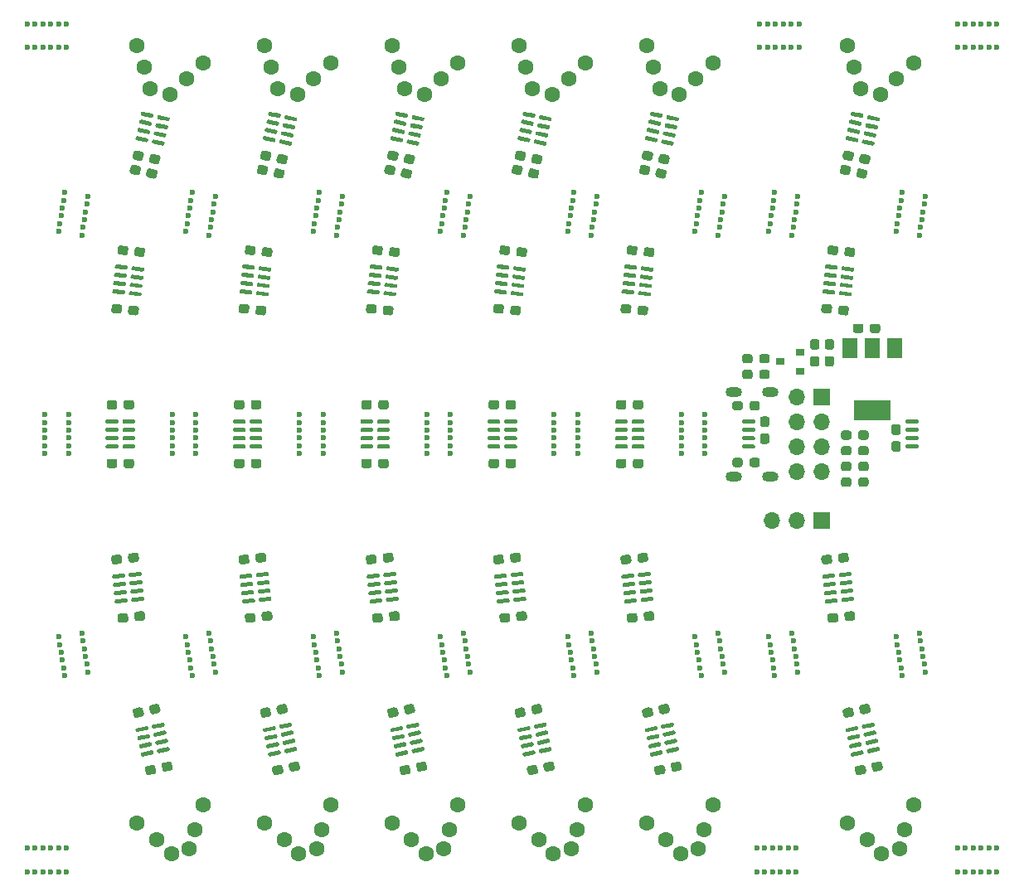
<source format=gbs>
G04 #@! TF.GenerationSoftware,KiCad,Pcbnew,(5.1.10)-1*
G04 #@! TF.CreationDate,2021-11-24T21:38:53+01:00*
G04 #@! TF.ProjectId,pcb,7063622e-6b69-4636-9164-5f7063625858,rev?*
G04 #@! TF.SameCoordinates,Original*
G04 #@! TF.FileFunction,Soldermask,Bot*
G04 #@! TF.FilePolarity,Negative*
%FSLAX46Y46*%
G04 Gerber Fmt 4.6, Leading zero omitted, Abs format (unit mm)*
G04 Created by KiCad (PCBNEW (5.1.10)-1) date 2021-11-24 21:38:53*
%MOMM*%
%LPD*%
G01*
G04 APERTURE LIST*
%ADD10C,0.600000*%
%ADD11O,1.700000X1.700000*%
%ADD12R,1.700000X1.700000*%
%ADD13C,1.600000*%
%ADD14R,1.500000X2.000000*%
%ADD15R,3.800000X2.000000*%
%ADD16R,0.900000X0.800000*%
%ADD17O,1.700000X1.000000*%
G04 APERTURE END LIST*
D10*
X50500000Y-60500000D03*
X51300000Y-60500000D03*
X50500000Y-58100000D03*
X51300000Y-58100000D03*
X54500000Y-58100000D03*
X54500000Y-60500000D03*
X52100000Y-58100000D03*
X53700000Y-58100000D03*
X53700000Y-60500000D03*
X52100000Y-60500000D03*
X52900000Y-58100000D03*
X52900000Y-60500000D03*
X50500000Y-144700000D03*
X51300000Y-144700000D03*
X50500000Y-142300000D03*
X51300000Y-142300000D03*
X54500000Y-142300000D03*
X54500000Y-144700000D03*
X52100000Y-142300000D03*
X53700000Y-142300000D03*
X53700000Y-144700000D03*
X52100000Y-144700000D03*
X52900000Y-142300000D03*
X52900000Y-144700000D03*
X125000000Y-144700000D03*
X125800000Y-144700000D03*
X125000000Y-142300000D03*
X125800000Y-142300000D03*
X129000000Y-142300000D03*
X129000000Y-144700000D03*
X126600000Y-142300000D03*
X128200000Y-142300000D03*
X128200000Y-144700000D03*
X126600000Y-144700000D03*
X127400000Y-142300000D03*
X127400000Y-144700000D03*
X125300000Y-60500000D03*
X126100000Y-60500000D03*
X125300000Y-58100000D03*
X126100000Y-58100000D03*
X129300000Y-58100000D03*
X129300000Y-60500000D03*
X126900000Y-58100000D03*
X128500000Y-58100000D03*
X128500000Y-60500000D03*
X126900000Y-60500000D03*
X127700000Y-58100000D03*
X127700000Y-60500000D03*
X145500000Y-144700000D03*
X146300000Y-144700000D03*
X145500000Y-142300000D03*
X146300000Y-142300000D03*
X149500000Y-142300000D03*
X149500000Y-144700000D03*
X147100000Y-142300000D03*
X148700000Y-142300000D03*
X148700000Y-144700000D03*
X147100000Y-144700000D03*
X147900000Y-142300000D03*
X147900000Y-144700000D03*
X145500000Y-60500000D03*
X146300000Y-60500000D03*
X145500000Y-58100000D03*
X146300000Y-58100000D03*
X149500000Y-58100000D03*
X149500000Y-60500000D03*
X147100000Y-58100000D03*
X148700000Y-58100000D03*
X148700000Y-60500000D03*
X147100000Y-60500000D03*
X147900000Y-58100000D03*
X147900000Y-60500000D03*
X139201905Y-120712345D03*
X139327053Y-121502495D03*
X141572357Y-120336902D03*
X141697505Y-121127053D03*
X142198095Y-124287655D03*
X139827643Y-124663098D03*
X141822652Y-121917203D03*
X142072947Y-123497505D03*
X139702495Y-123872947D03*
X139452200Y-122292646D03*
X141947800Y-122707354D03*
X139577348Y-123082797D03*
X139827643Y-75336902D03*
X139702495Y-76127053D03*
X142198095Y-75712345D03*
X142072947Y-76502495D03*
X141572357Y-79663098D03*
X139201905Y-79287655D03*
X141947800Y-77292646D03*
X141697505Y-78872947D03*
X139327053Y-78497505D03*
X139577348Y-76917203D03*
X141822652Y-78082797D03*
X139452200Y-77707354D03*
X52300000Y-98000000D03*
X52300000Y-98800000D03*
X54700000Y-98000000D03*
X54700000Y-98800000D03*
X54700000Y-102000000D03*
X52300000Y-102000000D03*
X54700000Y-99600000D03*
X54700000Y-101200000D03*
X52300000Y-101200000D03*
X52300000Y-99600000D03*
X54700000Y-100400000D03*
X52300000Y-100400000D03*
X53701905Y-120712345D03*
X53827053Y-121502495D03*
X56072357Y-120336902D03*
X56197505Y-121127053D03*
X56698095Y-124287655D03*
X54327643Y-124663098D03*
X56322652Y-121917203D03*
X56572947Y-123497505D03*
X54202495Y-123872947D03*
X53952200Y-122292646D03*
X56447800Y-122707354D03*
X54077348Y-123082797D03*
X54327643Y-75336902D03*
X54202495Y-76127053D03*
X56698095Y-75712345D03*
X56572947Y-76502495D03*
X56072357Y-79663098D03*
X53701905Y-79287655D03*
X56447800Y-77292646D03*
X56197505Y-78872947D03*
X53827053Y-78497505D03*
X54077348Y-76917203D03*
X56322652Y-78082797D03*
X53952200Y-77707354D03*
X126201905Y-120712345D03*
X126327053Y-121502495D03*
X128572357Y-120336902D03*
X128697505Y-121127053D03*
X129198095Y-124287655D03*
X126827643Y-124663098D03*
X128822652Y-121917203D03*
X129072947Y-123497505D03*
X126702495Y-123872947D03*
X126452200Y-122292646D03*
X128947800Y-122707354D03*
X126577348Y-123082797D03*
X126827643Y-75336902D03*
X126702495Y-76127053D03*
X129198095Y-75712345D03*
X129072947Y-76502495D03*
X128572357Y-79663098D03*
X126201905Y-79287655D03*
X128947800Y-77292646D03*
X128697505Y-78872947D03*
X126327053Y-78497505D03*
X126577348Y-76917203D03*
X128822652Y-78082797D03*
X126452200Y-77707354D03*
X117300000Y-98000000D03*
X117300000Y-98800000D03*
X119700000Y-98000000D03*
X119700000Y-98800000D03*
X119700000Y-102000000D03*
X117300000Y-102000000D03*
X119700000Y-99600000D03*
X119700000Y-101200000D03*
X117300000Y-101200000D03*
X117300000Y-99600000D03*
X119700000Y-100400000D03*
X117300000Y-100400000D03*
X118701905Y-120712345D03*
X118827053Y-121502495D03*
X121072357Y-120336902D03*
X121197505Y-121127053D03*
X121698095Y-124287655D03*
X119327643Y-124663098D03*
X121322652Y-121917203D03*
X121572947Y-123497505D03*
X119202495Y-123872947D03*
X118952200Y-122292646D03*
X121447800Y-122707354D03*
X119077348Y-123082797D03*
X119327643Y-75336902D03*
X119202495Y-76127053D03*
X121698095Y-75712345D03*
X121572947Y-76502495D03*
X121072357Y-79663098D03*
X118701905Y-79287655D03*
X121447800Y-77292646D03*
X121197505Y-78872947D03*
X118827053Y-78497505D03*
X119077348Y-76917203D03*
X121322652Y-78082797D03*
X118952200Y-77707354D03*
X104300000Y-98000000D03*
X104300000Y-98800000D03*
X106700000Y-98000000D03*
X106700000Y-98800000D03*
X106700000Y-102000000D03*
X104300000Y-102000000D03*
X106700000Y-99600000D03*
X106700000Y-101200000D03*
X104300000Y-101200000D03*
X104300000Y-99600000D03*
X106700000Y-100400000D03*
X104300000Y-100400000D03*
X105701905Y-120712345D03*
X105827053Y-121502495D03*
X108072357Y-120336902D03*
X108197505Y-121127053D03*
X108698095Y-124287655D03*
X106327643Y-124663098D03*
X108322652Y-121917203D03*
X108572947Y-123497505D03*
X106202495Y-123872947D03*
X105952200Y-122292646D03*
X108447800Y-122707354D03*
X106077348Y-123082797D03*
X106327643Y-75336902D03*
X106202495Y-76127053D03*
X108698095Y-75712345D03*
X108572947Y-76502495D03*
X108072357Y-79663098D03*
X105701905Y-79287655D03*
X108447800Y-77292646D03*
X108197505Y-78872947D03*
X105827053Y-78497505D03*
X106077348Y-76917203D03*
X108322652Y-78082797D03*
X105952200Y-77707354D03*
X91300000Y-98000000D03*
X91300000Y-98800000D03*
X93700000Y-98000000D03*
X93700000Y-98800000D03*
X93700000Y-102000000D03*
X91300000Y-102000000D03*
X93700000Y-99600000D03*
X93700000Y-101200000D03*
X91300000Y-101200000D03*
X91300000Y-99600000D03*
X93700000Y-100400000D03*
X91300000Y-100400000D03*
X92701905Y-120712345D03*
X92827053Y-121502495D03*
X95072357Y-120336902D03*
X95197505Y-121127053D03*
X95698095Y-124287655D03*
X93327643Y-124663098D03*
X95322652Y-121917203D03*
X95572947Y-123497505D03*
X93202495Y-123872947D03*
X92952200Y-122292646D03*
X95447800Y-122707354D03*
X93077348Y-123082797D03*
X93327643Y-75336902D03*
X93202495Y-76127053D03*
X95698095Y-75712345D03*
X95572947Y-76502495D03*
X95072357Y-79663098D03*
X92701905Y-79287655D03*
X95447800Y-77292646D03*
X95197505Y-78872947D03*
X92827053Y-78497505D03*
X93077348Y-76917203D03*
X95322652Y-78082797D03*
X92952200Y-77707354D03*
X78300000Y-98000000D03*
X78300000Y-98800000D03*
X80700000Y-98000000D03*
X80700000Y-98800000D03*
X80700000Y-102000000D03*
X78300000Y-102000000D03*
X80700000Y-99600000D03*
X80700000Y-101200000D03*
X78300000Y-101200000D03*
X78300000Y-99600000D03*
X80700000Y-100400000D03*
X78300000Y-100400000D03*
X79701905Y-120712345D03*
X79827053Y-121502495D03*
X82072357Y-120336902D03*
X82197505Y-121127053D03*
X82698095Y-124287655D03*
X80327643Y-124663098D03*
X82322652Y-121917203D03*
X82572947Y-123497505D03*
X80202495Y-123872947D03*
X79952200Y-122292646D03*
X82447800Y-122707354D03*
X80077348Y-123082797D03*
X80327643Y-75336902D03*
X80202495Y-76127053D03*
X82698095Y-75712345D03*
X82572947Y-76502495D03*
X82072357Y-79663098D03*
X79701905Y-79287655D03*
X82447800Y-77292646D03*
X82197505Y-78872947D03*
X79827053Y-78497505D03*
X80077348Y-76917203D03*
X82322652Y-78082797D03*
X79952200Y-77707354D03*
X66701905Y-120712345D03*
X66827053Y-121502495D03*
X69072357Y-120336902D03*
X69197505Y-121127053D03*
X69698095Y-124287655D03*
X67327643Y-124663098D03*
X69322652Y-121917203D03*
X69572947Y-123497505D03*
X67202495Y-123872947D03*
X66952200Y-122292646D03*
X69447800Y-122707354D03*
X67077348Y-123082797D03*
X67327643Y-75336902D03*
X67202495Y-76127053D03*
X69698095Y-75712345D03*
X69572947Y-76502495D03*
X69072357Y-79663098D03*
X66701905Y-79287655D03*
X69447800Y-77292646D03*
X69197505Y-78872947D03*
X66827053Y-78497505D03*
X67077348Y-76917203D03*
X69322652Y-78082797D03*
X66952200Y-77707354D03*
X65300000Y-98000000D03*
X65300000Y-98800000D03*
X67700000Y-98000000D03*
X67700000Y-98800000D03*
X67700000Y-102000000D03*
X65300000Y-102000000D03*
X67700000Y-99600000D03*
X67700000Y-101200000D03*
X65300000Y-101200000D03*
X65300000Y-99600000D03*
X67700000Y-100400000D03*
X65300000Y-100400000D03*
G36*
G01*
X135875000Y-88962500D02*
X135875000Y-89437500D01*
G75*
G02*
X135637500Y-89675000I-237500J0D01*
G01*
X135037500Y-89675000D01*
G75*
G02*
X134800000Y-89437500I0J237500D01*
G01*
X134800000Y-88962500D01*
G75*
G02*
X135037500Y-88725000I237500J0D01*
G01*
X135637500Y-88725000D01*
G75*
G02*
X135875000Y-88962500I0J-237500D01*
G01*
G37*
G36*
G01*
X137600000Y-88962500D02*
X137600000Y-89437500D01*
G75*
G02*
X137362500Y-89675000I-237500J0D01*
G01*
X136762500Y-89675000D01*
G75*
G02*
X136525000Y-89437500I0J237500D01*
G01*
X136525000Y-88962500D01*
G75*
G02*
X136762500Y-88725000I237500J0D01*
G01*
X137362500Y-88725000D01*
G75*
G02*
X137600000Y-88962500I0J-237500D01*
G01*
G37*
D11*
X129060000Y-103820000D03*
X131600000Y-103820000D03*
X129060000Y-101280000D03*
X131600000Y-101280000D03*
X129060000Y-98740000D03*
X131600000Y-98740000D03*
X129060000Y-96200000D03*
D12*
X131600000Y-96200000D03*
D13*
X76063443Y-64743647D03*
X75409029Y-62549509D03*
X79755695Y-63714195D03*
X74719260Y-60294133D03*
X78091887Y-65287167D03*
X81480740Y-62105867D03*
D14*
X134500000Y-91250000D03*
X139100000Y-91250000D03*
X136800000Y-91250000D03*
D15*
X136800000Y-97550000D03*
D13*
X137704706Y-142861285D03*
X136237550Y-141442675D03*
X140101254Y-140407399D03*
X140980740Y-137894133D03*
X139539965Y-142369529D03*
X134219260Y-139705867D03*
X117204706Y-142861285D03*
X115737550Y-141442675D03*
X119601254Y-140407399D03*
X120480740Y-137894133D03*
X119039965Y-142369529D03*
X113719260Y-139705867D03*
X104204706Y-142861285D03*
X102737550Y-141442675D03*
X106601254Y-140407399D03*
X107480740Y-137894133D03*
X106039965Y-142369529D03*
X100719260Y-139705867D03*
X91204706Y-142861285D03*
X89737550Y-141442675D03*
X93601254Y-140407399D03*
X94480740Y-137894133D03*
X93039965Y-142369529D03*
X87719260Y-139705867D03*
X78204706Y-142861285D03*
X76737550Y-141442675D03*
X80601254Y-140407399D03*
X81480740Y-137894133D03*
X80039965Y-142369529D03*
X74719260Y-139705867D03*
X65204706Y-142861285D03*
X63737550Y-141442675D03*
X67601254Y-140407399D03*
X68480740Y-137894133D03*
X67039965Y-142369529D03*
X61719260Y-139705867D03*
X135563443Y-64743647D03*
X134909029Y-62549509D03*
X139255695Y-63714195D03*
X134219260Y-60294133D03*
X137591887Y-65287167D03*
X140980740Y-62105867D03*
X115063443Y-64743647D03*
X114409029Y-62549509D03*
X118755695Y-63714195D03*
X113719260Y-60294133D03*
X117091887Y-65287167D03*
X120480740Y-62105867D03*
X102063443Y-64743647D03*
X101409029Y-62549509D03*
X105755695Y-63714195D03*
X100719260Y-60294133D03*
X104091887Y-65287167D03*
X107480740Y-62105867D03*
X89063443Y-64743647D03*
X88409029Y-62549509D03*
X92755695Y-63714195D03*
X87719260Y-60294133D03*
X91091887Y-65287167D03*
X94480740Y-62105867D03*
X63063443Y-64743647D03*
X62409029Y-62549509D03*
X66755695Y-63714195D03*
X61719260Y-60294133D03*
X65091887Y-65287167D03*
X68480740Y-62105867D03*
G36*
G01*
X133961631Y-118885793D02*
X133911980Y-118413396D01*
G75*
G02*
X134123353Y-118152371I236199J24826D01*
G01*
X134720066Y-118089654D01*
G75*
G02*
X134981091Y-118301027I24826J-236199D01*
G01*
X135030742Y-118773424D01*
G75*
G02*
X134819369Y-119034449I-236199J-24826D01*
G01*
X134222656Y-119097166D01*
G75*
G02*
X133961631Y-118885793I-24826J236199D01*
G01*
G37*
G36*
G01*
X132246081Y-119066105D02*
X132196430Y-118593708D01*
G75*
G02*
X132407803Y-118332683I236199J24826D01*
G01*
X133004516Y-118269966D01*
G75*
G02*
X133265541Y-118481339I24826J-236199D01*
G01*
X133315192Y-118953736D01*
G75*
G02*
X133103819Y-119214761I-236199J-24826D01*
G01*
X132507106Y-119277478D01*
G75*
G02*
X132246081Y-119066105I-24826J236199D01*
G01*
G37*
G36*
G01*
X124250000Y-103137500D02*
X124250000Y-102662500D01*
G75*
G02*
X124487500Y-102425000I237500J0D01*
G01*
X125062500Y-102425000D01*
G75*
G02*
X125300000Y-102662500I0J-237500D01*
G01*
X125300000Y-103137500D01*
G75*
G02*
X125062500Y-103375000I-237500J0D01*
G01*
X124487500Y-103375000D01*
G75*
G02*
X124250000Y-103137500I0J237500D01*
G01*
G37*
G36*
G01*
X122500000Y-103137500D02*
X122500000Y-102662500D01*
G75*
G02*
X122737500Y-102425000I237500J0D01*
G01*
X123312500Y-102425000D01*
G75*
G02*
X123550000Y-102662500I0J-237500D01*
G01*
X123550000Y-103137500D01*
G75*
G02*
X123312500Y-103375000I-237500J0D01*
G01*
X122737500Y-103375000D01*
G75*
G02*
X122500000Y-103137500I0J237500D01*
G01*
G37*
G36*
G01*
X123550000Y-96862500D02*
X123550000Y-97337500D01*
G75*
G02*
X123312500Y-97575000I-237500J0D01*
G01*
X122737500Y-97575000D01*
G75*
G02*
X122500000Y-97337500I0J237500D01*
G01*
X122500000Y-96862500D01*
G75*
G02*
X122737500Y-96625000I237500J0D01*
G01*
X123312500Y-96625000D01*
G75*
G02*
X123550000Y-96862500I0J-237500D01*
G01*
G37*
G36*
G01*
X125300000Y-96862500D02*
X125300000Y-97337500D01*
G75*
G02*
X125062500Y-97575000I-237500J0D01*
G01*
X124487500Y-97575000D01*
G75*
G02*
X124250000Y-97337500I0J237500D01*
G01*
X124250000Y-96862500D01*
G75*
G02*
X124487500Y-96625000I237500J0D01*
G01*
X125062500Y-96625000D01*
G75*
G02*
X125300000Y-96862500I0J-237500D01*
G01*
G37*
G36*
G01*
X134650000Y-101462500D02*
X134650000Y-101937500D01*
G75*
G02*
X134412500Y-102175000I-237500J0D01*
G01*
X133837500Y-102175000D01*
G75*
G02*
X133600000Y-101937500I0J237500D01*
G01*
X133600000Y-101462500D01*
G75*
G02*
X133837500Y-101225000I237500J0D01*
G01*
X134412500Y-101225000D01*
G75*
G02*
X134650000Y-101462500I0J-237500D01*
G01*
G37*
G36*
G01*
X136400000Y-101462500D02*
X136400000Y-101937500D01*
G75*
G02*
X136162500Y-102175000I-237500J0D01*
G01*
X135587500Y-102175000D01*
G75*
G02*
X135350000Y-101937500I0J237500D01*
G01*
X135350000Y-101462500D01*
G75*
G02*
X135587500Y-101225000I237500J0D01*
G01*
X136162500Y-101225000D01*
G75*
G02*
X136400000Y-101462500I0J-237500D01*
G01*
G37*
G36*
G01*
X135350000Y-105137500D02*
X135350000Y-104662500D01*
G75*
G02*
X135587500Y-104425000I237500J0D01*
G01*
X136162500Y-104425000D01*
G75*
G02*
X136400000Y-104662500I0J-237500D01*
G01*
X136400000Y-105137500D01*
G75*
G02*
X136162500Y-105375000I-237500J0D01*
G01*
X135587500Y-105375000D01*
G75*
G02*
X135350000Y-105137500I0J237500D01*
G01*
G37*
G36*
G01*
X133600000Y-105137500D02*
X133600000Y-104662500D01*
G75*
G02*
X133837500Y-104425000I237500J0D01*
G01*
X134412500Y-104425000D01*
G75*
G02*
X134650000Y-104662500I0J-237500D01*
G01*
X134650000Y-105137500D01*
G75*
G02*
X134412500Y-105375000I-237500J0D01*
G01*
X133837500Y-105375000D01*
G75*
G02*
X133600000Y-105137500I0J237500D01*
G01*
G37*
G36*
G01*
X135350000Y-100337500D02*
X135350000Y-99862500D01*
G75*
G02*
X135587500Y-99625000I237500J0D01*
G01*
X136162500Y-99625000D01*
G75*
G02*
X136400000Y-99862500I0J-237500D01*
G01*
X136400000Y-100337500D01*
G75*
G02*
X136162500Y-100575000I-237500J0D01*
G01*
X135587500Y-100575000D01*
G75*
G02*
X135350000Y-100337500I0J237500D01*
G01*
G37*
G36*
G01*
X133600000Y-100337500D02*
X133600000Y-99862500D01*
G75*
G02*
X133837500Y-99625000I237500J0D01*
G01*
X134412500Y-99625000D01*
G75*
G02*
X134650000Y-99862500I0J-237500D01*
G01*
X134650000Y-100337500D01*
G75*
G02*
X134412500Y-100575000I-237500J0D01*
G01*
X133837500Y-100575000D01*
G75*
G02*
X133600000Y-100337500I0J237500D01*
G01*
G37*
G36*
G01*
X134650000Y-103062500D02*
X134650000Y-103537500D01*
G75*
G02*
X134412500Y-103775000I-237500J0D01*
G01*
X133837500Y-103775000D01*
G75*
G02*
X133600000Y-103537500I0J237500D01*
G01*
X133600000Y-103062500D01*
G75*
G02*
X133837500Y-102825000I237500J0D01*
G01*
X134412500Y-102825000D01*
G75*
G02*
X134650000Y-103062500I0J-237500D01*
G01*
G37*
G36*
G01*
X136400000Y-103062500D02*
X136400000Y-103537500D01*
G75*
G02*
X136162500Y-103775000I-237500J0D01*
G01*
X135587500Y-103775000D01*
G75*
G02*
X135350000Y-103537500I0J237500D01*
G01*
X135350000Y-103062500D01*
G75*
G02*
X135587500Y-102825000I237500J0D01*
G01*
X136162500Y-102825000D01*
G75*
G02*
X136400000Y-103062500I0J-237500D01*
G01*
G37*
G36*
G01*
X125250000Y-94137500D02*
X125250000Y-93662500D01*
G75*
G02*
X125487500Y-93425000I237500J0D01*
G01*
X126062500Y-93425000D01*
G75*
G02*
X126300000Y-93662500I0J-237500D01*
G01*
X126300000Y-94137500D01*
G75*
G02*
X126062500Y-94375000I-237500J0D01*
G01*
X125487500Y-94375000D01*
G75*
G02*
X125250000Y-94137500I0J237500D01*
G01*
G37*
G36*
G01*
X123500000Y-94137500D02*
X123500000Y-93662500D01*
G75*
G02*
X123737500Y-93425000I237500J0D01*
G01*
X124312500Y-93425000D01*
G75*
G02*
X124550000Y-93662500I0J-237500D01*
G01*
X124550000Y-94137500D01*
G75*
G02*
X124312500Y-94375000I-237500J0D01*
G01*
X123737500Y-94375000D01*
G75*
G02*
X123500000Y-94137500I0J237500D01*
G01*
G37*
G36*
G01*
X125250000Y-92537500D02*
X125250000Y-92062500D01*
G75*
G02*
X125487500Y-91825000I237500J0D01*
G01*
X126062500Y-91825000D01*
G75*
G02*
X126300000Y-92062500I0J-237500D01*
G01*
X126300000Y-92537500D01*
G75*
G02*
X126062500Y-92775000I-237500J0D01*
G01*
X125487500Y-92775000D01*
G75*
G02*
X125250000Y-92537500I0J237500D01*
G01*
G37*
G36*
G01*
X123500000Y-92537500D02*
X123500000Y-92062500D01*
G75*
G02*
X123737500Y-91825000I237500J0D01*
G01*
X124312500Y-91825000D01*
G75*
G02*
X124550000Y-92062500I0J-237500D01*
G01*
X124550000Y-92537500D01*
G75*
G02*
X124312500Y-92775000I-237500J0D01*
G01*
X123737500Y-92775000D01*
G75*
G02*
X123500000Y-92537500I0J237500D01*
G01*
G37*
D16*
X127400000Y-92600000D03*
X129400000Y-93550000D03*
X129400000Y-91650000D03*
D17*
X122600000Y-104320000D03*
X122600000Y-95680000D03*
X126400000Y-95680000D03*
X126400000Y-104320000D03*
D11*
X126520000Y-108800000D03*
X129060000Y-108800000D03*
D12*
X131600000Y-108800000D03*
G36*
G01*
X137473265Y-132362512D02*
X136407084Y-132589135D01*
G75*
G02*
X136282548Y-132508261I-21831J102705D01*
G01*
X136238887Y-132302850D01*
G75*
G02*
X136319761Y-132178314I102705J21831D01*
G01*
X137385942Y-131951691D01*
G75*
G02*
X137510478Y-132032565I21831J-102705D01*
G01*
X137554139Y-132237976D01*
G75*
G02*
X137473265Y-132362512I-102705J-21831D01*
G01*
G37*
G36*
G01*
X137296541Y-131531086D02*
X136230360Y-131757709D01*
G75*
G02*
X136105824Y-131676835I-21831J102705D01*
G01*
X136062163Y-131471424D01*
G75*
G02*
X136143037Y-131346888I102705J21831D01*
G01*
X137209218Y-131120265D01*
G75*
G02*
X137333754Y-131201139I21831J-102705D01*
G01*
X137377415Y-131406550D01*
G75*
G02*
X137296541Y-131531086I-102705J-21831D01*
G01*
G37*
G36*
G01*
X137119816Y-130699661D02*
X136053635Y-130926284D01*
G75*
G02*
X135929099Y-130845410I-21831J102705D01*
G01*
X135885438Y-130639999D01*
G75*
G02*
X135966312Y-130515463I102705J21831D01*
G01*
X137032493Y-130288840D01*
G75*
G02*
X137157029Y-130369714I21831J-102705D01*
G01*
X137200690Y-130575125D01*
G75*
G02*
X137119816Y-130699661I-102705J-21831D01*
G01*
G37*
G36*
G01*
X136943091Y-129868235D02*
X135876910Y-130094858D01*
G75*
G02*
X135752374Y-130013984I-21831J102705D01*
G01*
X135708713Y-129808573D01*
G75*
G02*
X135789587Y-129684037I102705J21831D01*
G01*
X136855768Y-129457414D01*
G75*
G02*
X136980304Y-129538288I21831J-102705D01*
G01*
X137023965Y-129743699D01*
G75*
G02*
X136943091Y-129868235I-102705J-21831D01*
G01*
G37*
G36*
G01*
X134126735Y-130037488D02*
X135192916Y-129810865D01*
G75*
G02*
X135317452Y-129891739I21831J-102705D01*
G01*
X135361113Y-130097150D01*
G75*
G02*
X135280239Y-130221686I-102705J-21831D01*
G01*
X134214058Y-130448309D01*
G75*
G02*
X134089522Y-130367435I-21831J102705D01*
G01*
X134045861Y-130162024D01*
G75*
G02*
X134126735Y-130037488I102705J21831D01*
G01*
G37*
G36*
G01*
X134303459Y-130868914D02*
X135369640Y-130642291D01*
G75*
G02*
X135494176Y-130723165I21831J-102705D01*
G01*
X135537837Y-130928576D01*
G75*
G02*
X135456963Y-131053112I-102705J-21831D01*
G01*
X134390782Y-131279735D01*
G75*
G02*
X134266246Y-131198861I-21831J102705D01*
G01*
X134222585Y-130993450D01*
G75*
G02*
X134303459Y-130868914I102705J21831D01*
G01*
G37*
G36*
G01*
X134480184Y-131700339D02*
X135546365Y-131473716D01*
G75*
G02*
X135670901Y-131554590I21831J-102705D01*
G01*
X135714562Y-131760001D01*
G75*
G02*
X135633688Y-131884537I-102705J-21831D01*
G01*
X134567507Y-132111160D01*
G75*
G02*
X134442971Y-132030286I-21831J102705D01*
G01*
X134399310Y-131824875D01*
G75*
G02*
X134480184Y-131700339I102705J21831D01*
G01*
G37*
G36*
G01*
X134656909Y-132531765D02*
X135723090Y-132305142D01*
G75*
G02*
X135847626Y-132386016I21831J-102705D01*
G01*
X135891287Y-132591427D01*
G75*
G02*
X135810413Y-132715963I-102705J-21831D01*
G01*
X134744232Y-132942586D01*
G75*
G02*
X134619696Y-132861712I-21831J102705D01*
G01*
X134576035Y-132656301D01*
G75*
G02*
X134656909Y-132531765I102705J21831D01*
G01*
G37*
G36*
G01*
X134842583Y-117031048D02*
X133758554Y-117144984D01*
G75*
G02*
X133643154Y-117051534I-10975J104425D01*
G01*
X133621203Y-116842684D01*
G75*
G02*
X133714653Y-116727284I104425J10975D01*
G01*
X134798682Y-116613348D01*
G75*
G02*
X134914082Y-116706798I10975J-104425D01*
G01*
X134936033Y-116915648D01*
G75*
G02*
X134842583Y-117031048I-104425J-10975D01*
G01*
G37*
G36*
G01*
X134753733Y-116185704D02*
X133669704Y-116299640D01*
G75*
G02*
X133554304Y-116206190I-10975J104425D01*
G01*
X133532353Y-115997340D01*
G75*
G02*
X133625803Y-115881940I104425J10975D01*
G01*
X134709832Y-115768004D01*
G75*
G02*
X134825232Y-115861454I10975J-104425D01*
G01*
X134847183Y-116070304D01*
G75*
G02*
X134753733Y-116185704I-104425J-10975D01*
G01*
G37*
G36*
G01*
X134664884Y-115340361D02*
X133580855Y-115454297D01*
G75*
G02*
X133465455Y-115360847I-10975J104425D01*
G01*
X133443504Y-115151997D01*
G75*
G02*
X133536954Y-115036597I104425J10975D01*
G01*
X134620983Y-114922661D01*
G75*
G02*
X134736383Y-115016111I10975J-104425D01*
G01*
X134758334Y-115224961D01*
G75*
G02*
X134664884Y-115340361I-104425J-10975D01*
G01*
G37*
G36*
G01*
X134576035Y-114495017D02*
X133492006Y-114608953D01*
G75*
G02*
X133376606Y-114515503I-10975J104425D01*
G01*
X133354655Y-114306653D01*
G75*
G02*
X133448105Y-114191253I104425J10975D01*
G01*
X134532134Y-114077317D01*
G75*
G02*
X134647534Y-114170767I10975J-104425D01*
G01*
X134669485Y-114379617D01*
G75*
G02*
X134576035Y-114495017I-104425J-10975D01*
G01*
G37*
G36*
G01*
X131757417Y-114368952D02*
X132841446Y-114255016D01*
G75*
G02*
X132956846Y-114348466I10975J-104425D01*
G01*
X132978797Y-114557316D01*
G75*
G02*
X132885347Y-114672716I-104425J-10975D01*
G01*
X131801318Y-114786652D01*
G75*
G02*
X131685918Y-114693202I-10975J104425D01*
G01*
X131663967Y-114484352D01*
G75*
G02*
X131757417Y-114368952I104425J10975D01*
G01*
G37*
G36*
G01*
X131846267Y-115214296D02*
X132930296Y-115100360D01*
G75*
G02*
X133045696Y-115193810I10975J-104425D01*
G01*
X133067647Y-115402660D01*
G75*
G02*
X132974197Y-115518060I-104425J-10975D01*
G01*
X131890168Y-115631996D01*
G75*
G02*
X131774768Y-115538546I-10975J104425D01*
G01*
X131752817Y-115329696D01*
G75*
G02*
X131846267Y-115214296I104425J10975D01*
G01*
G37*
G36*
G01*
X131935116Y-116059639D02*
X133019145Y-115945703D01*
G75*
G02*
X133134545Y-116039153I10975J-104425D01*
G01*
X133156496Y-116248003D01*
G75*
G02*
X133063046Y-116363403I-104425J-10975D01*
G01*
X131979017Y-116477339D01*
G75*
G02*
X131863617Y-116383889I-10975J104425D01*
G01*
X131841666Y-116175039D01*
G75*
G02*
X131935116Y-116059639I104425J10975D01*
G01*
G37*
G36*
G01*
X132023965Y-116904983D02*
X133107994Y-116791047D01*
G75*
G02*
X133223394Y-116884497I10975J-104425D01*
G01*
X133245345Y-117093347D01*
G75*
G02*
X133151895Y-117208747I-104425J-10975D01*
G01*
X132067866Y-117322683D01*
G75*
G02*
X131952466Y-117229233I-10975J104425D01*
G01*
X131930515Y-117020383D01*
G75*
G02*
X132023965Y-116904983I104425J10975D01*
G01*
G37*
G36*
G01*
X141395000Y-101485000D02*
X140305000Y-101485000D01*
G75*
G02*
X140200000Y-101380000I0J105000D01*
G01*
X140200000Y-101170000D01*
G75*
G02*
X140305000Y-101065000I105000J0D01*
G01*
X141395000Y-101065000D01*
G75*
G02*
X141500000Y-101170000I0J-105000D01*
G01*
X141500000Y-101380000D01*
G75*
G02*
X141395000Y-101485000I-105000J0D01*
G01*
G37*
G36*
G01*
X141395000Y-100635000D02*
X140305000Y-100635000D01*
G75*
G02*
X140200000Y-100530000I0J105000D01*
G01*
X140200000Y-100320000D01*
G75*
G02*
X140305000Y-100215000I105000J0D01*
G01*
X141395000Y-100215000D01*
G75*
G02*
X141500000Y-100320000I0J-105000D01*
G01*
X141500000Y-100530000D01*
G75*
G02*
X141395000Y-100635000I-105000J0D01*
G01*
G37*
G36*
G01*
X141395000Y-99785000D02*
X140305000Y-99785000D01*
G75*
G02*
X140200000Y-99680000I0J105000D01*
G01*
X140200000Y-99470000D01*
G75*
G02*
X140305000Y-99365000I105000J0D01*
G01*
X141395000Y-99365000D01*
G75*
G02*
X141500000Y-99470000I0J-105000D01*
G01*
X141500000Y-99680000D01*
G75*
G02*
X141395000Y-99785000I-105000J0D01*
G01*
G37*
G36*
G01*
X141395000Y-98935000D02*
X140305000Y-98935000D01*
G75*
G02*
X140200000Y-98830000I0J105000D01*
G01*
X140200000Y-98620000D01*
G75*
G02*
X140305000Y-98515000I105000J0D01*
G01*
X141395000Y-98515000D01*
G75*
G02*
X141500000Y-98620000I0J-105000D01*
G01*
X141500000Y-98830000D01*
G75*
G02*
X141395000Y-98935000I-105000J0D01*
G01*
G37*
G36*
G01*
X123605000Y-98515000D02*
X124695000Y-98515000D01*
G75*
G02*
X124800000Y-98620000I0J-105000D01*
G01*
X124800000Y-98830000D01*
G75*
G02*
X124695000Y-98935000I-105000J0D01*
G01*
X123605000Y-98935000D01*
G75*
G02*
X123500000Y-98830000I0J105000D01*
G01*
X123500000Y-98620000D01*
G75*
G02*
X123605000Y-98515000I105000J0D01*
G01*
G37*
G36*
G01*
X123605000Y-99365000D02*
X124695000Y-99365000D01*
G75*
G02*
X124800000Y-99470000I0J-105000D01*
G01*
X124800000Y-99680000D01*
G75*
G02*
X124695000Y-99785000I-105000J0D01*
G01*
X123605000Y-99785000D01*
G75*
G02*
X123500000Y-99680000I0J105000D01*
G01*
X123500000Y-99470000D01*
G75*
G02*
X123605000Y-99365000I105000J0D01*
G01*
G37*
G36*
G01*
X123605000Y-100215000D02*
X124695000Y-100215000D01*
G75*
G02*
X124800000Y-100320000I0J-105000D01*
G01*
X124800000Y-100530000D01*
G75*
G02*
X124695000Y-100635000I-105000J0D01*
G01*
X123605000Y-100635000D01*
G75*
G02*
X123500000Y-100530000I0J105000D01*
G01*
X123500000Y-100320000D01*
G75*
G02*
X123605000Y-100215000I105000J0D01*
G01*
G37*
G36*
G01*
X123605000Y-101065000D02*
X124695000Y-101065000D01*
G75*
G02*
X124800000Y-101170000I0J-105000D01*
G01*
X124800000Y-101380000D01*
G75*
G02*
X124695000Y-101485000I-105000J0D01*
G01*
X123605000Y-101485000D01*
G75*
G02*
X123500000Y-101380000I0J105000D01*
G01*
X123500000Y-101170000D01*
G75*
G02*
X123605000Y-101065000I105000J0D01*
G01*
G37*
G36*
G01*
X134532134Y-85922683D02*
X133448105Y-85808747D01*
G75*
G02*
X133354655Y-85693347I10975J104425D01*
G01*
X133376606Y-85484497D01*
G75*
G02*
X133492006Y-85391047I104425J-10975D01*
G01*
X134576035Y-85504983D01*
G75*
G02*
X134669485Y-85620383I-10975J-104425D01*
G01*
X134647534Y-85829233D01*
G75*
G02*
X134532134Y-85922683I-104425J10975D01*
G01*
G37*
G36*
G01*
X134620983Y-85077339D02*
X133536954Y-84963403D01*
G75*
G02*
X133443504Y-84848003I10975J104425D01*
G01*
X133465455Y-84639153D01*
G75*
G02*
X133580855Y-84545703I104425J-10975D01*
G01*
X134664884Y-84659639D01*
G75*
G02*
X134758334Y-84775039I-10975J-104425D01*
G01*
X134736383Y-84983889D01*
G75*
G02*
X134620983Y-85077339I-104425J10975D01*
G01*
G37*
G36*
G01*
X134709832Y-84231996D02*
X133625803Y-84118060D01*
G75*
G02*
X133532353Y-84002660I10975J104425D01*
G01*
X133554304Y-83793810D01*
G75*
G02*
X133669704Y-83700360I104425J-10975D01*
G01*
X134753733Y-83814296D01*
G75*
G02*
X134847183Y-83929696I-10975J-104425D01*
G01*
X134825232Y-84138546D01*
G75*
G02*
X134709832Y-84231996I-104425J10975D01*
G01*
G37*
G36*
G01*
X134798682Y-83386652D02*
X133714653Y-83272716D01*
G75*
G02*
X133621203Y-83157316I10975J104425D01*
G01*
X133643154Y-82948466D01*
G75*
G02*
X133758554Y-82855016I104425J-10975D01*
G01*
X134842583Y-82968952D01*
G75*
G02*
X134936033Y-83084352I-10975J-104425D01*
G01*
X134914082Y-83293202D01*
G75*
G02*
X134798682Y-83386652I-104425J10975D01*
G01*
G37*
G36*
G01*
X132067866Y-82677317D02*
X133151895Y-82791253D01*
G75*
G02*
X133245345Y-82906653I-10975J-104425D01*
G01*
X133223394Y-83115503D01*
G75*
G02*
X133107994Y-83208953I-104425J10975D01*
G01*
X132023965Y-83095017D01*
G75*
G02*
X131930515Y-82979617I10975J104425D01*
G01*
X131952466Y-82770767D01*
G75*
G02*
X132067866Y-82677317I104425J-10975D01*
G01*
G37*
G36*
G01*
X131979017Y-83522661D02*
X133063046Y-83636597D01*
G75*
G02*
X133156496Y-83751997I-10975J-104425D01*
G01*
X133134545Y-83960847D01*
G75*
G02*
X133019145Y-84054297I-104425J10975D01*
G01*
X131935116Y-83940361D01*
G75*
G02*
X131841666Y-83824961I10975J104425D01*
G01*
X131863617Y-83616111D01*
G75*
G02*
X131979017Y-83522661I104425J-10975D01*
G01*
G37*
G36*
G01*
X131890168Y-84368004D02*
X132974197Y-84481940D01*
G75*
G02*
X133067647Y-84597340I-10975J-104425D01*
G01*
X133045696Y-84806190D01*
G75*
G02*
X132930296Y-84899640I-104425J10975D01*
G01*
X131846267Y-84785704D01*
G75*
G02*
X131752817Y-84670304I10975J104425D01*
G01*
X131774768Y-84461454D01*
G75*
G02*
X131890168Y-84368004I104425J-10975D01*
G01*
G37*
G36*
G01*
X131801318Y-85213348D02*
X132885347Y-85327284D01*
G75*
G02*
X132978797Y-85442684I-10975J-104425D01*
G01*
X132956846Y-85651534D01*
G75*
G02*
X132841446Y-85744984I-104425J10975D01*
G01*
X131757417Y-85631048D01*
G75*
G02*
X131663967Y-85515648I10975J104425D01*
G01*
X131685918Y-85306798D01*
G75*
G02*
X131801318Y-85213348I104425J-10975D01*
G01*
G37*
G36*
G01*
X136855768Y-70542586D02*
X135789587Y-70315963D01*
G75*
G02*
X135708713Y-70191427I21831J102705D01*
G01*
X135752374Y-69986016D01*
G75*
G02*
X135876910Y-69905142I102705J-21831D01*
G01*
X136943091Y-70131765D01*
G75*
G02*
X137023965Y-70256301I-21831J-102705D01*
G01*
X136980304Y-70461712D01*
G75*
G02*
X136855768Y-70542586I-102705J21831D01*
G01*
G37*
G36*
G01*
X137032493Y-69711160D02*
X135966312Y-69484537D01*
G75*
G02*
X135885438Y-69360001I21831J102705D01*
G01*
X135929099Y-69154590D01*
G75*
G02*
X136053635Y-69073716I102705J-21831D01*
G01*
X137119816Y-69300339D01*
G75*
G02*
X137200690Y-69424875I-21831J-102705D01*
G01*
X137157029Y-69630286D01*
G75*
G02*
X137032493Y-69711160I-102705J21831D01*
G01*
G37*
G36*
G01*
X137209218Y-68879735D02*
X136143037Y-68653112D01*
G75*
G02*
X136062163Y-68528576I21831J102705D01*
G01*
X136105824Y-68323165D01*
G75*
G02*
X136230360Y-68242291I102705J-21831D01*
G01*
X137296541Y-68468914D01*
G75*
G02*
X137377415Y-68593450I-21831J-102705D01*
G01*
X137333754Y-68798861D01*
G75*
G02*
X137209218Y-68879735I-102705J21831D01*
G01*
G37*
G36*
G01*
X137385942Y-68048309D02*
X136319761Y-67821686D01*
G75*
G02*
X136238887Y-67697150I21831J102705D01*
G01*
X136282548Y-67491739D01*
G75*
G02*
X136407084Y-67410865I102705J-21831D01*
G01*
X137473265Y-67637488D01*
G75*
G02*
X137554139Y-67762024I-21831J-102705D01*
G01*
X137510478Y-67967435D01*
G75*
G02*
X137385942Y-68048309I-102705J21831D01*
G01*
G37*
G36*
G01*
X134744232Y-67057414D02*
X135810413Y-67284037D01*
G75*
G02*
X135891287Y-67408573I-21831J-102705D01*
G01*
X135847626Y-67613984D01*
G75*
G02*
X135723090Y-67694858I-102705J21831D01*
G01*
X134656909Y-67468235D01*
G75*
G02*
X134576035Y-67343699I21831J102705D01*
G01*
X134619696Y-67138288D01*
G75*
G02*
X134744232Y-67057414I102705J-21831D01*
G01*
G37*
G36*
G01*
X134567507Y-67888840D02*
X135633688Y-68115463D01*
G75*
G02*
X135714562Y-68239999I-21831J-102705D01*
G01*
X135670901Y-68445410D01*
G75*
G02*
X135546365Y-68526284I-102705J21831D01*
G01*
X134480184Y-68299661D01*
G75*
G02*
X134399310Y-68175125I21831J102705D01*
G01*
X134442971Y-67969714D01*
G75*
G02*
X134567507Y-67888840I102705J-21831D01*
G01*
G37*
G36*
G01*
X134390782Y-68720265D02*
X135456963Y-68946888D01*
G75*
G02*
X135537837Y-69071424I-21831J-102705D01*
G01*
X135494176Y-69276835D01*
G75*
G02*
X135369640Y-69357709I-102705J21831D01*
G01*
X134303459Y-69131086D01*
G75*
G02*
X134222585Y-69006550I21831J102705D01*
G01*
X134266246Y-68801139D01*
G75*
G02*
X134390782Y-68720265I102705J-21831D01*
G01*
G37*
G36*
G01*
X134214058Y-69551691D02*
X135280239Y-69778314D01*
G75*
G02*
X135361113Y-69902850I-21831J-102705D01*
G01*
X135317452Y-70108261D01*
G75*
G02*
X135192916Y-70189135I-102705J21831D01*
G01*
X134126735Y-69962512D01*
G75*
G02*
X134045861Y-69837976I21831J102705D01*
G01*
X134089522Y-69632565D01*
G75*
G02*
X134214058Y-69551691I102705J-21831D01*
G01*
G37*
G36*
G01*
X116973265Y-132362512D02*
X115907084Y-132589135D01*
G75*
G02*
X115782548Y-132508261I-21831J102705D01*
G01*
X115738887Y-132302850D01*
G75*
G02*
X115819761Y-132178314I102705J21831D01*
G01*
X116885942Y-131951691D01*
G75*
G02*
X117010478Y-132032565I21831J-102705D01*
G01*
X117054139Y-132237976D01*
G75*
G02*
X116973265Y-132362512I-102705J-21831D01*
G01*
G37*
G36*
G01*
X116796541Y-131531086D02*
X115730360Y-131757709D01*
G75*
G02*
X115605824Y-131676835I-21831J102705D01*
G01*
X115562163Y-131471424D01*
G75*
G02*
X115643037Y-131346888I102705J21831D01*
G01*
X116709218Y-131120265D01*
G75*
G02*
X116833754Y-131201139I21831J-102705D01*
G01*
X116877415Y-131406550D01*
G75*
G02*
X116796541Y-131531086I-102705J-21831D01*
G01*
G37*
G36*
G01*
X116619816Y-130699661D02*
X115553635Y-130926284D01*
G75*
G02*
X115429099Y-130845410I-21831J102705D01*
G01*
X115385438Y-130639999D01*
G75*
G02*
X115466312Y-130515463I102705J21831D01*
G01*
X116532493Y-130288840D01*
G75*
G02*
X116657029Y-130369714I21831J-102705D01*
G01*
X116700690Y-130575125D01*
G75*
G02*
X116619816Y-130699661I-102705J-21831D01*
G01*
G37*
G36*
G01*
X116443091Y-129868235D02*
X115376910Y-130094858D01*
G75*
G02*
X115252374Y-130013984I-21831J102705D01*
G01*
X115208713Y-129808573D01*
G75*
G02*
X115289587Y-129684037I102705J21831D01*
G01*
X116355768Y-129457414D01*
G75*
G02*
X116480304Y-129538288I21831J-102705D01*
G01*
X116523965Y-129743699D01*
G75*
G02*
X116443091Y-129868235I-102705J-21831D01*
G01*
G37*
G36*
G01*
X113626735Y-130037488D02*
X114692916Y-129810865D01*
G75*
G02*
X114817452Y-129891739I21831J-102705D01*
G01*
X114861113Y-130097150D01*
G75*
G02*
X114780239Y-130221686I-102705J-21831D01*
G01*
X113714058Y-130448309D01*
G75*
G02*
X113589522Y-130367435I-21831J102705D01*
G01*
X113545861Y-130162024D01*
G75*
G02*
X113626735Y-130037488I102705J21831D01*
G01*
G37*
G36*
G01*
X113803459Y-130868914D02*
X114869640Y-130642291D01*
G75*
G02*
X114994176Y-130723165I21831J-102705D01*
G01*
X115037837Y-130928576D01*
G75*
G02*
X114956963Y-131053112I-102705J-21831D01*
G01*
X113890782Y-131279735D01*
G75*
G02*
X113766246Y-131198861I-21831J102705D01*
G01*
X113722585Y-130993450D01*
G75*
G02*
X113803459Y-130868914I102705J21831D01*
G01*
G37*
G36*
G01*
X113980184Y-131700339D02*
X115046365Y-131473716D01*
G75*
G02*
X115170901Y-131554590I21831J-102705D01*
G01*
X115214562Y-131760001D01*
G75*
G02*
X115133688Y-131884537I-102705J-21831D01*
G01*
X114067507Y-132111160D01*
G75*
G02*
X113942971Y-132030286I-21831J102705D01*
G01*
X113899310Y-131824875D01*
G75*
G02*
X113980184Y-131700339I102705J21831D01*
G01*
G37*
G36*
G01*
X114156909Y-132531765D02*
X115223090Y-132305142D01*
G75*
G02*
X115347626Y-132386016I21831J-102705D01*
G01*
X115391287Y-132591427D01*
G75*
G02*
X115310413Y-132715963I-102705J-21831D01*
G01*
X114244232Y-132942586D01*
G75*
G02*
X114119696Y-132861712I-21831J102705D01*
G01*
X114076035Y-132656301D01*
G75*
G02*
X114156909Y-132531765I102705J21831D01*
G01*
G37*
G36*
G01*
X114342583Y-117031048D02*
X113258554Y-117144984D01*
G75*
G02*
X113143154Y-117051534I-10975J104425D01*
G01*
X113121203Y-116842684D01*
G75*
G02*
X113214653Y-116727284I104425J10975D01*
G01*
X114298682Y-116613348D01*
G75*
G02*
X114414082Y-116706798I10975J-104425D01*
G01*
X114436033Y-116915648D01*
G75*
G02*
X114342583Y-117031048I-104425J-10975D01*
G01*
G37*
G36*
G01*
X114253733Y-116185704D02*
X113169704Y-116299640D01*
G75*
G02*
X113054304Y-116206190I-10975J104425D01*
G01*
X113032353Y-115997340D01*
G75*
G02*
X113125803Y-115881940I104425J10975D01*
G01*
X114209832Y-115768004D01*
G75*
G02*
X114325232Y-115861454I10975J-104425D01*
G01*
X114347183Y-116070304D01*
G75*
G02*
X114253733Y-116185704I-104425J-10975D01*
G01*
G37*
G36*
G01*
X114164884Y-115340361D02*
X113080855Y-115454297D01*
G75*
G02*
X112965455Y-115360847I-10975J104425D01*
G01*
X112943504Y-115151997D01*
G75*
G02*
X113036954Y-115036597I104425J10975D01*
G01*
X114120983Y-114922661D01*
G75*
G02*
X114236383Y-115016111I10975J-104425D01*
G01*
X114258334Y-115224961D01*
G75*
G02*
X114164884Y-115340361I-104425J-10975D01*
G01*
G37*
G36*
G01*
X114076035Y-114495017D02*
X112992006Y-114608953D01*
G75*
G02*
X112876606Y-114515503I-10975J104425D01*
G01*
X112854655Y-114306653D01*
G75*
G02*
X112948105Y-114191253I104425J10975D01*
G01*
X114032134Y-114077317D01*
G75*
G02*
X114147534Y-114170767I10975J-104425D01*
G01*
X114169485Y-114379617D01*
G75*
G02*
X114076035Y-114495017I-104425J-10975D01*
G01*
G37*
G36*
G01*
X111257417Y-114368952D02*
X112341446Y-114255016D01*
G75*
G02*
X112456846Y-114348466I10975J-104425D01*
G01*
X112478797Y-114557316D01*
G75*
G02*
X112385347Y-114672716I-104425J-10975D01*
G01*
X111301318Y-114786652D01*
G75*
G02*
X111185918Y-114693202I-10975J104425D01*
G01*
X111163967Y-114484352D01*
G75*
G02*
X111257417Y-114368952I104425J10975D01*
G01*
G37*
G36*
G01*
X111346267Y-115214296D02*
X112430296Y-115100360D01*
G75*
G02*
X112545696Y-115193810I10975J-104425D01*
G01*
X112567647Y-115402660D01*
G75*
G02*
X112474197Y-115518060I-104425J-10975D01*
G01*
X111390168Y-115631996D01*
G75*
G02*
X111274768Y-115538546I-10975J104425D01*
G01*
X111252817Y-115329696D01*
G75*
G02*
X111346267Y-115214296I104425J10975D01*
G01*
G37*
G36*
G01*
X111435116Y-116059639D02*
X112519145Y-115945703D01*
G75*
G02*
X112634545Y-116039153I10975J-104425D01*
G01*
X112656496Y-116248003D01*
G75*
G02*
X112563046Y-116363403I-104425J-10975D01*
G01*
X111479017Y-116477339D01*
G75*
G02*
X111363617Y-116383889I-10975J104425D01*
G01*
X111341666Y-116175039D01*
G75*
G02*
X111435116Y-116059639I104425J10975D01*
G01*
G37*
G36*
G01*
X111523965Y-116904983D02*
X112607994Y-116791047D01*
G75*
G02*
X112723394Y-116884497I10975J-104425D01*
G01*
X112745345Y-117093347D01*
G75*
G02*
X112651895Y-117208747I-104425J-10975D01*
G01*
X111567866Y-117322683D01*
G75*
G02*
X111452466Y-117229233I-10975J104425D01*
G01*
X111430515Y-117020383D01*
G75*
G02*
X111523965Y-116904983I104425J10975D01*
G01*
G37*
G36*
G01*
X113395000Y-101485000D02*
X112305000Y-101485000D01*
G75*
G02*
X112200000Y-101380000I0J105000D01*
G01*
X112200000Y-101170000D01*
G75*
G02*
X112305000Y-101065000I105000J0D01*
G01*
X113395000Y-101065000D01*
G75*
G02*
X113500000Y-101170000I0J-105000D01*
G01*
X113500000Y-101380000D01*
G75*
G02*
X113395000Y-101485000I-105000J0D01*
G01*
G37*
G36*
G01*
X113395000Y-100635000D02*
X112305000Y-100635000D01*
G75*
G02*
X112200000Y-100530000I0J105000D01*
G01*
X112200000Y-100320000D01*
G75*
G02*
X112305000Y-100215000I105000J0D01*
G01*
X113395000Y-100215000D01*
G75*
G02*
X113500000Y-100320000I0J-105000D01*
G01*
X113500000Y-100530000D01*
G75*
G02*
X113395000Y-100635000I-105000J0D01*
G01*
G37*
G36*
G01*
X113395000Y-99785000D02*
X112305000Y-99785000D01*
G75*
G02*
X112200000Y-99680000I0J105000D01*
G01*
X112200000Y-99470000D01*
G75*
G02*
X112305000Y-99365000I105000J0D01*
G01*
X113395000Y-99365000D01*
G75*
G02*
X113500000Y-99470000I0J-105000D01*
G01*
X113500000Y-99680000D01*
G75*
G02*
X113395000Y-99785000I-105000J0D01*
G01*
G37*
G36*
G01*
X113395000Y-98935000D02*
X112305000Y-98935000D01*
G75*
G02*
X112200000Y-98830000I0J105000D01*
G01*
X112200000Y-98620000D01*
G75*
G02*
X112305000Y-98515000I105000J0D01*
G01*
X113395000Y-98515000D01*
G75*
G02*
X113500000Y-98620000I0J-105000D01*
G01*
X113500000Y-98830000D01*
G75*
G02*
X113395000Y-98935000I-105000J0D01*
G01*
G37*
G36*
G01*
X110605000Y-98515000D02*
X111695000Y-98515000D01*
G75*
G02*
X111800000Y-98620000I0J-105000D01*
G01*
X111800000Y-98830000D01*
G75*
G02*
X111695000Y-98935000I-105000J0D01*
G01*
X110605000Y-98935000D01*
G75*
G02*
X110500000Y-98830000I0J105000D01*
G01*
X110500000Y-98620000D01*
G75*
G02*
X110605000Y-98515000I105000J0D01*
G01*
G37*
G36*
G01*
X110605000Y-99365000D02*
X111695000Y-99365000D01*
G75*
G02*
X111800000Y-99470000I0J-105000D01*
G01*
X111800000Y-99680000D01*
G75*
G02*
X111695000Y-99785000I-105000J0D01*
G01*
X110605000Y-99785000D01*
G75*
G02*
X110500000Y-99680000I0J105000D01*
G01*
X110500000Y-99470000D01*
G75*
G02*
X110605000Y-99365000I105000J0D01*
G01*
G37*
G36*
G01*
X110605000Y-100215000D02*
X111695000Y-100215000D01*
G75*
G02*
X111800000Y-100320000I0J-105000D01*
G01*
X111800000Y-100530000D01*
G75*
G02*
X111695000Y-100635000I-105000J0D01*
G01*
X110605000Y-100635000D01*
G75*
G02*
X110500000Y-100530000I0J105000D01*
G01*
X110500000Y-100320000D01*
G75*
G02*
X110605000Y-100215000I105000J0D01*
G01*
G37*
G36*
G01*
X110605000Y-101065000D02*
X111695000Y-101065000D01*
G75*
G02*
X111800000Y-101170000I0J-105000D01*
G01*
X111800000Y-101380000D01*
G75*
G02*
X111695000Y-101485000I-105000J0D01*
G01*
X110605000Y-101485000D01*
G75*
G02*
X110500000Y-101380000I0J105000D01*
G01*
X110500000Y-101170000D01*
G75*
G02*
X110605000Y-101065000I105000J0D01*
G01*
G37*
G36*
G01*
X114032134Y-85922683D02*
X112948105Y-85808747D01*
G75*
G02*
X112854655Y-85693347I10975J104425D01*
G01*
X112876606Y-85484497D01*
G75*
G02*
X112992006Y-85391047I104425J-10975D01*
G01*
X114076035Y-85504983D01*
G75*
G02*
X114169485Y-85620383I-10975J-104425D01*
G01*
X114147534Y-85829233D01*
G75*
G02*
X114032134Y-85922683I-104425J10975D01*
G01*
G37*
G36*
G01*
X114120983Y-85077339D02*
X113036954Y-84963403D01*
G75*
G02*
X112943504Y-84848003I10975J104425D01*
G01*
X112965455Y-84639153D01*
G75*
G02*
X113080855Y-84545703I104425J-10975D01*
G01*
X114164884Y-84659639D01*
G75*
G02*
X114258334Y-84775039I-10975J-104425D01*
G01*
X114236383Y-84983889D01*
G75*
G02*
X114120983Y-85077339I-104425J10975D01*
G01*
G37*
G36*
G01*
X114209832Y-84231996D02*
X113125803Y-84118060D01*
G75*
G02*
X113032353Y-84002660I10975J104425D01*
G01*
X113054304Y-83793810D01*
G75*
G02*
X113169704Y-83700360I104425J-10975D01*
G01*
X114253733Y-83814296D01*
G75*
G02*
X114347183Y-83929696I-10975J-104425D01*
G01*
X114325232Y-84138546D01*
G75*
G02*
X114209832Y-84231996I-104425J10975D01*
G01*
G37*
G36*
G01*
X114298682Y-83386652D02*
X113214653Y-83272716D01*
G75*
G02*
X113121203Y-83157316I10975J104425D01*
G01*
X113143154Y-82948466D01*
G75*
G02*
X113258554Y-82855016I104425J-10975D01*
G01*
X114342583Y-82968952D01*
G75*
G02*
X114436033Y-83084352I-10975J-104425D01*
G01*
X114414082Y-83293202D01*
G75*
G02*
X114298682Y-83386652I-104425J10975D01*
G01*
G37*
G36*
G01*
X111567866Y-82677317D02*
X112651895Y-82791253D01*
G75*
G02*
X112745345Y-82906653I-10975J-104425D01*
G01*
X112723394Y-83115503D01*
G75*
G02*
X112607994Y-83208953I-104425J10975D01*
G01*
X111523965Y-83095017D01*
G75*
G02*
X111430515Y-82979617I10975J104425D01*
G01*
X111452466Y-82770767D01*
G75*
G02*
X111567866Y-82677317I104425J-10975D01*
G01*
G37*
G36*
G01*
X111479017Y-83522661D02*
X112563046Y-83636597D01*
G75*
G02*
X112656496Y-83751997I-10975J-104425D01*
G01*
X112634545Y-83960847D01*
G75*
G02*
X112519145Y-84054297I-104425J10975D01*
G01*
X111435116Y-83940361D01*
G75*
G02*
X111341666Y-83824961I10975J104425D01*
G01*
X111363617Y-83616111D01*
G75*
G02*
X111479017Y-83522661I104425J-10975D01*
G01*
G37*
G36*
G01*
X111390168Y-84368004D02*
X112474197Y-84481940D01*
G75*
G02*
X112567647Y-84597340I-10975J-104425D01*
G01*
X112545696Y-84806190D01*
G75*
G02*
X112430296Y-84899640I-104425J10975D01*
G01*
X111346267Y-84785704D01*
G75*
G02*
X111252817Y-84670304I10975J104425D01*
G01*
X111274768Y-84461454D01*
G75*
G02*
X111390168Y-84368004I104425J-10975D01*
G01*
G37*
G36*
G01*
X111301318Y-85213348D02*
X112385347Y-85327284D01*
G75*
G02*
X112478797Y-85442684I-10975J-104425D01*
G01*
X112456846Y-85651534D01*
G75*
G02*
X112341446Y-85744984I-104425J10975D01*
G01*
X111257417Y-85631048D01*
G75*
G02*
X111163967Y-85515648I10975J104425D01*
G01*
X111185918Y-85306798D01*
G75*
G02*
X111301318Y-85213348I104425J-10975D01*
G01*
G37*
G36*
G01*
X116355768Y-70542586D02*
X115289587Y-70315963D01*
G75*
G02*
X115208713Y-70191427I21831J102705D01*
G01*
X115252374Y-69986016D01*
G75*
G02*
X115376910Y-69905142I102705J-21831D01*
G01*
X116443091Y-70131765D01*
G75*
G02*
X116523965Y-70256301I-21831J-102705D01*
G01*
X116480304Y-70461712D01*
G75*
G02*
X116355768Y-70542586I-102705J21831D01*
G01*
G37*
G36*
G01*
X116532493Y-69711160D02*
X115466312Y-69484537D01*
G75*
G02*
X115385438Y-69360001I21831J102705D01*
G01*
X115429099Y-69154590D01*
G75*
G02*
X115553635Y-69073716I102705J-21831D01*
G01*
X116619816Y-69300339D01*
G75*
G02*
X116700690Y-69424875I-21831J-102705D01*
G01*
X116657029Y-69630286D01*
G75*
G02*
X116532493Y-69711160I-102705J21831D01*
G01*
G37*
G36*
G01*
X116709218Y-68879735D02*
X115643037Y-68653112D01*
G75*
G02*
X115562163Y-68528576I21831J102705D01*
G01*
X115605824Y-68323165D01*
G75*
G02*
X115730360Y-68242291I102705J-21831D01*
G01*
X116796541Y-68468914D01*
G75*
G02*
X116877415Y-68593450I-21831J-102705D01*
G01*
X116833754Y-68798861D01*
G75*
G02*
X116709218Y-68879735I-102705J21831D01*
G01*
G37*
G36*
G01*
X116885942Y-68048309D02*
X115819761Y-67821686D01*
G75*
G02*
X115738887Y-67697150I21831J102705D01*
G01*
X115782548Y-67491739D01*
G75*
G02*
X115907084Y-67410865I102705J-21831D01*
G01*
X116973265Y-67637488D01*
G75*
G02*
X117054139Y-67762024I-21831J-102705D01*
G01*
X117010478Y-67967435D01*
G75*
G02*
X116885942Y-68048309I-102705J21831D01*
G01*
G37*
G36*
G01*
X114244232Y-67057414D02*
X115310413Y-67284037D01*
G75*
G02*
X115391287Y-67408573I-21831J-102705D01*
G01*
X115347626Y-67613984D01*
G75*
G02*
X115223090Y-67694858I-102705J21831D01*
G01*
X114156909Y-67468235D01*
G75*
G02*
X114076035Y-67343699I21831J102705D01*
G01*
X114119696Y-67138288D01*
G75*
G02*
X114244232Y-67057414I102705J-21831D01*
G01*
G37*
G36*
G01*
X114067507Y-67888840D02*
X115133688Y-68115463D01*
G75*
G02*
X115214562Y-68239999I-21831J-102705D01*
G01*
X115170901Y-68445410D01*
G75*
G02*
X115046365Y-68526284I-102705J21831D01*
G01*
X113980184Y-68299661D01*
G75*
G02*
X113899310Y-68175125I21831J102705D01*
G01*
X113942971Y-67969714D01*
G75*
G02*
X114067507Y-67888840I102705J-21831D01*
G01*
G37*
G36*
G01*
X113890782Y-68720265D02*
X114956963Y-68946888D01*
G75*
G02*
X115037837Y-69071424I-21831J-102705D01*
G01*
X114994176Y-69276835D01*
G75*
G02*
X114869640Y-69357709I-102705J21831D01*
G01*
X113803459Y-69131086D01*
G75*
G02*
X113722585Y-69006550I21831J102705D01*
G01*
X113766246Y-68801139D01*
G75*
G02*
X113890782Y-68720265I102705J-21831D01*
G01*
G37*
G36*
G01*
X113714058Y-69551691D02*
X114780239Y-69778314D01*
G75*
G02*
X114861113Y-69902850I-21831J-102705D01*
G01*
X114817452Y-70108261D01*
G75*
G02*
X114692916Y-70189135I-102705J21831D01*
G01*
X113626735Y-69962512D01*
G75*
G02*
X113545861Y-69837976I21831J102705D01*
G01*
X113589522Y-69632565D01*
G75*
G02*
X113714058Y-69551691I102705J-21831D01*
G01*
G37*
G36*
G01*
X103973265Y-132362512D02*
X102907084Y-132589135D01*
G75*
G02*
X102782548Y-132508261I-21831J102705D01*
G01*
X102738887Y-132302850D01*
G75*
G02*
X102819761Y-132178314I102705J21831D01*
G01*
X103885942Y-131951691D01*
G75*
G02*
X104010478Y-132032565I21831J-102705D01*
G01*
X104054139Y-132237976D01*
G75*
G02*
X103973265Y-132362512I-102705J-21831D01*
G01*
G37*
G36*
G01*
X103796541Y-131531086D02*
X102730360Y-131757709D01*
G75*
G02*
X102605824Y-131676835I-21831J102705D01*
G01*
X102562163Y-131471424D01*
G75*
G02*
X102643037Y-131346888I102705J21831D01*
G01*
X103709218Y-131120265D01*
G75*
G02*
X103833754Y-131201139I21831J-102705D01*
G01*
X103877415Y-131406550D01*
G75*
G02*
X103796541Y-131531086I-102705J-21831D01*
G01*
G37*
G36*
G01*
X103619816Y-130699661D02*
X102553635Y-130926284D01*
G75*
G02*
X102429099Y-130845410I-21831J102705D01*
G01*
X102385438Y-130639999D01*
G75*
G02*
X102466312Y-130515463I102705J21831D01*
G01*
X103532493Y-130288840D01*
G75*
G02*
X103657029Y-130369714I21831J-102705D01*
G01*
X103700690Y-130575125D01*
G75*
G02*
X103619816Y-130699661I-102705J-21831D01*
G01*
G37*
G36*
G01*
X103443091Y-129868235D02*
X102376910Y-130094858D01*
G75*
G02*
X102252374Y-130013984I-21831J102705D01*
G01*
X102208713Y-129808573D01*
G75*
G02*
X102289587Y-129684037I102705J21831D01*
G01*
X103355768Y-129457414D01*
G75*
G02*
X103480304Y-129538288I21831J-102705D01*
G01*
X103523965Y-129743699D01*
G75*
G02*
X103443091Y-129868235I-102705J-21831D01*
G01*
G37*
G36*
G01*
X100626735Y-130037488D02*
X101692916Y-129810865D01*
G75*
G02*
X101817452Y-129891739I21831J-102705D01*
G01*
X101861113Y-130097150D01*
G75*
G02*
X101780239Y-130221686I-102705J-21831D01*
G01*
X100714058Y-130448309D01*
G75*
G02*
X100589522Y-130367435I-21831J102705D01*
G01*
X100545861Y-130162024D01*
G75*
G02*
X100626735Y-130037488I102705J21831D01*
G01*
G37*
G36*
G01*
X100803459Y-130868914D02*
X101869640Y-130642291D01*
G75*
G02*
X101994176Y-130723165I21831J-102705D01*
G01*
X102037837Y-130928576D01*
G75*
G02*
X101956963Y-131053112I-102705J-21831D01*
G01*
X100890782Y-131279735D01*
G75*
G02*
X100766246Y-131198861I-21831J102705D01*
G01*
X100722585Y-130993450D01*
G75*
G02*
X100803459Y-130868914I102705J21831D01*
G01*
G37*
G36*
G01*
X100980184Y-131700339D02*
X102046365Y-131473716D01*
G75*
G02*
X102170901Y-131554590I21831J-102705D01*
G01*
X102214562Y-131760001D01*
G75*
G02*
X102133688Y-131884537I-102705J-21831D01*
G01*
X101067507Y-132111160D01*
G75*
G02*
X100942971Y-132030286I-21831J102705D01*
G01*
X100899310Y-131824875D01*
G75*
G02*
X100980184Y-131700339I102705J21831D01*
G01*
G37*
G36*
G01*
X101156909Y-132531765D02*
X102223090Y-132305142D01*
G75*
G02*
X102347626Y-132386016I21831J-102705D01*
G01*
X102391287Y-132591427D01*
G75*
G02*
X102310413Y-132715963I-102705J-21831D01*
G01*
X101244232Y-132942586D01*
G75*
G02*
X101119696Y-132861712I-21831J102705D01*
G01*
X101076035Y-132656301D01*
G75*
G02*
X101156909Y-132531765I102705J21831D01*
G01*
G37*
G36*
G01*
X101342583Y-117031048D02*
X100258554Y-117144984D01*
G75*
G02*
X100143154Y-117051534I-10975J104425D01*
G01*
X100121203Y-116842684D01*
G75*
G02*
X100214653Y-116727284I104425J10975D01*
G01*
X101298682Y-116613348D01*
G75*
G02*
X101414082Y-116706798I10975J-104425D01*
G01*
X101436033Y-116915648D01*
G75*
G02*
X101342583Y-117031048I-104425J-10975D01*
G01*
G37*
G36*
G01*
X101253733Y-116185704D02*
X100169704Y-116299640D01*
G75*
G02*
X100054304Y-116206190I-10975J104425D01*
G01*
X100032353Y-115997340D01*
G75*
G02*
X100125803Y-115881940I104425J10975D01*
G01*
X101209832Y-115768004D01*
G75*
G02*
X101325232Y-115861454I10975J-104425D01*
G01*
X101347183Y-116070304D01*
G75*
G02*
X101253733Y-116185704I-104425J-10975D01*
G01*
G37*
G36*
G01*
X101164884Y-115340361D02*
X100080855Y-115454297D01*
G75*
G02*
X99965455Y-115360847I-10975J104425D01*
G01*
X99943504Y-115151997D01*
G75*
G02*
X100036954Y-115036597I104425J10975D01*
G01*
X101120983Y-114922661D01*
G75*
G02*
X101236383Y-115016111I10975J-104425D01*
G01*
X101258334Y-115224961D01*
G75*
G02*
X101164884Y-115340361I-104425J-10975D01*
G01*
G37*
G36*
G01*
X101076035Y-114495017D02*
X99992006Y-114608953D01*
G75*
G02*
X99876606Y-114515503I-10975J104425D01*
G01*
X99854655Y-114306653D01*
G75*
G02*
X99948105Y-114191253I104425J10975D01*
G01*
X101032134Y-114077317D01*
G75*
G02*
X101147534Y-114170767I10975J-104425D01*
G01*
X101169485Y-114379617D01*
G75*
G02*
X101076035Y-114495017I-104425J-10975D01*
G01*
G37*
G36*
G01*
X98257417Y-114368952D02*
X99341446Y-114255016D01*
G75*
G02*
X99456846Y-114348466I10975J-104425D01*
G01*
X99478797Y-114557316D01*
G75*
G02*
X99385347Y-114672716I-104425J-10975D01*
G01*
X98301318Y-114786652D01*
G75*
G02*
X98185918Y-114693202I-10975J104425D01*
G01*
X98163967Y-114484352D01*
G75*
G02*
X98257417Y-114368952I104425J10975D01*
G01*
G37*
G36*
G01*
X98346267Y-115214296D02*
X99430296Y-115100360D01*
G75*
G02*
X99545696Y-115193810I10975J-104425D01*
G01*
X99567647Y-115402660D01*
G75*
G02*
X99474197Y-115518060I-104425J-10975D01*
G01*
X98390168Y-115631996D01*
G75*
G02*
X98274768Y-115538546I-10975J104425D01*
G01*
X98252817Y-115329696D01*
G75*
G02*
X98346267Y-115214296I104425J10975D01*
G01*
G37*
G36*
G01*
X98435116Y-116059639D02*
X99519145Y-115945703D01*
G75*
G02*
X99634545Y-116039153I10975J-104425D01*
G01*
X99656496Y-116248003D01*
G75*
G02*
X99563046Y-116363403I-104425J-10975D01*
G01*
X98479017Y-116477339D01*
G75*
G02*
X98363617Y-116383889I-10975J104425D01*
G01*
X98341666Y-116175039D01*
G75*
G02*
X98435116Y-116059639I104425J10975D01*
G01*
G37*
G36*
G01*
X98523965Y-116904983D02*
X99607994Y-116791047D01*
G75*
G02*
X99723394Y-116884497I10975J-104425D01*
G01*
X99745345Y-117093347D01*
G75*
G02*
X99651895Y-117208747I-104425J-10975D01*
G01*
X98567866Y-117322683D01*
G75*
G02*
X98452466Y-117229233I-10975J104425D01*
G01*
X98430515Y-117020383D01*
G75*
G02*
X98523965Y-116904983I104425J10975D01*
G01*
G37*
G36*
G01*
X100395000Y-101485000D02*
X99305000Y-101485000D01*
G75*
G02*
X99200000Y-101380000I0J105000D01*
G01*
X99200000Y-101170000D01*
G75*
G02*
X99305000Y-101065000I105000J0D01*
G01*
X100395000Y-101065000D01*
G75*
G02*
X100500000Y-101170000I0J-105000D01*
G01*
X100500000Y-101380000D01*
G75*
G02*
X100395000Y-101485000I-105000J0D01*
G01*
G37*
G36*
G01*
X100395000Y-100635000D02*
X99305000Y-100635000D01*
G75*
G02*
X99200000Y-100530000I0J105000D01*
G01*
X99200000Y-100320000D01*
G75*
G02*
X99305000Y-100215000I105000J0D01*
G01*
X100395000Y-100215000D01*
G75*
G02*
X100500000Y-100320000I0J-105000D01*
G01*
X100500000Y-100530000D01*
G75*
G02*
X100395000Y-100635000I-105000J0D01*
G01*
G37*
G36*
G01*
X100395000Y-99785000D02*
X99305000Y-99785000D01*
G75*
G02*
X99200000Y-99680000I0J105000D01*
G01*
X99200000Y-99470000D01*
G75*
G02*
X99305000Y-99365000I105000J0D01*
G01*
X100395000Y-99365000D01*
G75*
G02*
X100500000Y-99470000I0J-105000D01*
G01*
X100500000Y-99680000D01*
G75*
G02*
X100395000Y-99785000I-105000J0D01*
G01*
G37*
G36*
G01*
X100395000Y-98935000D02*
X99305000Y-98935000D01*
G75*
G02*
X99200000Y-98830000I0J105000D01*
G01*
X99200000Y-98620000D01*
G75*
G02*
X99305000Y-98515000I105000J0D01*
G01*
X100395000Y-98515000D01*
G75*
G02*
X100500000Y-98620000I0J-105000D01*
G01*
X100500000Y-98830000D01*
G75*
G02*
X100395000Y-98935000I-105000J0D01*
G01*
G37*
G36*
G01*
X97605000Y-98515000D02*
X98695000Y-98515000D01*
G75*
G02*
X98800000Y-98620000I0J-105000D01*
G01*
X98800000Y-98830000D01*
G75*
G02*
X98695000Y-98935000I-105000J0D01*
G01*
X97605000Y-98935000D01*
G75*
G02*
X97500000Y-98830000I0J105000D01*
G01*
X97500000Y-98620000D01*
G75*
G02*
X97605000Y-98515000I105000J0D01*
G01*
G37*
G36*
G01*
X97605000Y-99365000D02*
X98695000Y-99365000D01*
G75*
G02*
X98800000Y-99470000I0J-105000D01*
G01*
X98800000Y-99680000D01*
G75*
G02*
X98695000Y-99785000I-105000J0D01*
G01*
X97605000Y-99785000D01*
G75*
G02*
X97500000Y-99680000I0J105000D01*
G01*
X97500000Y-99470000D01*
G75*
G02*
X97605000Y-99365000I105000J0D01*
G01*
G37*
G36*
G01*
X97605000Y-100215000D02*
X98695000Y-100215000D01*
G75*
G02*
X98800000Y-100320000I0J-105000D01*
G01*
X98800000Y-100530000D01*
G75*
G02*
X98695000Y-100635000I-105000J0D01*
G01*
X97605000Y-100635000D01*
G75*
G02*
X97500000Y-100530000I0J105000D01*
G01*
X97500000Y-100320000D01*
G75*
G02*
X97605000Y-100215000I105000J0D01*
G01*
G37*
G36*
G01*
X97605000Y-101065000D02*
X98695000Y-101065000D01*
G75*
G02*
X98800000Y-101170000I0J-105000D01*
G01*
X98800000Y-101380000D01*
G75*
G02*
X98695000Y-101485000I-105000J0D01*
G01*
X97605000Y-101485000D01*
G75*
G02*
X97500000Y-101380000I0J105000D01*
G01*
X97500000Y-101170000D01*
G75*
G02*
X97605000Y-101065000I105000J0D01*
G01*
G37*
G36*
G01*
X101032134Y-85922683D02*
X99948105Y-85808747D01*
G75*
G02*
X99854655Y-85693347I10975J104425D01*
G01*
X99876606Y-85484497D01*
G75*
G02*
X99992006Y-85391047I104425J-10975D01*
G01*
X101076035Y-85504983D01*
G75*
G02*
X101169485Y-85620383I-10975J-104425D01*
G01*
X101147534Y-85829233D01*
G75*
G02*
X101032134Y-85922683I-104425J10975D01*
G01*
G37*
G36*
G01*
X101120983Y-85077339D02*
X100036954Y-84963403D01*
G75*
G02*
X99943504Y-84848003I10975J104425D01*
G01*
X99965455Y-84639153D01*
G75*
G02*
X100080855Y-84545703I104425J-10975D01*
G01*
X101164884Y-84659639D01*
G75*
G02*
X101258334Y-84775039I-10975J-104425D01*
G01*
X101236383Y-84983889D01*
G75*
G02*
X101120983Y-85077339I-104425J10975D01*
G01*
G37*
G36*
G01*
X101209832Y-84231996D02*
X100125803Y-84118060D01*
G75*
G02*
X100032353Y-84002660I10975J104425D01*
G01*
X100054304Y-83793810D01*
G75*
G02*
X100169704Y-83700360I104425J-10975D01*
G01*
X101253733Y-83814296D01*
G75*
G02*
X101347183Y-83929696I-10975J-104425D01*
G01*
X101325232Y-84138546D01*
G75*
G02*
X101209832Y-84231996I-104425J10975D01*
G01*
G37*
G36*
G01*
X101298682Y-83386652D02*
X100214653Y-83272716D01*
G75*
G02*
X100121203Y-83157316I10975J104425D01*
G01*
X100143154Y-82948466D01*
G75*
G02*
X100258554Y-82855016I104425J-10975D01*
G01*
X101342583Y-82968952D01*
G75*
G02*
X101436033Y-83084352I-10975J-104425D01*
G01*
X101414082Y-83293202D01*
G75*
G02*
X101298682Y-83386652I-104425J10975D01*
G01*
G37*
G36*
G01*
X98567866Y-82677317D02*
X99651895Y-82791253D01*
G75*
G02*
X99745345Y-82906653I-10975J-104425D01*
G01*
X99723394Y-83115503D01*
G75*
G02*
X99607994Y-83208953I-104425J10975D01*
G01*
X98523965Y-83095017D01*
G75*
G02*
X98430515Y-82979617I10975J104425D01*
G01*
X98452466Y-82770767D01*
G75*
G02*
X98567866Y-82677317I104425J-10975D01*
G01*
G37*
G36*
G01*
X98479017Y-83522661D02*
X99563046Y-83636597D01*
G75*
G02*
X99656496Y-83751997I-10975J-104425D01*
G01*
X99634545Y-83960847D01*
G75*
G02*
X99519145Y-84054297I-104425J10975D01*
G01*
X98435116Y-83940361D01*
G75*
G02*
X98341666Y-83824961I10975J104425D01*
G01*
X98363617Y-83616111D01*
G75*
G02*
X98479017Y-83522661I104425J-10975D01*
G01*
G37*
G36*
G01*
X98390168Y-84368004D02*
X99474197Y-84481940D01*
G75*
G02*
X99567647Y-84597340I-10975J-104425D01*
G01*
X99545696Y-84806190D01*
G75*
G02*
X99430296Y-84899640I-104425J10975D01*
G01*
X98346267Y-84785704D01*
G75*
G02*
X98252817Y-84670304I10975J104425D01*
G01*
X98274768Y-84461454D01*
G75*
G02*
X98390168Y-84368004I104425J-10975D01*
G01*
G37*
G36*
G01*
X98301318Y-85213348D02*
X99385347Y-85327284D01*
G75*
G02*
X99478797Y-85442684I-10975J-104425D01*
G01*
X99456846Y-85651534D01*
G75*
G02*
X99341446Y-85744984I-104425J10975D01*
G01*
X98257417Y-85631048D01*
G75*
G02*
X98163967Y-85515648I10975J104425D01*
G01*
X98185918Y-85306798D01*
G75*
G02*
X98301318Y-85213348I104425J-10975D01*
G01*
G37*
G36*
G01*
X103355768Y-70542586D02*
X102289587Y-70315963D01*
G75*
G02*
X102208713Y-70191427I21831J102705D01*
G01*
X102252374Y-69986016D01*
G75*
G02*
X102376910Y-69905142I102705J-21831D01*
G01*
X103443091Y-70131765D01*
G75*
G02*
X103523965Y-70256301I-21831J-102705D01*
G01*
X103480304Y-70461712D01*
G75*
G02*
X103355768Y-70542586I-102705J21831D01*
G01*
G37*
G36*
G01*
X103532493Y-69711160D02*
X102466312Y-69484537D01*
G75*
G02*
X102385438Y-69360001I21831J102705D01*
G01*
X102429099Y-69154590D01*
G75*
G02*
X102553635Y-69073716I102705J-21831D01*
G01*
X103619816Y-69300339D01*
G75*
G02*
X103700690Y-69424875I-21831J-102705D01*
G01*
X103657029Y-69630286D01*
G75*
G02*
X103532493Y-69711160I-102705J21831D01*
G01*
G37*
G36*
G01*
X103709218Y-68879735D02*
X102643037Y-68653112D01*
G75*
G02*
X102562163Y-68528576I21831J102705D01*
G01*
X102605824Y-68323165D01*
G75*
G02*
X102730360Y-68242291I102705J-21831D01*
G01*
X103796541Y-68468914D01*
G75*
G02*
X103877415Y-68593450I-21831J-102705D01*
G01*
X103833754Y-68798861D01*
G75*
G02*
X103709218Y-68879735I-102705J21831D01*
G01*
G37*
G36*
G01*
X103885942Y-68048309D02*
X102819761Y-67821686D01*
G75*
G02*
X102738887Y-67697150I21831J102705D01*
G01*
X102782548Y-67491739D01*
G75*
G02*
X102907084Y-67410865I102705J-21831D01*
G01*
X103973265Y-67637488D01*
G75*
G02*
X104054139Y-67762024I-21831J-102705D01*
G01*
X104010478Y-67967435D01*
G75*
G02*
X103885942Y-68048309I-102705J21831D01*
G01*
G37*
G36*
G01*
X101244232Y-67057414D02*
X102310413Y-67284037D01*
G75*
G02*
X102391287Y-67408573I-21831J-102705D01*
G01*
X102347626Y-67613984D01*
G75*
G02*
X102223090Y-67694858I-102705J21831D01*
G01*
X101156909Y-67468235D01*
G75*
G02*
X101076035Y-67343699I21831J102705D01*
G01*
X101119696Y-67138288D01*
G75*
G02*
X101244232Y-67057414I102705J-21831D01*
G01*
G37*
G36*
G01*
X101067507Y-67888840D02*
X102133688Y-68115463D01*
G75*
G02*
X102214562Y-68239999I-21831J-102705D01*
G01*
X102170901Y-68445410D01*
G75*
G02*
X102046365Y-68526284I-102705J21831D01*
G01*
X100980184Y-68299661D01*
G75*
G02*
X100899310Y-68175125I21831J102705D01*
G01*
X100942971Y-67969714D01*
G75*
G02*
X101067507Y-67888840I102705J-21831D01*
G01*
G37*
G36*
G01*
X100890782Y-68720265D02*
X101956963Y-68946888D01*
G75*
G02*
X102037837Y-69071424I-21831J-102705D01*
G01*
X101994176Y-69276835D01*
G75*
G02*
X101869640Y-69357709I-102705J21831D01*
G01*
X100803459Y-69131086D01*
G75*
G02*
X100722585Y-69006550I21831J102705D01*
G01*
X100766246Y-68801139D01*
G75*
G02*
X100890782Y-68720265I102705J-21831D01*
G01*
G37*
G36*
G01*
X100714058Y-69551691D02*
X101780239Y-69778314D01*
G75*
G02*
X101861113Y-69902850I-21831J-102705D01*
G01*
X101817452Y-70108261D01*
G75*
G02*
X101692916Y-70189135I-102705J21831D01*
G01*
X100626735Y-69962512D01*
G75*
G02*
X100545861Y-69837976I21831J102705D01*
G01*
X100589522Y-69632565D01*
G75*
G02*
X100714058Y-69551691I102705J-21831D01*
G01*
G37*
G36*
G01*
X90973265Y-132362512D02*
X89907084Y-132589135D01*
G75*
G02*
X89782548Y-132508261I-21831J102705D01*
G01*
X89738887Y-132302850D01*
G75*
G02*
X89819761Y-132178314I102705J21831D01*
G01*
X90885942Y-131951691D01*
G75*
G02*
X91010478Y-132032565I21831J-102705D01*
G01*
X91054139Y-132237976D01*
G75*
G02*
X90973265Y-132362512I-102705J-21831D01*
G01*
G37*
G36*
G01*
X90796541Y-131531086D02*
X89730360Y-131757709D01*
G75*
G02*
X89605824Y-131676835I-21831J102705D01*
G01*
X89562163Y-131471424D01*
G75*
G02*
X89643037Y-131346888I102705J21831D01*
G01*
X90709218Y-131120265D01*
G75*
G02*
X90833754Y-131201139I21831J-102705D01*
G01*
X90877415Y-131406550D01*
G75*
G02*
X90796541Y-131531086I-102705J-21831D01*
G01*
G37*
G36*
G01*
X90619816Y-130699661D02*
X89553635Y-130926284D01*
G75*
G02*
X89429099Y-130845410I-21831J102705D01*
G01*
X89385438Y-130639999D01*
G75*
G02*
X89466312Y-130515463I102705J21831D01*
G01*
X90532493Y-130288840D01*
G75*
G02*
X90657029Y-130369714I21831J-102705D01*
G01*
X90700690Y-130575125D01*
G75*
G02*
X90619816Y-130699661I-102705J-21831D01*
G01*
G37*
G36*
G01*
X90443091Y-129868235D02*
X89376910Y-130094858D01*
G75*
G02*
X89252374Y-130013984I-21831J102705D01*
G01*
X89208713Y-129808573D01*
G75*
G02*
X89289587Y-129684037I102705J21831D01*
G01*
X90355768Y-129457414D01*
G75*
G02*
X90480304Y-129538288I21831J-102705D01*
G01*
X90523965Y-129743699D01*
G75*
G02*
X90443091Y-129868235I-102705J-21831D01*
G01*
G37*
G36*
G01*
X87626735Y-130037488D02*
X88692916Y-129810865D01*
G75*
G02*
X88817452Y-129891739I21831J-102705D01*
G01*
X88861113Y-130097150D01*
G75*
G02*
X88780239Y-130221686I-102705J-21831D01*
G01*
X87714058Y-130448309D01*
G75*
G02*
X87589522Y-130367435I-21831J102705D01*
G01*
X87545861Y-130162024D01*
G75*
G02*
X87626735Y-130037488I102705J21831D01*
G01*
G37*
G36*
G01*
X87803459Y-130868914D02*
X88869640Y-130642291D01*
G75*
G02*
X88994176Y-130723165I21831J-102705D01*
G01*
X89037837Y-130928576D01*
G75*
G02*
X88956963Y-131053112I-102705J-21831D01*
G01*
X87890782Y-131279735D01*
G75*
G02*
X87766246Y-131198861I-21831J102705D01*
G01*
X87722585Y-130993450D01*
G75*
G02*
X87803459Y-130868914I102705J21831D01*
G01*
G37*
G36*
G01*
X87980184Y-131700339D02*
X89046365Y-131473716D01*
G75*
G02*
X89170901Y-131554590I21831J-102705D01*
G01*
X89214562Y-131760001D01*
G75*
G02*
X89133688Y-131884537I-102705J-21831D01*
G01*
X88067507Y-132111160D01*
G75*
G02*
X87942971Y-132030286I-21831J102705D01*
G01*
X87899310Y-131824875D01*
G75*
G02*
X87980184Y-131700339I102705J21831D01*
G01*
G37*
G36*
G01*
X88156909Y-132531765D02*
X89223090Y-132305142D01*
G75*
G02*
X89347626Y-132386016I21831J-102705D01*
G01*
X89391287Y-132591427D01*
G75*
G02*
X89310413Y-132715963I-102705J-21831D01*
G01*
X88244232Y-132942586D01*
G75*
G02*
X88119696Y-132861712I-21831J102705D01*
G01*
X88076035Y-132656301D01*
G75*
G02*
X88156909Y-132531765I102705J21831D01*
G01*
G37*
G36*
G01*
X88342583Y-117031048D02*
X87258554Y-117144984D01*
G75*
G02*
X87143154Y-117051534I-10975J104425D01*
G01*
X87121203Y-116842684D01*
G75*
G02*
X87214653Y-116727284I104425J10975D01*
G01*
X88298682Y-116613348D01*
G75*
G02*
X88414082Y-116706798I10975J-104425D01*
G01*
X88436033Y-116915648D01*
G75*
G02*
X88342583Y-117031048I-104425J-10975D01*
G01*
G37*
G36*
G01*
X88253733Y-116185704D02*
X87169704Y-116299640D01*
G75*
G02*
X87054304Y-116206190I-10975J104425D01*
G01*
X87032353Y-115997340D01*
G75*
G02*
X87125803Y-115881940I104425J10975D01*
G01*
X88209832Y-115768004D01*
G75*
G02*
X88325232Y-115861454I10975J-104425D01*
G01*
X88347183Y-116070304D01*
G75*
G02*
X88253733Y-116185704I-104425J-10975D01*
G01*
G37*
G36*
G01*
X88164884Y-115340361D02*
X87080855Y-115454297D01*
G75*
G02*
X86965455Y-115360847I-10975J104425D01*
G01*
X86943504Y-115151997D01*
G75*
G02*
X87036954Y-115036597I104425J10975D01*
G01*
X88120983Y-114922661D01*
G75*
G02*
X88236383Y-115016111I10975J-104425D01*
G01*
X88258334Y-115224961D01*
G75*
G02*
X88164884Y-115340361I-104425J-10975D01*
G01*
G37*
G36*
G01*
X88076035Y-114495017D02*
X86992006Y-114608953D01*
G75*
G02*
X86876606Y-114515503I-10975J104425D01*
G01*
X86854655Y-114306653D01*
G75*
G02*
X86948105Y-114191253I104425J10975D01*
G01*
X88032134Y-114077317D01*
G75*
G02*
X88147534Y-114170767I10975J-104425D01*
G01*
X88169485Y-114379617D01*
G75*
G02*
X88076035Y-114495017I-104425J-10975D01*
G01*
G37*
G36*
G01*
X85257417Y-114368952D02*
X86341446Y-114255016D01*
G75*
G02*
X86456846Y-114348466I10975J-104425D01*
G01*
X86478797Y-114557316D01*
G75*
G02*
X86385347Y-114672716I-104425J-10975D01*
G01*
X85301318Y-114786652D01*
G75*
G02*
X85185918Y-114693202I-10975J104425D01*
G01*
X85163967Y-114484352D01*
G75*
G02*
X85257417Y-114368952I104425J10975D01*
G01*
G37*
G36*
G01*
X85346267Y-115214296D02*
X86430296Y-115100360D01*
G75*
G02*
X86545696Y-115193810I10975J-104425D01*
G01*
X86567647Y-115402660D01*
G75*
G02*
X86474197Y-115518060I-104425J-10975D01*
G01*
X85390168Y-115631996D01*
G75*
G02*
X85274768Y-115538546I-10975J104425D01*
G01*
X85252817Y-115329696D01*
G75*
G02*
X85346267Y-115214296I104425J10975D01*
G01*
G37*
G36*
G01*
X85435116Y-116059639D02*
X86519145Y-115945703D01*
G75*
G02*
X86634545Y-116039153I10975J-104425D01*
G01*
X86656496Y-116248003D01*
G75*
G02*
X86563046Y-116363403I-104425J-10975D01*
G01*
X85479017Y-116477339D01*
G75*
G02*
X85363617Y-116383889I-10975J104425D01*
G01*
X85341666Y-116175039D01*
G75*
G02*
X85435116Y-116059639I104425J10975D01*
G01*
G37*
G36*
G01*
X85523965Y-116904983D02*
X86607994Y-116791047D01*
G75*
G02*
X86723394Y-116884497I10975J-104425D01*
G01*
X86745345Y-117093347D01*
G75*
G02*
X86651895Y-117208747I-104425J-10975D01*
G01*
X85567866Y-117322683D01*
G75*
G02*
X85452466Y-117229233I-10975J104425D01*
G01*
X85430515Y-117020383D01*
G75*
G02*
X85523965Y-116904983I104425J10975D01*
G01*
G37*
G36*
G01*
X87395000Y-101485000D02*
X86305000Y-101485000D01*
G75*
G02*
X86200000Y-101380000I0J105000D01*
G01*
X86200000Y-101170000D01*
G75*
G02*
X86305000Y-101065000I105000J0D01*
G01*
X87395000Y-101065000D01*
G75*
G02*
X87500000Y-101170000I0J-105000D01*
G01*
X87500000Y-101380000D01*
G75*
G02*
X87395000Y-101485000I-105000J0D01*
G01*
G37*
G36*
G01*
X87395000Y-100635000D02*
X86305000Y-100635000D01*
G75*
G02*
X86200000Y-100530000I0J105000D01*
G01*
X86200000Y-100320000D01*
G75*
G02*
X86305000Y-100215000I105000J0D01*
G01*
X87395000Y-100215000D01*
G75*
G02*
X87500000Y-100320000I0J-105000D01*
G01*
X87500000Y-100530000D01*
G75*
G02*
X87395000Y-100635000I-105000J0D01*
G01*
G37*
G36*
G01*
X87395000Y-99785000D02*
X86305000Y-99785000D01*
G75*
G02*
X86200000Y-99680000I0J105000D01*
G01*
X86200000Y-99470000D01*
G75*
G02*
X86305000Y-99365000I105000J0D01*
G01*
X87395000Y-99365000D01*
G75*
G02*
X87500000Y-99470000I0J-105000D01*
G01*
X87500000Y-99680000D01*
G75*
G02*
X87395000Y-99785000I-105000J0D01*
G01*
G37*
G36*
G01*
X87395000Y-98935000D02*
X86305000Y-98935000D01*
G75*
G02*
X86200000Y-98830000I0J105000D01*
G01*
X86200000Y-98620000D01*
G75*
G02*
X86305000Y-98515000I105000J0D01*
G01*
X87395000Y-98515000D01*
G75*
G02*
X87500000Y-98620000I0J-105000D01*
G01*
X87500000Y-98830000D01*
G75*
G02*
X87395000Y-98935000I-105000J0D01*
G01*
G37*
G36*
G01*
X84605000Y-98515000D02*
X85695000Y-98515000D01*
G75*
G02*
X85800000Y-98620000I0J-105000D01*
G01*
X85800000Y-98830000D01*
G75*
G02*
X85695000Y-98935000I-105000J0D01*
G01*
X84605000Y-98935000D01*
G75*
G02*
X84500000Y-98830000I0J105000D01*
G01*
X84500000Y-98620000D01*
G75*
G02*
X84605000Y-98515000I105000J0D01*
G01*
G37*
G36*
G01*
X84605000Y-99365000D02*
X85695000Y-99365000D01*
G75*
G02*
X85800000Y-99470000I0J-105000D01*
G01*
X85800000Y-99680000D01*
G75*
G02*
X85695000Y-99785000I-105000J0D01*
G01*
X84605000Y-99785000D01*
G75*
G02*
X84500000Y-99680000I0J105000D01*
G01*
X84500000Y-99470000D01*
G75*
G02*
X84605000Y-99365000I105000J0D01*
G01*
G37*
G36*
G01*
X84605000Y-100215000D02*
X85695000Y-100215000D01*
G75*
G02*
X85800000Y-100320000I0J-105000D01*
G01*
X85800000Y-100530000D01*
G75*
G02*
X85695000Y-100635000I-105000J0D01*
G01*
X84605000Y-100635000D01*
G75*
G02*
X84500000Y-100530000I0J105000D01*
G01*
X84500000Y-100320000D01*
G75*
G02*
X84605000Y-100215000I105000J0D01*
G01*
G37*
G36*
G01*
X84605000Y-101065000D02*
X85695000Y-101065000D01*
G75*
G02*
X85800000Y-101170000I0J-105000D01*
G01*
X85800000Y-101380000D01*
G75*
G02*
X85695000Y-101485000I-105000J0D01*
G01*
X84605000Y-101485000D01*
G75*
G02*
X84500000Y-101380000I0J105000D01*
G01*
X84500000Y-101170000D01*
G75*
G02*
X84605000Y-101065000I105000J0D01*
G01*
G37*
G36*
G01*
X88032134Y-85922683D02*
X86948105Y-85808747D01*
G75*
G02*
X86854655Y-85693347I10975J104425D01*
G01*
X86876606Y-85484497D01*
G75*
G02*
X86992006Y-85391047I104425J-10975D01*
G01*
X88076035Y-85504983D01*
G75*
G02*
X88169485Y-85620383I-10975J-104425D01*
G01*
X88147534Y-85829233D01*
G75*
G02*
X88032134Y-85922683I-104425J10975D01*
G01*
G37*
G36*
G01*
X88120983Y-85077339D02*
X87036954Y-84963403D01*
G75*
G02*
X86943504Y-84848003I10975J104425D01*
G01*
X86965455Y-84639153D01*
G75*
G02*
X87080855Y-84545703I104425J-10975D01*
G01*
X88164884Y-84659639D01*
G75*
G02*
X88258334Y-84775039I-10975J-104425D01*
G01*
X88236383Y-84983889D01*
G75*
G02*
X88120983Y-85077339I-104425J10975D01*
G01*
G37*
G36*
G01*
X88209832Y-84231996D02*
X87125803Y-84118060D01*
G75*
G02*
X87032353Y-84002660I10975J104425D01*
G01*
X87054304Y-83793810D01*
G75*
G02*
X87169704Y-83700360I104425J-10975D01*
G01*
X88253733Y-83814296D01*
G75*
G02*
X88347183Y-83929696I-10975J-104425D01*
G01*
X88325232Y-84138546D01*
G75*
G02*
X88209832Y-84231996I-104425J10975D01*
G01*
G37*
G36*
G01*
X88298682Y-83386652D02*
X87214653Y-83272716D01*
G75*
G02*
X87121203Y-83157316I10975J104425D01*
G01*
X87143154Y-82948466D01*
G75*
G02*
X87258554Y-82855016I104425J-10975D01*
G01*
X88342583Y-82968952D01*
G75*
G02*
X88436033Y-83084352I-10975J-104425D01*
G01*
X88414082Y-83293202D01*
G75*
G02*
X88298682Y-83386652I-104425J10975D01*
G01*
G37*
G36*
G01*
X85567866Y-82677317D02*
X86651895Y-82791253D01*
G75*
G02*
X86745345Y-82906653I-10975J-104425D01*
G01*
X86723394Y-83115503D01*
G75*
G02*
X86607994Y-83208953I-104425J10975D01*
G01*
X85523965Y-83095017D01*
G75*
G02*
X85430515Y-82979617I10975J104425D01*
G01*
X85452466Y-82770767D01*
G75*
G02*
X85567866Y-82677317I104425J-10975D01*
G01*
G37*
G36*
G01*
X85479017Y-83522661D02*
X86563046Y-83636597D01*
G75*
G02*
X86656496Y-83751997I-10975J-104425D01*
G01*
X86634545Y-83960847D01*
G75*
G02*
X86519145Y-84054297I-104425J10975D01*
G01*
X85435116Y-83940361D01*
G75*
G02*
X85341666Y-83824961I10975J104425D01*
G01*
X85363617Y-83616111D01*
G75*
G02*
X85479017Y-83522661I104425J-10975D01*
G01*
G37*
G36*
G01*
X85390168Y-84368004D02*
X86474197Y-84481940D01*
G75*
G02*
X86567647Y-84597340I-10975J-104425D01*
G01*
X86545696Y-84806190D01*
G75*
G02*
X86430296Y-84899640I-104425J10975D01*
G01*
X85346267Y-84785704D01*
G75*
G02*
X85252817Y-84670304I10975J104425D01*
G01*
X85274768Y-84461454D01*
G75*
G02*
X85390168Y-84368004I104425J-10975D01*
G01*
G37*
G36*
G01*
X85301318Y-85213348D02*
X86385347Y-85327284D01*
G75*
G02*
X86478797Y-85442684I-10975J-104425D01*
G01*
X86456846Y-85651534D01*
G75*
G02*
X86341446Y-85744984I-104425J10975D01*
G01*
X85257417Y-85631048D01*
G75*
G02*
X85163967Y-85515648I10975J104425D01*
G01*
X85185918Y-85306798D01*
G75*
G02*
X85301318Y-85213348I104425J-10975D01*
G01*
G37*
G36*
G01*
X90355768Y-70542586D02*
X89289587Y-70315963D01*
G75*
G02*
X89208713Y-70191427I21831J102705D01*
G01*
X89252374Y-69986016D01*
G75*
G02*
X89376910Y-69905142I102705J-21831D01*
G01*
X90443091Y-70131765D01*
G75*
G02*
X90523965Y-70256301I-21831J-102705D01*
G01*
X90480304Y-70461712D01*
G75*
G02*
X90355768Y-70542586I-102705J21831D01*
G01*
G37*
G36*
G01*
X90532493Y-69711160D02*
X89466312Y-69484537D01*
G75*
G02*
X89385438Y-69360001I21831J102705D01*
G01*
X89429099Y-69154590D01*
G75*
G02*
X89553635Y-69073716I102705J-21831D01*
G01*
X90619816Y-69300339D01*
G75*
G02*
X90700690Y-69424875I-21831J-102705D01*
G01*
X90657029Y-69630286D01*
G75*
G02*
X90532493Y-69711160I-102705J21831D01*
G01*
G37*
G36*
G01*
X90709218Y-68879735D02*
X89643037Y-68653112D01*
G75*
G02*
X89562163Y-68528576I21831J102705D01*
G01*
X89605824Y-68323165D01*
G75*
G02*
X89730360Y-68242291I102705J-21831D01*
G01*
X90796541Y-68468914D01*
G75*
G02*
X90877415Y-68593450I-21831J-102705D01*
G01*
X90833754Y-68798861D01*
G75*
G02*
X90709218Y-68879735I-102705J21831D01*
G01*
G37*
G36*
G01*
X90885942Y-68048309D02*
X89819761Y-67821686D01*
G75*
G02*
X89738887Y-67697150I21831J102705D01*
G01*
X89782548Y-67491739D01*
G75*
G02*
X89907084Y-67410865I102705J-21831D01*
G01*
X90973265Y-67637488D01*
G75*
G02*
X91054139Y-67762024I-21831J-102705D01*
G01*
X91010478Y-67967435D01*
G75*
G02*
X90885942Y-68048309I-102705J21831D01*
G01*
G37*
G36*
G01*
X88244232Y-67057414D02*
X89310413Y-67284037D01*
G75*
G02*
X89391287Y-67408573I-21831J-102705D01*
G01*
X89347626Y-67613984D01*
G75*
G02*
X89223090Y-67694858I-102705J21831D01*
G01*
X88156909Y-67468235D01*
G75*
G02*
X88076035Y-67343699I21831J102705D01*
G01*
X88119696Y-67138288D01*
G75*
G02*
X88244232Y-67057414I102705J-21831D01*
G01*
G37*
G36*
G01*
X88067507Y-67888840D02*
X89133688Y-68115463D01*
G75*
G02*
X89214562Y-68239999I-21831J-102705D01*
G01*
X89170901Y-68445410D01*
G75*
G02*
X89046365Y-68526284I-102705J21831D01*
G01*
X87980184Y-68299661D01*
G75*
G02*
X87899310Y-68175125I21831J102705D01*
G01*
X87942971Y-67969714D01*
G75*
G02*
X88067507Y-67888840I102705J-21831D01*
G01*
G37*
G36*
G01*
X87890782Y-68720265D02*
X88956963Y-68946888D01*
G75*
G02*
X89037837Y-69071424I-21831J-102705D01*
G01*
X88994176Y-69276835D01*
G75*
G02*
X88869640Y-69357709I-102705J21831D01*
G01*
X87803459Y-69131086D01*
G75*
G02*
X87722585Y-69006550I21831J102705D01*
G01*
X87766246Y-68801139D01*
G75*
G02*
X87890782Y-68720265I102705J-21831D01*
G01*
G37*
G36*
G01*
X87714058Y-69551691D02*
X88780239Y-69778314D01*
G75*
G02*
X88861113Y-69902850I-21831J-102705D01*
G01*
X88817452Y-70108261D01*
G75*
G02*
X88692916Y-70189135I-102705J21831D01*
G01*
X87626735Y-69962512D01*
G75*
G02*
X87545861Y-69837976I21831J102705D01*
G01*
X87589522Y-69632565D01*
G75*
G02*
X87714058Y-69551691I102705J-21831D01*
G01*
G37*
G36*
G01*
X77973265Y-132362512D02*
X76907084Y-132589135D01*
G75*
G02*
X76782548Y-132508261I-21831J102705D01*
G01*
X76738887Y-132302850D01*
G75*
G02*
X76819761Y-132178314I102705J21831D01*
G01*
X77885942Y-131951691D01*
G75*
G02*
X78010478Y-132032565I21831J-102705D01*
G01*
X78054139Y-132237976D01*
G75*
G02*
X77973265Y-132362512I-102705J-21831D01*
G01*
G37*
G36*
G01*
X77796541Y-131531086D02*
X76730360Y-131757709D01*
G75*
G02*
X76605824Y-131676835I-21831J102705D01*
G01*
X76562163Y-131471424D01*
G75*
G02*
X76643037Y-131346888I102705J21831D01*
G01*
X77709218Y-131120265D01*
G75*
G02*
X77833754Y-131201139I21831J-102705D01*
G01*
X77877415Y-131406550D01*
G75*
G02*
X77796541Y-131531086I-102705J-21831D01*
G01*
G37*
G36*
G01*
X77619816Y-130699661D02*
X76553635Y-130926284D01*
G75*
G02*
X76429099Y-130845410I-21831J102705D01*
G01*
X76385438Y-130639999D01*
G75*
G02*
X76466312Y-130515463I102705J21831D01*
G01*
X77532493Y-130288840D01*
G75*
G02*
X77657029Y-130369714I21831J-102705D01*
G01*
X77700690Y-130575125D01*
G75*
G02*
X77619816Y-130699661I-102705J-21831D01*
G01*
G37*
G36*
G01*
X77443091Y-129868235D02*
X76376910Y-130094858D01*
G75*
G02*
X76252374Y-130013984I-21831J102705D01*
G01*
X76208713Y-129808573D01*
G75*
G02*
X76289587Y-129684037I102705J21831D01*
G01*
X77355768Y-129457414D01*
G75*
G02*
X77480304Y-129538288I21831J-102705D01*
G01*
X77523965Y-129743699D01*
G75*
G02*
X77443091Y-129868235I-102705J-21831D01*
G01*
G37*
G36*
G01*
X74626735Y-130037488D02*
X75692916Y-129810865D01*
G75*
G02*
X75817452Y-129891739I21831J-102705D01*
G01*
X75861113Y-130097150D01*
G75*
G02*
X75780239Y-130221686I-102705J-21831D01*
G01*
X74714058Y-130448309D01*
G75*
G02*
X74589522Y-130367435I-21831J102705D01*
G01*
X74545861Y-130162024D01*
G75*
G02*
X74626735Y-130037488I102705J21831D01*
G01*
G37*
G36*
G01*
X74803459Y-130868914D02*
X75869640Y-130642291D01*
G75*
G02*
X75994176Y-130723165I21831J-102705D01*
G01*
X76037837Y-130928576D01*
G75*
G02*
X75956963Y-131053112I-102705J-21831D01*
G01*
X74890782Y-131279735D01*
G75*
G02*
X74766246Y-131198861I-21831J102705D01*
G01*
X74722585Y-130993450D01*
G75*
G02*
X74803459Y-130868914I102705J21831D01*
G01*
G37*
G36*
G01*
X74980184Y-131700339D02*
X76046365Y-131473716D01*
G75*
G02*
X76170901Y-131554590I21831J-102705D01*
G01*
X76214562Y-131760001D01*
G75*
G02*
X76133688Y-131884537I-102705J-21831D01*
G01*
X75067507Y-132111160D01*
G75*
G02*
X74942971Y-132030286I-21831J102705D01*
G01*
X74899310Y-131824875D01*
G75*
G02*
X74980184Y-131700339I102705J21831D01*
G01*
G37*
G36*
G01*
X75156909Y-132531765D02*
X76223090Y-132305142D01*
G75*
G02*
X76347626Y-132386016I21831J-102705D01*
G01*
X76391287Y-132591427D01*
G75*
G02*
X76310413Y-132715963I-102705J-21831D01*
G01*
X75244232Y-132942586D01*
G75*
G02*
X75119696Y-132861712I-21831J102705D01*
G01*
X75076035Y-132656301D01*
G75*
G02*
X75156909Y-132531765I102705J21831D01*
G01*
G37*
G36*
G01*
X75342583Y-117031048D02*
X74258554Y-117144984D01*
G75*
G02*
X74143154Y-117051534I-10975J104425D01*
G01*
X74121203Y-116842684D01*
G75*
G02*
X74214653Y-116727284I104425J10975D01*
G01*
X75298682Y-116613348D01*
G75*
G02*
X75414082Y-116706798I10975J-104425D01*
G01*
X75436033Y-116915648D01*
G75*
G02*
X75342583Y-117031048I-104425J-10975D01*
G01*
G37*
G36*
G01*
X75253733Y-116185704D02*
X74169704Y-116299640D01*
G75*
G02*
X74054304Y-116206190I-10975J104425D01*
G01*
X74032353Y-115997340D01*
G75*
G02*
X74125803Y-115881940I104425J10975D01*
G01*
X75209832Y-115768004D01*
G75*
G02*
X75325232Y-115861454I10975J-104425D01*
G01*
X75347183Y-116070304D01*
G75*
G02*
X75253733Y-116185704I-104425J-10975D01*
G01*
G37*
G36*
G01*
X75164884Y-115340361D02*
X74080855Y-115454297D01*
G75*
G02*
X73965455Y-115360847I-10975J104425D01*
G01*
X73943504Y-115151997D01*
G75*
G02*
X74036954Y-115036597I104425J10975D01*
G01*
X75120983Y-114922661D01*
G75*
G02*
X75236383Y-115016111I10975J-104425D01*
G01*
X75258334Y-115224961D01*
G75*
G02*
X75164884Y-115340361I-104425J-10975D01*
G01*
G37*
G36*
G01*
X75076035Y-114495017D02*
X73992006Y-114608953D01*
G75*
G02*
X73876606Y-114515503I-10975J104425D01*
G01*
X73854655Y-114306653D01*
G75*
G02*
X73948105Y-114191253I104425J10975D01*
G01*
X75032134Y-114077317D01*
G75*
G02*
X75147534Y-114170767I10975J-104425D01*
G01*
X75169485Y-114379617D01*
G75*
G02*
X75076035Y-114495017I-104425J-10975D01*
G01*
G37*
G36*
G01*
X72257417Y-114368952D02*
X73341446Y-114255016D01*
G75*
G02*
X73456846Y-114348466I10975J-104425D01*
G01*
X73478797Y-114557316D01*
G75*
G02*
X73385347Y-114672716I-104425J-10975D01*
G01*
X72301318Y-114786652D01*
G75*
G02*
X72185918Y-114693202I-10975J104425D01*
G01*
X72163967Y-114484352D01*
G75*
G02*
X72257417Y-114368952I104425J10975D01*
G01*
G37*
G36*
G01*
X72346267Y-115214296D02*
X73430296Y-115100360D01*
G75*
G02*
X73545696Y-115193810I10975J-104425D01*
G01*
X73567647Y-115402660D01*
G75*
G02*
X73474197Y-115518060I-104425J-10975D01*
G01*
X72390168Y-115631996D01*
G75*
G02*
X72274768Y-115538546I-10975J104425D01*
G01*
X72252817Y-115329696D01*
G75*
G02*
X72346267Y-115214296I104425J10975D01*
G01*
G37*
G36*
G01*
X72435116Y-116059639D02*
X73519145Y-115945703D01*
G75*
G02*
X73634545Y-116039153I10975J-104425D01*
G01*
X73656496Y-116248003D01*
G75*
G02*
X73563046Y-116363403I-104425J-10975D01*
G01*
X72479017Y-116477339D01*
G75*
G02*
X72363617Y-116383889I-10975J104425D01*
G01*
X72341666Y-116175039D01*
G75*
G02*
X72435116Y-116059639I104425J10975D01*
G01*
G37*
G36*
G01*
X72523965Y-116904983D02*
X73607994Y-116791047D01*
G75*
G02*
X73723394Y-116884497I10975J-104425D01*
G01*
X73745345Y-117093347D01*
G75*
G02*
X73651895Y-117208747I-104425J-10975D01*
G01*
X72567866Y-117322683D01*
G75*
G02*
X72452466Y-117229233I-10975J104425D01*
G01*
X72430515Y-117020383D01*
G75*
G02*
X72523965Y-116904983I104425J10975D01*
G01*
G37*
G36*
G01*
X74395000Y-101485000D02*
X73305000Y-101485000D01*
G75*
G02*
X73200000Y-101380000I0J105000D01*
G01*
X73200000Y-101170000D01*
G75*
G02*
X73305000Y-101065000I105000J0D01*
G01*
X74395000Y-101065000D01*
G75*
G02*
X74500000Y-101170000I0J-105000D01*
G01*
X74500000Y-101380000D01*
G75*
G02*
X74395000Y-101485000I-105000J0D01*
G01*
G37*
G36*
G01*
X74395000Y-100635000D02*
X73305000Y-100635000D01*
G75*
G02*
X73200000Y-100530000I0J105000D01*
G01*
X73200000Y-100320000D01*
G75*
G02*
X73305000Y-100215000I105000J0D01*
G01*
X74395000Y-100215000D01*
G75*
G02*
X74500000Y-100320000I0J-105000D01*
G01*
X74500000Y-100530000D01*
G75*
G02*
X74395000Y-100635000I-105000J0D01*
G01*
G37*
G36*
G01*
X74395000Y-99785000D02*
X73305000Y-99785000D01*
G75*
G02*
X73200000Y-99680000I0J105000D01*
G01*
X73200000Y-99470000D01*
G75*
G02*
X73305000Y-99365000I105000J0D01*
G01*
X74395000Y-99365000D01*
G75*
G02*
X74500000Y-99470000I0J-105000D01*
G01*
X74500000Y-99680000D01*
G75*
G02*
X74395000Y-99785000I-105000J0D01*
G01*
G37*
G36*
G01*
X74395000Y-98935000D02*
X73305000Y-98935000D01*
G75*
G02*
X73200000Y-98830000I0J105000D01*
G01*
X73200000Y-98620000D01*
G75*
G02*
X73305000Y-98515000I105000J0D01*
G01*
X74395000Y-98515000D01*
G75*
G02*
X74500000Y-98620000I0J-105000D01*
G01*
X74500000Y-98830000D01*
G75*
G02*
X74395000Y-98935000I-105000J0D01*
G01*
G37*
G36*
G01*
X71605000Y-98515000D02*
X72695000Y-98515000D01*
G75*
G02*
X72800000Y-98620000I0J-105000D01*
G01*
X72800000Y-98830000D01*
G75*
G02*
X72695000Y-98935000I-105000J0D01*
G01*
X71605000Y-98935000D01*
G75*
G02*
X71500000Y-98830000I0J105000D01*
G01*
X71500000Y-98620000D01*
G75*
G02*
X71605000Y-98515000I105000J0D01*
G01*
G37*
G36*
G01*
X71605000Y-99365000D02*
X72695000Y-99365000D01*
G75*
G02*
X72800000Y-99470000I0J-105000D01*
G01*
X72800000Y-99680000D01*
G75*
G02*
X72695000Y-99785000I-105000J0D01*
G01*
X71605000Y-99785000D01*
G75*
G02*
X71500000Y-99680000I0J105000D01*
G01*
X71500000Y-99470000D01*
G75*
G02*
X71605000Y-99365000I105000J0D01*
G01*
G37*
G36*
G01*
X71605000Y-100215000D02*
X72695000Y-100215000D01*
G75*
G02*
X72800000Y-100320000I0J-105000D01*
G01*
X72800000Y-100530000D01*
G75*
G02*
X72695000Y-100635000I-105000J0D01*
G01*
X71605000Y-100635000D01*
G75*
G02*
X71500000Y-100530000I0J105000D01*
G01*
X71500000Y-100320000D01*
G75*
G02*
X71605000Y-100215000I105000J0D01*
G01*
G37*
G36*
G01*
X71605000Y-101065000D02*
X72695000Y-101065000D01*
G75*
G02*
X72800000Y-101170000I0J-105000D01*
G01*
X72800000Y-101380000D01*
G75*
G02*
X72695000Y-101485000I-105000J0D01*
G01*
X71605000Y-101485000D01*
G75*
G02*
X71500000Y-101380000I0J105000D01*
G01*
X71500000Y-101170000D01*
G75*
G02*
X71605000Y-101065000I105000J0D01*
G01*
G37*
G36*
G01*
X75032134Y-85922683D02*
X73948105Y-85808747D01*
G75*
G02*
X73854655Y-85693347I10975J104425D01*
G01*
X73876606Y-85484497D01*
G75*
G02*
X73992006Y-85391047I104425J-10975D01*
G01*
X75076035Y-85504983D01*
G75*
G02*
X75169485Y-85620383I-10975J-104425D01*
G01*
X75147534Y-85829233D01*
G75*
G02*
X75032134Y-85922683I-104425J10975D01*
G01*
G37*
G36*
G01*
X75120983Y-85077339D02*
X74036954Y-84963403D01*
G75*
G02*
X73943504Y-84848003I10975J104425D01*
G01*
X73965455Y-84639153D01*
G75*
G02*
X74080855Y-84545703I104425J-10975D01*
G01*
X75164884Y-84659639D01*
G75*
G02*
X75258334Y-84775039I-10975J-104425D01*
G01*
X75236383Y-84983889D01*
G75*
G02*
X75120983Y-85077339I-104425J10975D01*
G01*
G37*
G36*
G01*
X75209832Y-84231996D02*
X74125803Y-84118060D01*
G75*
G02*
X74032353Y-84002660I10975J104425D01*
G01*
X74054304Y-83793810D01*
G75*
G02*
X74169704Y-83700360I104425J-10975D01*
G01*
X75253733Y-83814296D01*
G75*
G02*
X75347183Y-83929696I-10975J-104425D01*
G01*
X75325232Y-84138546D01*
G75*
G02*
X75209832Y-84231996I-104425J10975D01*
G01*
G37*
G36*
G01*
X75298682Y-83386652D02*
X74214653Y-83272716D01*
G75*
G02*
X74121203Y-83157316I10975J104425D01*
G01*
X74143154Y-82948466D01*
G75*
G02*
X74258554Y-82855016I104425J-10975D01*
G01*
X75342583Y-82968952D01*
G75*
G02*
X75436033Y-83084352I-10975J-104425D01*
G01*
X75414082Y-83293202D01*
G75*
G02*
X75298682Y-83386652I-104425J10975D01*
G01*
G37*
G36*
G01*
X72567866Y-82677317D02*
X73651895Y-82791253D01*
G75*
G02*
X73745345Y-82906653I-10975J-104425D01*
G01*
X73723394Y-83115503D01*
G75*
G02*
X73607994Y-83208953I-104425J10975D01*
G01*
X72523965Y-83095017D01*
G75*
G02*
X72430515Y-82979617I10975J104425D01*
G01*
X72452466Y-82770767D01*
G75*
G02*
X72567866Y-82677317I104425J-10975D01*
G01*
G37*
G36*
G01*
X72479017Y-83522661D02*
X73563046Y-83636597D01*
G75*
G02*
X73656496Y-83751997I-10975J-104425D01*
G01*
X73634545Y-83960847D01*
G75*
G02*
X73519145Y-84054297I-104425J10975D01*
G01*
X72435116Y-83940361D01*
G75*
G02*
X72341666Y-83824961I10975J104425D01*
G01*
X72363617Y-83616111D01*
G75*
G02*
X72479017Y-83522661I104425J-10975D01*
G01*
G37*
G36*
G01*
X72390168Y-84368004D02*
X73474197Y-84481940D01*
G75*
G02*
X73567647Y-84597340I-10975J-104425D01*
G01*
X73545696Y-84806190D01*
G75*
G02*
X73430296Y-84899640I-104425J10975D01*
G01*
X72346267Y-84785704D01*
G75*
G02*
X72252817Y-84670304I10975J104425D01*
G01*
X72274768Y-84461454D01*
G75*
G02*
X72390168Y-84368004I104425J-10975D01*
G01*
G37*
G36*
G01*
X72301318Y-85213348D02*
X73385347Y-85327284D01*
G75*
G02*
X73478797Y-85442684I-10975J-104425D01*
G01*
X73456846Y-85651534D01*
G75*
G02*
X73341446Y-85744984I-104425J10975D01*
G01*
X72257417Y-85631048D01*
G75*
G02*
X72163967Y-85515648I10975J104425D01*
G01*
X72185918Y-85306798D01*
G75*
G02*
X72301318Y-85213348I104425J-10975D01*
G01*
G37*
G36*
G01*
X77355768Y-70542586D02*
X76289587Y-70315963D01*
G75*
G02*
X76208713Y-70191427I21831J102705D01*
G01*
X76252374Y-69986016D01*
G75*
G02*
X76376910Y-69905142I102705J-21831D01*
G01*
X77443091Y-70131765D01*
G75*
G02*
X77523965Y-70256301I-21831J-102705D01*
G01*
X77480304Y-70461712D01*
G75*
G02*
X77355768Y-70542586I-102705J21831D01*
G01*
G37*
G36*
G01*
X77532493Y-69711160D02*
X76466312Y-69484537D01*
G75*
G02*
X76385438Y-69360001I21831J102705D01*
G01*
X76429099Y-69154590D01*
G75*
G02*
X76553635Y-69073716I102705J-21831D01*
G01*
X77619816Y-69300339D01*
G75*
G02*
X77700690Y-69424875I-21831J-102705D01*
G01*
X77657029Y-69630286D01*
G75*
G02*
X77532493Y-69711160I-102705J21831D01*
G01*
G37*
G36*
G01*
X77709218Y-68879735D02*
X76643037Y-68653112D01*
G75*
G02*
X76562163Y-68528576I21831J102705D01*
G01*
X76605824Y-68323165D01*
G75*
G02*
X76730360Y-68242291I102705J-21831D01*
G01*
X77796541Y-68468914D01*
G75*
G02*
X77877415Y-68593450I-21831J-102705D01*
G01*
X77833754Y-68798861D01*
G75*
G02*
X77709218Y-68879735I-102705J21831D01*
G01*
G37*
G36*
G01*
X77885942Y-68048309D02*
X76819761Y-67821686D01*
G75*
G02*
X76738887Y-67697150I21831J102705D01*
G01*
X76782548Y-67491739D01*
G75*
G02*
X76907084Y-67410865I102705J-21831D01*
G01*
X77973265Y-67637488D01*
G75*
G02*
X78054139Y-67762024I-21831J-102705D01*
G01*
X78010478Y-67967435D01*
G75*
G02*
X77885942Y-68048309I-102705J21831D01*
G01*
G37*
G36*
G01*
X75244232Y-67057414D02*
X76310413Y-67284037D01*
G75*
G02*
X76391287Y-67408573I-21831J-102705D01*
G01*
X76347626Y-67613984D01*
G75*
G02*
X76223090Y-67694858I-102705J21831D01*
G01*
X75156909Y-67468235D01*
G75*
G02*
X75076035Y-67343699I21831J102705D01*
G01*
X75119696Y-67138288D01*
G75*
G02*
X75244232Y-67057414I102705J-21831D01*
G01*
G37*
G36*
G01*
X75067507Y-67888840D02*
X76133688Y-68115463D01*
G75*
G02*
X76214562Y-68239999I-21831J-102705D01*
G01*
X76170901Y-68445410D01*
G75*
G02*
X76046365Y-68526284I-102705J21831D01*
G01*
X74980184Y-68299661D01*
G75*
G02*
X74899310Y-68175125I21831J102705D01*
G01*
X74942971Y-67969714D01*
G75*
G02*
X75067507Y-67888840I102705J-21831D01*
G01*
G37*
G36*
G01*
X74890782Y-68720265D02*
X75956963Y-68946888D01*
G75*
G02*
X76037837Y-69071424I-21831J-102705D01*
G01*
X75994176Y-69276835D01*
G75*
G02*
X75869640Y-69357709I-102705J21831D01*
G01*
X74803459Y-69131086D01*
G75*
G02*
X74722585Y-69006550I21831J102705D01*
G01*
X74766246Y-68801139D01*
G75*
G02*
X74890782Y-68720265I102705J-21831D01*
G01*
G37*
G36*
G01*
X74714058Y-69551691D02*
X75780239Y-69778314D01*
G75*
G02*
X75861113Y-69902850I-21831J-102705D01*
G01*
X75817452Y-70108261D01*
G75*
G02*
X75692916Y-70189135I-102705J21831D01*
G01*
X74626735Y-69962512D01*
G75*
G02*
X74545861Y-69837976I21831J102705D01*
G01*
X74589522Y-69632565D01*
G75*
G02*
X74714058Y-69551691I102705J-21831D01*
G01*
G37*
G36*
G01*
X132637500Y-91375000D02*
X132162500Y-91375000D01*
G75*
G02*
X131925000Y-91137500I0J237500D01*
G01*
X131925000Y-90537500D01*
G75*
G02*
X132162500Y-90300000I237500J0D01*
G01*
X132637500Y-90300000D01*
G75*
G02*
X132875000Y-90537500I0J-237500D01*
G01*
X132875000Y-91137500D01*
G75*
G02*
X132637500Y-91375000I-237500J0D01*
G01*
G37*
G36*
G01*
X132637500Y-93100000D02*
X132162500Y-93100000D01*
G75*
G02*
X131925000Y-92862500I0J237500D01*
G01*
X131925000Y-92262500D01*
G75*
G02*
X132162500Y-92025000I237500J0D01*
G01*
X132637500Y-92025000D01*
G75*
G02*
X132875000Y-92262500I0J-237500D01*
G01*
X132875000Y-92862500D01*
G75*
G02*
X132637500Y-93100000I-237500J0D01*
G01*
G37*
G36*
G01*
X131137500Y-91375000D02*
X130662500Y-91375000D01*
G75*
G02*
X130425000Y-91137500I0J237500D01*
G01*
X130425000Y-90537500D01*
G75*
G02*
X130662500Y-90300000I237500J0D01*
G01*
X131137500Y-90300000D01*
G75*
G02*
X131375000Y-90537500I0J-237500D01*
G01*
X131375000Y-91137500D01*
G75*
G02*
X131137500Y-91375000I-237500J0D01*
G01*
G37*
G36*
G01*
X131137500Y-93100000D02*
X130662500Y-93100000D01*
G75*
G02*
X130425000Y-92862500I0J237500D01*
G01*
X130425000Y-92262500D01*
G75*
G02*
X130662500Y-92025000I237500J0D01*
G01*
X131137500Y-92025000D01*
G75*
G02*
X131375000Y-92262500I0J-237500D01*
G01*
X131375000Y-92862500D01*
G75*
G02*
X131137500Y-93100000I-237500J0D01*
G01*
G37*
G36*
G01*
X136791013Y-134299182D02*
X136692255Y-133834561D01*
G75*
G02*
X136875186Y-133552872I232310J49379D01*
G01*
X137462074Y-133428125D01*
G75*
G02*
X137743763Y-133611056I49379J-232310D01*
G01*
X137842521Y-134075677D01*
G75*
G02*
X137659590Y-134357366I-232310J-49379D01*
G01*
X137072702Y-134482113D01*
G75*
G02*
X136791013Y-134299182I-49379J232310D01*
G01*
G37*
G36*
G01*
X135103709Y-134657830D02*
X135004951Y-134193209D01*
G75*
G02*
X135187882Y-133911520I232310J49379D01*
G01*
X135774770Y-133786773D01*
G75*
G02*
X136056459Y-133969704I49379J-232310D01*
G01*
X136155217Y-134434325D01*
G75*
G02*
X135972286Y-134716014I-232310J-49379D01*
G01*
X135385398Y-134840761D01*
G75*
G02*
X135103709Y-134657830I-49379J232310D01*
G01*
G37*
G36*
G01*
X134808987Y-128100818D02*
X134907745Y-128565439D01*
G75*
G02*
X134724814Y-128847128I-232310J-49379D01*
G01*
X134137926Y-128971875D01*
G75*
G02*
X133856237Y-128788944I-49379J232310D01*
G01*
X133757479Y-128324323D01*
G75*
G02*
X133940410Y-128042634I232310J49379D01*
G01*
X134527298Y-127917887D01*
G75*
G02*
X134808987Y-128100818I49379J-232310D01*
G01*
G37*
G36*
G01*
X136496291Y-127742170D02*
X136595049Y-128206791D01*
G75*
G02*
X136412118Y-128488480I-232310J-49379D01*
G01*
X135825230Y-128613227D01*
G75*
G02*
X135543541Y-128430296I-49379J232310D01*
G01*
X135444783Y-127965675D01*
G75*
G02*
X135627714Y-127683986I232310J49379D01*
G01*
X136214602Y-127559239D01*
G75*
G02*
X136496291Y-127742170I49379J-232310D01*
G01*
G37*
G36*
G01*
X132638369Y-112514207D02*
X132688020Y-112986604D01*
G75*
G02*
X132476647Y-113247629I-236199J-24826D01*
G01*
X131879934Y-113310346D01*
G75*
G02*
X131618909Y-113098973I-24826J236199D01*
G01*
X131569258Y-112626576D01*
G75*
G02*
X131780631Y-112365551I236199J24826D01*
G01*
X132377344Y-112302834D01*
G75*
G02*
X132638369Y-112514207I24826J-236199D01*
G01*
G37*
G36*
G01*
X134353919Y-112333895D02*
X134403570Y-112806292D01*
G75*
G02*
X134192197Y-113067317I-236199J-24826D01*
G01*
X133595484Y-113130034D01*
G75*
G02*
X133334459Y-112918661I-24826J236199D01*
G01*
X133284808Y-112446264D01*
G75*
G02*
X133496181Y-112185239I236199J24826D01*
G01*
X134092894Y-112122522D01*
G75*
G02*
X134353919Y-112333895I24826J-236199D01*
G01*
G37*
G36*
G01*
X138962500Y-100725000D02*
X139437500Y-100725000D01*
G75*
G02*
X139675000Y-100962500I0J-237500D01*
G01*
X139675000Y-101562500D01*
G75*
G02*
X139437500Y-101800000I-237500J0D01*
G01*
X138962500Y-101800000D01*
G75*
G02*
X138725000Y-101562500I0J237500D01*
G01*
X138725000Y-100962500D01*
G75*
G02*
X138962500Y-100725000I237500J0D01*
G01*
G37*
G36*
G01*
X138962500Y-99000000D02*
X139437500Y-99000000D01*
G75*
G02*
X139675000Y-99237500I0J-237500D01*
G01*
X139675000Y-99837500D01*
G75*
G02*
X139437500Y-100075000I-237500J0D01*
G01*
X138962500Y-100075000D01*
G75*
G02*
X138725000Y-99837500I0J237500D01*
G01*
X138725000Y-99237500D01*
G75*
G02*
X138962500Y-99000000I237500J0D01*
G01*
G37*
G36*
G01*
X126037500Y-99275000D02*
X125562500Y-99275000D01*
G75*
G02*
X125325000Y-99037500I0J237500D01*
G01*
X125325000Y-98437500D01*
G75*
G02*
X125562500Y-98200000I237500J0D01*
G01*
X126037500Y-98200000D01*
G75*
G02*
X126275000Y-98437500I0J-237500D01*
G01*
X126275000Y-99037500D01*
G75*
G02*
X126037500Y-99275000I-237500J0D01*
G01*
G37*
G36*
G01*
X126037500Y-101000000D02*
X125562500Y-101000000D01*
G75*
G02*
X125325000Y-100762500I0J237500D01*
G01*
X125325000Y-100162500D01*
G75*
G02*
X125562500Y-99925000I237500J0D01*
G01*
X126037500Y-99925000D01*
G75*
G02*
X126275000Y-100162500I0J-237500D01*
G01*
X126275000Y-100762500D01*
G75*
G02*
X126037500Y-101000000I-237500J0D01*
G01*
G37*
G36*
G01*
X133284808Y-87553736D02*
X133334459Y-87081339D01*
G75*
G02*
X133595484Y-86869966I236199J-24826D01*
G01*
X134192197Y-86932683D01*
G75*
G02*
X134403570Y-87193708I-24826J-236199D01*
G01*
X134353919Y-87666105D01*
G75*
G02*
X134092894Y-87877478I-236199J24826D01*
G01*
X133496181Y-87814761D01*
G75*
G02*
X133284808Y-87553736I24826J236199D01*
G01*
G37*
G36*
G01*
X131569258Y-87373424D02*
X131618909Y-86901027D01*
G75*
G02*
X131879934Y-86689654I236199J-24826D01*
G01*
X132476647Y-86752371D01*
G75*
G02*
X132688020Y-87013396I-24826J-236199D01*
G01*
X132638369Y-87485793D01*
G75*
G02*
X132377344Y-87697166I-236199J24826D01*
G01*
X131780631Y-87634449D01*
G75*
G02*
X131569258Y-87373424I24826J236199D01*
G01*
G37*
G36*
G01*
X133315192Y-81046264D02*
X133265541Y-81518661D01*
G75*
G02*
X133004516Y-81730034I-236199J24826D01*
G01*
X132407803Y-81667317D01*
G75*
G02*
X132196430Y-81406292I24826J236199D01*
G01*
X132246081Y-80933895D01*
G75*
G02*
X132507106Y-80722522I236199J-24826D01*
G01*
X133103819Y-80785239D01*
G75*
G02*
X133315192Y-81046264I-24826J-236199D01*
G01*
G37*
G36*
G01*
X135030742Y-81226576D02*
X134981091Y-81698973D01*
G75*
G02*
X134720066Y-81910346I-236199J24826D01*
G01*
X134123353Y-81847629D01*
G75*
G02*
X133911980Y-81586604I24826J236199D01*
G01*
X133961631Y-81114207D01*
G75*
G02*
X134222656Y-80902834I236199J-24826D01*
G01*
X134819369Y-80965551D01*
G75*
G02*
X135030742Y-81226576I-24826J-236199D01*
G01*
G37*
G36*
G01*
X135444783Y-72034325D02*
X135543541Y-71569704D01*
G75*
G02*
X135825230Y-71386773I232310J-49379D01*
G01*
X136412118Y-71511520D01*
G75*
G02*
X136595049Y-71793209I-49379J-232310D01*
G01*
X136496291Y-72257830D01*
G75*
G02*
X136214602Y-72440761I-232310J49379D01*
G01*
X135627714Y-72316014D01*
G75*
G02*
X135444783Y-72034325I49379J232310D01*
G01*
G37*
G36*
G01*
X133757479Y-71675677D02*
X133856237Y-71211056D01*
G75*
G02*
X134137926Y-71028125I232310J-49379D01*
G01*
X134724814Y-71152872D01*
G75*
G02*
X134907745Y-71434561I-49379J-232310D01*
G01*
X134808987Y-71899182D01*
G75*
G02*
X134527298Y-72082113I-232310J49379D01*
G01*
X133940410Y-71957366D01*
G75*
G02*
X133757479Y-71675677I49379J232310D01*
G01*
G37*
G36*
G01*
X135132916Y-73501547D02*
X135231674Y-73036926D01*
G75*
G02*
X135513363Y-72853995I232310J-49379D01*
G01*
X136100251Y-72978742D01*
G75*
G02*
X136283182Y-73260431I-49379J-232310D01*
G01*
X136184424Y-73725052D01*
G75*
G02*
X135902735Y-73907983I-232310J49379D01*
G01*
X135315847Y-73783236D01*
G75*
G02*
X135132916Y-73501547I49379J232310D01*
G01*
G37*
G36*
G01*
X133445612Y-73142899D02*
X133544370Y-72678278D01*
G75*
G02*
X133826059Y-72495347I232310J-49379D01*
G01*
X134412947Y-72620094D01*
G75*
G02*
X134595878Y-72901783I-49379J-232310D01*
G01*
X134497120Y-73366404D01*
G75*
G02*
X134215431Y-73549335I-232310J49379D01*
G01*
X133628543Y-73424588D01*
G75*
G02*
X133445612Y-73142899I49379J232310D01*
G01*
G37*
G36*
G01*
X116291013Y-134299182D02*
X116192255Y-133834561D01*
G75*
G02*
X116375186Y-133552872I232310J49379D01*
G01*
X116962074Y-133428125D01*
G75*
G02*
X117243763Y-133611056I49379J-232310D01*
G01*
X117342521Y-134075677D01*
G75*
G02*
X117159590Y-134357366I-232310J-49379D01*
G01*
X116572702Y-134482113D01*
G75*
G02*
X116291013Y-134299182I-49379J232310D01*
G01*
G37*
G36*
G01*
X114603709Y-134657830D02*
X114504951Y-134193209D01*
G75*
G02*
X114687882Y-133911520I232310J49379D01*
G01*
X115274770Y-133786773D01*
G75*
G02*
X115556459Y-133969704I49379J-232310D01*
G01*
X115655217Y-134434325D01*
G75*
G02*
X115472286Y-134716014I-232310J-49379D01*
G01*
X114885398Y-134840761D01*
G75*
G02*
X114603709Y-134657830I-49379J232310D01*
G01*
G37*
G36*
G01*
X114308987Y-128100818D02*
X114407745Y-128565439D01*
G75*
G02*
X114224814Y-128847128I-232310J-49379D01*
G01*
X113637926Y-128971875D01*
G75*
G02*
X113356237Y-128788944I-49379J232310D01*
G01*
X113257479Y-128324323D01*
G75*
G02*
X113440410Y-128042634I232310J49379D01*
G01*
X114027298Y-127917887D01*
G75*
G02*
X114308987Y-128100818I49379J-232310D01*
G01*
G37*
G36*
G01*
X115996291Y-127742170D02*
X116095049Y-128206791D01*
G75*
G02*
X115912118Y-128488480I-232310J-49379D01*
G01*
X115325230Y-128613227D01*
G75*
G02*
X115043541Y-128430296I-49379J232310D01*
G01*
X114944783Y-127965675D01*
G75*
G02*
X115127714Y-127683986I232310J49379D01*
G01*
X115714602Y-127559239D01*
G75*
G02*
X115996291Y-127742170I49379J-232310D01*
G01*
G37*
G36*
G01*
X113461631Y-118885793D02*
X113411980Y-118413396D01*
G75*
G02*
X113623353Y-118152371I236199J24826D01*
G01*
X114220066Y-118089654D01*
G75*
G02*
X114481091Y-118301027I24826J-236199D01*
G01*
X114530742Y-118773424D01*
G75*
G02*
X114319369Y-119034449I-236199J-24826D01*
G01*
X113722656Y-119097166D01*
G75*
G02*
X113461631Y-118885793I-24826J236199D01*
G01*
G37*
G36*
G01*
X111746081Y-119066105D02*
X111696430Y-118593708D01*
G75*
G02*
X111907803Y-118332683I236199J24826D01*
G01*
X112504516Y-118269966D01*
G75*
G02*
X112765541Y-118481339I24826J-236199D01*
G01*
X112815192Y-118953736D01*
G75*
G02*
X112603819Y-119214761I-236199J-24826D01*
G01*
X112007106Y-119277478D01*
G75*
G02*
X111746081Y-119066105I-24826J236199D01*
G01*
G37*
G36*
G01*
X112138369Y-112514207D02*
X112188020Y-112986604D01*
G75*
G02*
X111976647Y-113247629I-236199J-24826D01*
G01*
X111379934Y-113310346D01*
G75*
G02*
X111118909Y-113098973I-24826J236199D01*
G01*
X111069258Y-112626576D01*
G75*
G02*
X111280631Y-112365551I236199J24826D01*
G01*
X111877344Y-112302834D01*
G75*
G02*
X112138369Y-112514207I24826J-236199D01*
G01*
G37*
G36*
G01*
X113853919Y-112333895D02*
X113903570Y-112806292D01*
G75*
G02*
X113692197Y-113067317I-236199J-24826D01*
G01*
X113095484Y-113130034D01*
G75*
G02*
X112834459Y-112918661I-24826J236199D01*
G01*
X112784808Y-112446264D01*
G75*
G02*
X112996181Y-112185239I236199J24826D01*
G01*
X113592894Y-112122522D01*
G75*
G02*
X113853919Y-112333895I24826J-236199D01*
G01*
G37*
G36*
G01*
X112325000Y-103237500D02*
X112325000Y-102762500D01*
G75*
G02*
X112562500Y-102525000I237500J0D01*
G01*
X113162500Y-102525000D01*
G75*
G02*
X113400000Y-102762500I0J-237500D01*
G01*
X113400000Y-103237500D01*
G75*
G02*
X113162500Y-103475000I-237500J0D01*
G01*
X112562500Y-103475000D01*
G75*
G02*
X112325000Y-103237500I0J237500D01*
G01*
G37*
G36*
G01*
X110600000Y-103237500D02*
X110600000Y-102762500D01*
G75*
G02*
X110837500Y-102525000I237500J0D01*
G01*
X111437500Y-102525000D01*
G75*
G02*
X111675000Y-102762500I0J-237500D01*
G01*
X111675000Y-103237500D01*
G75*
G02*
X111437500Y-103475000I-237500J0D01*
G01*
X110837500Y-103475000D01*
G75*
G02*
X110600000Y-103237500I0J237500D01*
G01*
G37*
G36*
G01*
X111675000Y-96762500D02*
X111675000Y-97237500D01*
G75*
G02*
X111437500Y-97475000I-237500J0D01*
G01*
X110837500Y-97475000D01*
G75*
G02*
X110600000Y-97237500I0J237500D01*
G01*
X110600000Y-96762500D01*
G75*
G02*
X110837500Y-96525000I237500J0D01*
G01*
X111437500Y-96525000D01*
G75*
G02*
X111675000Y-96762500I0J-237500D01*
G01*
G37*
G36*
G01*
X113400000Y-96762500D02*
X113400000Y-97237500D01*
G75*
G02*
X113162500Y-97475000I-237500J0D01*
G01*
X112562500Y-97475000D01*
G75*
G02*
X112325000Y-97237500I0J237500D01*
G01*
X112325000Y-96762500D01*
G75*
G02*
X112562500Y-96525000I237500J0D01*
G01*
X113162500Y-96525000D01*
G75*
G02*
X113400000Y-96762500I0J-237500D01*
G01*
G37*
G36*
G01*
X112784808Y-87553736D02*
X112834459Y-87081339D01*
G75*
G02*
X113095484Y-86869966I236199J-24826D01*
G01*
X113692197Y-86932683D01*
G75*
G02*
X113903570Y-87193708I-24826J-236199D01*
G01*
X113853919Y-87666105D01*
G75*
G02*
X113592894Y-87877478I-236199J24826D01*
G01*
X112996181Y-87814761D01*
G75*
G02*
X112784808Y-87553736I24826J236199D01*
G01*
G37*
G36*
G01*
X111069258Y-87373424D02*
X111118909Y-86901027D01*
G75*
G02*
X111379934Y-86689654I236199J-24826D01*
G01*
X111976647Y-86752371D01*
G75*
G02*
X112188020Y-87013396I-24826J-236199D01*
G01*
X112138369Y-87485793D01*
G75*
G02*
X111877344Y-87697166I-236199J24826D01*
G01*
X111280631Y-87634449D01*
G75*
G02*
X111069258Y-87373424I24826J236199D01*
G01*
G37*
G36*
G01*
X112815192Y-81046264D02*
X112765541Y-81518661D01*
G75*
G02*
X112504516Y-81730034I-236199J24826D01*
G01*
X111907803Y-81667317D01*
G75*
G02*
X111696430Y-81406292I24826J236199D01*
G01*
X111746081Y-80933895D01*
G75*
G02*
X112007106Y-80722522I236199J-24826D01*
G01*
X112603819Y-80785239D01*
G75*
G02*
X112815192Y-81046264I-24826J-236199D01*
G01*
G37*
G36*
G01*
X114530742Y-81226576D02*
X114481091Y-81698973D01*
G75*
G02*
X114220066Y-81910346I-236199J24826D01*
G01*
X113623353Y-81847629D01*
G75*
G02*
X113411980Y-81586604I24826J236199D01*
G01*
X113461631Y-81114207D01*
G75*
G02*
X113722656Y-80902834I236199J-24826D01*
G01*
X114319369Y-80965551D01*
G75*
G02*
X114530742Y-81226576I-24826J-236199D01*
G01*
G37*
G36*
G01*
X114944783Y-72034325D02*
X115043541Y-71569704D01*
G75*
G02*
X115325230Y-71386773I232310J-49379D01*
G01*
X115912118Y-71511520D01*
G75*
G02*
X116095049Y-71793209I-49379J-232310D01*
G01*
X115996291Y-72257830D01*
G75*
G02*
X115714602Y-72440761I-232310J49379D01*
G01*
X115127714Y-72316014D01*
G75*
G02*
X114944783Y-72034325I49379J232310D01*
G01*
G37*
G36*
G01*
X113257479Y-71675677D02*
X113356237Y-71211056D01*
G75*
G02*
X113637926Y-71028125I232310J-49379D01*
G01*
X114224814Y-71152872D01*
G75*
G02*
X114407745Y-71434561I-49379J-232310D01*
G01*
X114308987Y-71899182D01*
G75*
G02*
X114027298Y-72082113I-232310J49379D01*
G01*
X113440410Y-71957366D01*
G75*
G02*
X113257479Y-71675677I49379J232310D01*
G01*
G37*
G36*
G01*
X114632916Y-73501547D02*
X114731674Y-73036926D01*
G75*
G02*
X115013363Y-72853995I232310J-49379D01*
G01*
X115600251Y-72978742D01*
G75*
G02*
X115783182Y-73260431I-49379J-232310D01*
G01*
X115684424Y-73725052D01*
G75*
G02*
X115402735Y-73907983I-232310J49379D01*
G01*
X114815847Y-73783236D01*
G75*
G02*
X114632916Y-73501547I49379J232310D01*
G01*
G37*
G36*
G01*
X112945612Y-73142899D02*
X113044370Y-72678278D01*
G75*
G02*
X113326059Y-72495347I232310J-49379D01*
G01*
X113912947Y-72620094D01*
G75*
G02*
X114095878Y-72901783I-49379J-232310D01*
G01*
X113997120Y-73366404D01*
G75*
G02*
X113715431Y-73549335I-232310J49379D01*
G01*
X113128543Y-73424588D01*
G75*
G02*
X112945612Y-73142899I49379J232310D01*
G01*
G37*
G36*
G01*
X103291013Y-134299182D02*
X103192255Y-133834561D01*
G75*
G02*
X103375186Y-133552872I232310J49379D01*
G01*
X103962074Y-133428125D01*
G75*
G02*
X104243763Y-133611056I49379J-232310D01*
G01*
X104342521Y-134075677D01*
G75*
G02*
X104159590Y-134357366I-232310J-49379D01*
G01*
X103572702Y-134482113D01*
G75*
G02*
X103291013Y-134299182I-49379J232310D01*
G01*
G37*
G36*
G01*
X101603709Y-134657830D02*
X101504951Y-134193209D01*
G75*
G02*
X101687882Y-133911520I232310J49379D01*
G01*
X102274770Y-133786773D01*
G75*
G02*
X102556459Y-133969704I49379J-232310D01*
G01*
X102655217Y-134434325D01*
G75*
G02*
X102472286Y-134716014I-232310J-49379D01*
G01*
X101885398Y-134840761D01*
G75*
G02*
X101603709Y-134657830I-49379J232310D01*
G01*
G37*
G36*
G01*
X101308987Y-128100818D02*
X101407745Y-128565439D01*
G75*
G02*
X101224814Y-128847128I-232310J-49379D01*
G01*
X100637926Y-128971875D01*
G75*
G02*
X100356237Y-128788944I-49379J232310D01*
G01*
X100257479Y-128324323D01*
G75*
G02*
X100440410Y-128042634I232310J49379D01*
G01*
X101027298Y-127917887D01*
G75*
G02*
X101308987Y-128100818I49379J-232310D01*
G01*
G37*
G36*
G01*
X102996291Y-127742170D02*
X103095049Y-128206791D01*
G75*
G02*
X102912118Y-128488480I-232310J-49379D01*
G01*
X102325230Y-128613227D01*
G75*
G02*
X102043541Y-128430296I-49379J232310D01*
G01*
X101944783Y-127965675D01*
G75*
G02*
X102127714Y-127683986I232310J49379D01*
G01*
X102714602Y-127559239D01*
G75*
G02*
X102996291Y-127742170I49379J-232310D01*
G01*
G37*
G36*
G01*
X100461631Y-118885793D02*
X100411980Y-118413396D01*
G75*
G02*
X100623353Y-118152371I236199J24826D01*
G01*
X101220066Y-118089654D01*
G75*
G02*
X101481091Y-118301027I24826J-236199D01*
G01*
X101530742Y-118773424D01*
G75*
G02*
X101319369Y-119034449I-236199J-24826D01*
G01*
X100722656Y-119097166D01*
G75*
G02*
X100461631Y-118885793I-24826J236199D01*
G01*
G37*
G36*
G01*
X98746081Y-119066105D02*
X98696430Y-118593708D01*
G75*
G02*
X98907803Y-118332683I236199J24826D01*
G01*
X99504516Y-118269966D01*
G75*
G02*
X99765541Y-118481339I24826J-236199D01*
G01*
X99815192Y-118953736D01*
G75*
G02*
X99603819Y-119214761I-236199J-24826D01*
G01*
X99007106Y-119277478D01*
G75*
G02*
X98746081Y-119066105I-24826J236199D01*
G01*
G37*
G36*
G01*
X99138369Y-112514207D02*
X99188020Y-112986604D01*
G75*
G02*
X98976647Y-113247629I-236199J-24826D01*
G01*
X98379934Y-113310346D01*
G75*
G02*
X98118909Y-113098973I-24826J236199D01*
G01*
X98069258Y-112626576D01*
G75*
G02*
X98280631Y-112365551I236199J24826D01*
G01*
X98877344Y-112302834D01*
G75*
G02*
X99138369Y-112514207I24826J-236199D01*
G01*
G37*
G36*
G01*
X100853919Y-112333895D02*
X100903570Y-112806292D01*
G75*
G02*
X100692197Y-113067317I-236199J-24826D01*
G01*
X100095484Y-113130034D01*
G75*
G02*
X99834459Y-112918661I-24826J236199D01*
G01*
X99784808Y-112446264D01*
G75*
G02*
X99996181Y-112185239I236199J24826D01*
G01*
X100592894Y-112122522D01*
G75*
G02*
X100853919Y-112333895I24826J-236199D01*
G01*
G37*
G36*
G01*
X99325000Y-103237500D02*
X99325000Y-102762500D01*
G75*
G02*
X99562500Y-102525000I237500J0D01*
G01*
X100162500Y-102525000D01*
G75*
G02*
X100400000Y-102762500I0J-237500D01*
G01*
X100400000Y-103237500D01*
G75*
G02*
X100162500Y-103475000I-237500J0D01*
G01*
X99562500Y-103475000D01*
G75*
G02*
X99325000Y-103237500I0J237500D01*
G01*
G37*
G36*
G01*
X97600000Y-103237500D02*
X97600000Y-102762500D01*
G75*
G02*
X97837500Y-102525000I237500J0D01*
G01*
X98437500Y-102525000D01*
G75*
G02*
X98675000Y-102762500I0J-237500D01*
G01*
X98675000Y-103237500D01*
G75*
G02*
X98437500Y-103475000I-237500J0D01*
G01*
X97837500Y-103475000D01*
G75*
G02*
X97600000Y-103237500I0J237500D01*
G01*
G37*
G36*
G01*
X98675000Y-96762500D02*
X98675000Y-97237500D01*
G75*
G02*
X98437500Y-97475000I-237500J0D01*
G01*
X97837500Y-97475000D01*
G75*
G02*
X97600000Y-97237500I0J237500D01*
G01*
X97600000Y-96762500D01*
G75*
G02*
X97837500Y-96525000I237500J0D01*
G01*
X98437500Y-96525000D01*
G75*
G02*
X98675000Y-96762500I0J-237500D01*
G01*
G37*
G36*
G01*
X100400000Y-96762500D02*
X100400000Y-97237500D01*
G75*
G02*
X100162500Y-97475000I-237500J0D01*
G01*
X99562500Y-97475000D01*
G75*
G02*
X99325000Y-97237500I0J237500D01*
G01*
X99325000Y-96762500D01*
G75*
G02*
X99562500Y-96525000I237500J0D01*
G01*
X100162500Y-96525000D01*
G75*
G02*
X100400000Y-96762500I0J-237500D01*
G01*
G37*
G36*
G01*
X99784808Y-87553736D02*
X99834459Y-87081339D01*
G75*
G02*
X100095484Y-86869966I236199J-24826D01*
G01*
X100692197Y-86932683D01*
G75*
G02*
X100903570Y-87193708I-24826J-236199D01*
G01*
X100853919Y-87666105D01*
G75*
G02*
X100592894Y-87877478I-236199J24826D01*
G01*
X99996181Y-87814761D01*
G75*
G02*
X99784808Y-87553736I24826J236199D01*
G01*
G37*
G36*
G01*
X98069258Y-87373424D02*
X98118909Y-86901027D01*
G75*
G02*
X98379934Y-86689654I236199J-24826D01*
G01*
X98976647Y-86752371D01*
G75*
G02*
X99188020Y-87013396I-24826J-236199D01*
G01*
X99138369Y-87485793D01*
G75*
G02*
X98877344Y-87697166I-236199J24826D01*
G01*
X98280631Y-87634449D01*
G75*
G02*
X98069258Y-87373424I24826J236199D01*
G01*
G37*
G36*
G01*
X99815192Y-81046264D02*
X99765541Y-81518661D01*
G75*
G02*
X99504516Y-81730034I-236199J24826D01*
G01*
X98907803Y-81667317D01*
G75*
G02*
X98696430Y-81406292I24826J236199D01*
G01*
X98746081Y-80933895D01*
G75*
G02*
X99007106Y-80722522I236199J-24826D01*
G01*
X99603819Y-80785239D01*
G75*
G02*
X99815192Y-81046264I-24826J-236199D01*
G01*
G37*
G36*
G01*
X101530742Y-81226576D02*
X101481091Y-81698973D01*
G75*
G02*
X101220066Y-81910346I-236199J24826D01*
G01*
X100623353Y-81847629D01*
G75*
G02*
X100411980Y-81586604I24826J236199D01*
G01*
X100461631Y-81114207D01*
G75*
G02*
X100722656Y-80902834I236199J-24826D01*
G01*
X101319369Y-80965551D01*
G75*
G02*
X101530742Y-81226576I-24826J-236199D01*
G01*
G37*
G36*
G01*
X101944783Y-72034325D02*
X102043541Y-71569704D01*
G75*
G02*
X102325230Y-71386773I232310J-49379D01*
G01*
X102912118Y-71511520D01*
G75*
G02*
X103095049Y-71793209I-49379J-232310D01*
G01*
X102996291Y-72257830D01*
G75*
G02*
X102714602Y-72440761I-232310J49379D01*
G01*
X102127714Y-72316014D01*
G75*
G02*
X101944783Y-72034325I49379J232310D01*
G01*
G37*
G36*
G01*
X100257479Y-71675677D02*
X100356237Y-71211056D01*
G75*
G02*
X100637926Y-71028125I232310J-49379D01*
G01*
X101224814Y-71152872D01*
G75*
G02*
X101407745Y-71434561I-49379J-232310D01*
G01*
X101308987Y-71899182D01*
G75*
G02*
X101027298Y-72082113I-232310J49379D01*
G01*
X100440410Y-71957366D01*
G75*
G02*
X100257479Y-71675677I49379J232310D01*
G01*
G37*
G36*
G01*
X101632916Y-73501547D02*
X101731674Y-73036926D01*
G75*
G02*
X102013363Y-72853995I232310J-49379D01*
G01*
X102600251Y-72978742D01*
G75*
G02*
X102783182Y-73260431I-49379J-232310D01*
G01*
X102684424Y-73725052D01*
G75*
G02*
X102402735Y-73907983I-232310J49379D01*
G01*
X101815847Y-73783236D01*
G75*
G02*
X101632916Y-73501547I49379J232310D01*
G01*
G37*
G36*
G01*
X99945612Y-73142899D02*
X100044370Y-72678278D01*
G75*
G02*
X100326059Y-72495347I232310J-49379D01*
G01*
X100912947Y-72620094D01*
G75*
G02*
X101095878Y-72901783I-49379J-232310D01*
G01*
X100997120Y-73366404D01*
G75*
G02*
X100715431Y-73549335I-232310J49379D01*
G01*
X100128543Y-73424588D01*
G75*
G02*
X99945612Y-73142899I49379J232310D01*
G01*
G37*
G36*
G01*
X90291013Y-134299182D02*
X90192255Y-133834561D01*
G75*
G02*
X90375186Y-133552872I232310J49379D01*
G01*
X90962074Y-133428125D01*
G75*
G02*
X91243763Y-133611056I49379J-232310D01*
G01*
X91342521Y-134075677D01*
G75*
G02*
X91159590Y-134357366I-232310J-49379D01*
G01*
X90572702Y-134482113D01*
G75*
G02*
X90291013Y-134299182I-49379J232310D01*
G01*
G37*
G36*
G01*
X88603709Y-134657830D02*
X88504951Y-134193209D01*
G75*
G02*
X88687882Y-133911520I232310J49379D01*
G01*
X89274770Y-133786773D01*
G75*
G02*
X89556459Y-133969704I49379J-232310D01*
G01*
X89655217Y-134434325D01*
G75*
G02*
X89472286Y-134716014I-232310J-49379D01*
G01*
X88885398Y-134840761D01*
G75*
G02*
X88603709Y-134657830I-49379J232310D01*
G01*
G37*
G36*
G01*
X88308987Y-128100818D02*
X88407745Y-128565439D01*
G75*
G02*
X88224814Y-128847128I-232310J-49379D01*
G01*
X87637926Y-128971875D01*
G75*
G02*
X87356237Y-128788944I-49379J232310D01*
G01*
X87257479Y-128324323D01*
G75*
G02*
X87440410Y-128042634I232310J49379D01*
G01*
X88027298Y-127917887D01*
G75*
G02*
X88308987Y-128100818I49379J-232310D01*
G01*
G37*
G36*
G01*
X89996291Y-127742170D02*
X90095049Y-128206791D01*
G75*
G02*
X89912118Y-128488480I-232310J-49379D01*
G01*
X89325230Y-128613227D01*
G75*
G02*
X89043541Y-128430296I-49379J232310D01*
G01*
X88944783Y-127965675D01*
G75*
G02*
X89127714Y-127683986I232310J49379D01*
G01*
X89714602Y-127559239D01*
G75*
G02*
X89996291Y-127742170I49379J-232310D01*
G01*
G37*
G36*
G01*
X87461631Y-118885793D02*
X87411980Y-118413396D01*
G75*
G02*
X87623353Y-118152371I236199J24826D01*
G01*
X88220066Y-118089654D01*
G75*
G02*
X88481091Y-118301027I24826J-236199D01*
G01*
X88530742Y-118773424D01*
G75*
G02*
X88319369Y-119034449I-236199J-24826D01*
G01*
X87722656Y-119097166D01*
G75*
G02*
X87461631Y-118885793I-24826J236199D01*
G01*
G37*
G36*
G01*
X85746081Y-119066105D02*
X85696430Y-118593708D01*
G75*
G02*
X85907803Y-118332683I236199J24826D01*
G01*
X86504516Y-118269966D01*
G75*
G02*
X86765541Y-118481339I24826J-236199D01*
G01*
X86815192Y-118953736D01*
G75*
G02*
X86603819Y-119214761I-236199J-24826D01*
G01*
X86007106Y-119277478D01*
G75*
G02*
X85746081Y-119066105I-24826J236199D01*
G01*
G37*
G36*
G01*
X86138369Y-112514207D02*
X86188020Y-112986604D01*
G75*
G02*
X85976647Y-113247629I-236199J-24826D01*
G01*
X85379934Y-113310346D01*
G75*
G02*
X85118909Y-113098973I-24826J236199D01*
G01*
X85069258Y-112626576D01*
G75*
G02*
X85280631Y-112365551I236199J24826D01*
G01*
X85877344Y-112302834D01*
G75*
G02*
X86138369Y-112514207I24826J-236199D01*
G01*
G37*
G36*
G01*
X87853919Y-112333895D02*
X87903570Y-112806292D01*
G75*
G02*
X87692197Y-113067317I-236199J-24826D01*
G01*
X87095484Y-113130034D01*
G75*
G02*
X86834459Y-112918661I-24826J236199D01*
G01*
X86784808Y-112446264D01*
G75*
G02*
X86996181Y-112185239I236199J24826D01*
G01*
X87592894Y-112122522D01*
G75*
G02*
X87853919Y-112333895I24826J-236199D01*
G01*
G37*
G36*
G01*
X86325000Y-103237500D02*
X86325000Y-102762500D01*
G75*
G02*
X86562500Y-102525000I237500J0D01*
G01*
X87162500Y-102525000D01*
G75*
G02*
X87400000Y-102762500I0J-237500D01*
G01*
X87400000Y-103237500D01*
G75*
G02*
X87162500Y-103475000I-237500J0D01*
G01*
X86562500Y-103475000D01*
G75*
G02*
X86325000Y-103237500I0J237500D01*
G01*
G37*
G36*
G01*
X84600000Y-103237500D02*
X84600000Y-102762500D01*
G75*
G02*
X84837500Y-102525000I237500J0D01*
G01*
X85437500Y-102525000D01*
G75*
G02*
X85675000Y-102762500I0J-237500D01*
G01*
X85675000Y-103237500D01*
G75*
G02*
X85437500Y-103475000I-237500J0D01*
G01*
X84837500Y-103475000D01*
G75*
G02*
X84600000Y-103237500I0J237500D01*
G01*
G37*
G36*
G01*
X85675000Y-96762500D02*
X85675000Y-97237500D01*
G75*
G02*
X85437500Y-97475000I-237500J0D01*
G01*
X84837500Y-97475000D01*
G75*
G02*
X84600000Y-97237500I0J237500D01*
G01*
X84600000Y-96762500D01*
G75*
G02*
X84837500Y-96525000I237500J0D01*
G01*
X85437500Y-96525000D01*
G75*
G02*
X85675000Y-96762500I0J-237500D01*
G01*
G37*
G36*
G01*
X87400000Y-96762500D02*
X87400000Y-97237500D01*
G75*
G02*
X87162500Y-97475000I-237500J0D01*
G01*
X86562500Y-97475000D01*
G75*
G02*
X86325000Y-97237500I0J237500D01*
G01*
X86325000Y-96762500D01*
G75*
G02*
X86562500Y-96525000I237500J0D01*
G01*
X87162500Y-96525000D01*
G75*
G02*
X87400000Y-96762500I0J-237500D01*
G01*
G37*
G36*
G01*
X86784808Y-87553736D02*
X86834459Y-87081339D01*
G75*
G02*
X87095484Y-86869966I236199J-24826D01*
G01*
X87692197Y-86932683D01*
G75*
G02*
X87903570Y-87193708I-24826J-236199D01*
G01*
X87853919Y-87666105D01*
G75*
G02*
X87592894Y-87877478I-236199J24826D01*
G01*
X86996181Y-87814761D01*
G75*
G02*
X86784808Y-87553736I24826J236199D01*
G01*
G37*
G36*
G01*
X85069258Y-87373424D02*
X85118909Y-86901027D01*
G75*
G02*
X85379934Y-86689654I236199J-24826D01*
G01*
X85976647Y-86752371D01*
G75*
G02*
X86188020Y-87013396I-24826J-236199D01*
G01*
X86138369Y-87485793D01*
G75*
G02*
X85877344Y-87697166I-236199J24826D01*
G01*
X85280631Y-87634449D01*
G75*
G02*
X85069258Y-87373424I24826J236199D01*
G01*
G37*
G36*
G01*
X86815192Y-81046264D02*
X86765541Y-81518661D01*
G75*
G02*
X86504516Y-81730034I-236199J24826D01*
G01*
X85907803Y-81667317D01*
G75*
G02*
X85696430Y-81406292I24826J236199D01*
G01*
X85746081Y-80933895D01*
G75*
G02*
X86007106Y-80722522I236199J-24826D01*
G01*
X86603819Y-80785239D01*
G75*
G02*
X86815192Y-81046264I-24826J-236199D01*
G01*
G37*
G36*
G01*
X88530742Y-81226576D02*
X88481091Y-81698973D01*
G75*
G02*
X88220066Y-81910346I-236199J24826D01*
G01*
X87623353Y-81847629D01*
G75*
G02*
X87411980Y-81586604I24826J236199D01*
G01*
X87461631Y-81114207D01*
G75*
G02*
X87722656Y-80902834I236199J-24826D01*
G01*
X88319369Y-80965551D01*
G75*
G02*
X88530742Y-81226576I-24826J-236199D01*
G01*
G37*
G36*
G01*
X88944783Y-72034325D02*
X89043541Y-71569704D01*
G75*
G02*
X89325230Y-71386773I232310J-49379D01*
G01*
X89912118Y-71511520D01*
G75*
G02*
X90095049Y-71793209I-49379J-232310D01*
G01*
X89996291Y-72257830D01*
G75*
G02*
X89714602Y-72440761I-232310J49379D01*
G01*
X89127714Y-72316014D01*
G75*
G02*
X88944783Y-72034325I49379J232310D01*
G01*
G37*
G36*
G01*
X87257479Y-71675677D02*
X87356237Y-71211056D01*
G75*
G02*
X87637926Y-71028125I232310J-49379D01*
G01*
X88224814Y-71152872D01*
G75*
G02*
X88407745Y-71434561I-49379J-232310D01*
G01*
X88308987Y-71899182D01*
G75*
G02*
X88027298Y-72082113I-232310J49379D01*
G01*
X87440410Y-71957366D01*
G75*
G02*
X87257479Y-71675677I49379J232310D01*
G01*
G37*
G36*
G01*
X88632916Y-73501547D02*
X88731674Y-73036926D01*
G75*
G02*
X89013363Y-72853995I232310J-49379D01*
G01*
X89600251Y-72978742D01*
G75*
G02*
X89783182Y-73260431I-49379J-232310D01*
G01*
X89684424Y-73725052D01*
G75*
G02*
X89402735Y-73907983I-232310J49379D01*
G01*
X88815847Y-73783236D01*
G75*
G02*
X88632916Y-73501547I49379J232310D01*
G01*
G37*
G36*
G01*
X86945612Y-73142899D02*
X87044370Y-72678278D01*
G75*
G02*
X87326059Y-72495347I232310J-49379D01*
G01*
X87912947Y-72620094D01*
G75*
G02*
X88095878Y-72901783I-49379J-232310D01*
G01*
X87997120Y-73366404D01*
G75*
G02*
X87715431Y-73549335I-232310J49379D01*
G01*
X87128543Y-73424588D01*
G75*
G02*
X86945612Y-73142899I49379J232310D01*
G01*
G37*
G36*
G01*
X77291013Y-134299182D02*
X77192255Y-133834561D01*
G75*
G02*
X77375186Y-133552872I232310J49379D01*
G01*
X77962074Y-133428125D01*
G75*
G02*
X78243763Y-133611056I49379J-232310D01*
G01*
X78342521Y-134075677D01*
G75*
G02*
X78159590Y-134357366I-232310J-49379D01*
G01*
X77572702Y-134482113D01*
G75*
G02*
X77291013Y-134299182I-49379J232310D01*
G01*
G37*
G36*
G01*
X75603709Y-134657830D02*
X75504951Y-134193209D01*
G75*
G02*
X75687882Y-133911520I232310J49379D01*
G01*
X76274770Y-133786773D01*
G75*
G02*
X76556459Y-133969704I49379J-232310D01*
G01*
X76655217Y-134434325D01*
G75*
G02*
X76472286Y-134716014I-232310J-49379D01*
G01*
X75885398Y-134840761D01*
G75*
G02*
X75603709Y-134657830I-49379J232310D01*
G01*
G37*
G36*
G01*
X75308987Y-128100818D02*
X75407745Y-128565439D01*
G75*
G02*
X75224814Y-128847128I-232310J-49379D01*
G01*
X74637926Y-128971875D01*
G75*
G02*
X74356237Y-128788944I-49379J232310D01*
G01*
X74257479Y-128324323D01*
G75*
G02*
X74440410Y-128042634I232310J49379D01*
G01*
X75027298Y-127917887D01*
G75*
G02*
X75308987Y-128100818I49379J-232310D01*
G01*
G37*
G36*
G01*
X76996291Y-127742170D02*
X77095049Y-128206791D01*
G75*
G02*
X76912118Y-128488480I-232310J-49379D01*
G01*
X76325230Y-128613227D01*
G75*
G02*
X76043541Y-128430296I-49379J232310D01*
G01*
X75944783Y-127965675D01*
G75*
G02*
X76127714Y-127683986I232310J49379D01*
G01*
X76714602Y-127559239D01*
G75*
G02*
X76996291Y-127742170I49379J-232310D01*
G01*
G37*
G36*
G01*
X74461631Y-118885793D02*
X74411980Y-118413396D01*
G75*
G02*
X74623353Y-118152371I236199J24826D01*
G01*
X75220066Y-118089654D01*
G75*
G02*
X75481091Y-118301027I24826J-236199D01*
G01*
X75530742Y-118773424D01*
G75*
G02*
X75319369Y-119034449I-236199J-24826D01*
G01*
X74722656Y-119097166D01*
G75*
G02*
X74461631Y-118885793I-24826J236199D01*
G01*
G37*
G36*
G01*
X72746081Y-119066105D02*
X72696430Y-118593708D01*
G75*
G02*
X72907803Y-118332683I236199J24826D01*
G01*
X73504516Y-118269966D01*
G75*
G02*
X73765541Y-118481339I24826J-236199D01*
G01*
X73815192Y-118953736D01*
G75*
G02*
X73603819Y-119214761I-236199J-24826D01*
G01*
X73007106Y-119277478D01*
G75*
G02*
X72746081Y-119066105I-24826J236199D01*
G01*
G37*
G36*
G01*
X73138369Y-112514207D02*
X73188020Y-112986604D01*
G75*
G02*
X72976647Y-113247629I-236199J-24826D01*
G01*
X72379934Y-113310346D01*
G75*
G02*
X72118909Y-113098973I-24826J236199D01*
G01*
X72069258Y-112626576D01*
G75*
G02*
X72280631Y-112365551I236199J24826D01*
G01*
X72877344Y-112302834D01*
G75*
G02*
X73138369Y-112514207I24826J-236199D01*
G01*
G37*
G36*
G01*
X74853919Y-112333895D02*
X74903570Y-112806292D01*
G75*
G02*
X74692197Y-113067317I-236199J-24826D01*
G01*
X74095484Y-113130034D01*
G75*
G02*
X73834459Y-112918661I-24826J236199D01*
G01*
X73784808Y-112446264D01*
G75*
G02*
X73996181Y-112185239I236199J24826D01*
G01*
X74592894Y-112122522D01*
G75*
G02*
X74853919Y-112333895I24826J-236199D01*
G01*
G37*
G36*
G01*
X73325000Y-103237500D02*
X73325000Y-102762500D01*
G75*
G02*
X73562500Y-102525000I237500J0D01*
G01*
X74162500Y-102525000D01*
G75*
G02*
X74400000Y-102762500I0J-237500D01*
G01*
X74400000Y-103237500D01*
G75*
G02*
X74162500Y-103475000I-237500J0D01*
G01*
X73562500Y-103475000D01*
G75*
G02*
X73325000Y-103237500I0J237500D01*
G01*
G37*
G36*
G01*
X71600000Y-103237500D02*
X71600000Y-102762500D01*
G75*
G02*
X71837500Y-102525000I237500J0D01*
G01*
X72437500Y-102525000D01*
G75*
G02*
X72675000Y-102762500I0J-237500D01*
G01*
X72675000Y-103237500D01*
G75*
G02*
X72437500Y-103475000I-237500J0D01*
G01*
X71837500Y-103475000D01*
G75*
G02*
X71600000Y-103237500I0J237500D01*
G01*
G37*
G36*
G01*
X72675000Y-96762500D02*
X72675000Y-97237500D01*
G75*
G02*
X72437500Y-97475000I-237500J0D01*
G01*
X71837500Y-97475000D01*
G75*
G02*
X71600000Y-97237500I0J237500D01*
G01*
X71600000Y-96762500D01*
G75*
G02*
X71837500Y-96525000I237500J0D01*
G01*
X72437500Y-96525000D01*
G75*
G02*
X72675000Y-96762500I0J-237500D01*
G01*
G37*
G36*
G01*
X74400000Y-96762500D02*
X74400000Y-97237500D01*
G75*
G02*
X74162500Y-97475000I-237500J0D01*
G01*
X73562500Y-97475000D01*
G75*
G02*
X73325000Y-97237500I0J237500D01*
G01*
X73325000Y-96762500D01*
G75*
G02*
X73562500Y-96525000I237500J0D01*
G01*
X74162500Y-96525000D01*
G75*
G02*
X74400000Y-96762500I0J-237500D01*
G01*
G37*
G36*
G01*
X73784808Y-87553736D02*
X73834459Y-87081339D01*
G75*
G02*
X74095484Y-86869966I236199J-24826D01*
G01*
X74692197Y-86932683D01*
G75*
G02*
X74903570Y-87193708I-24826J-236199D01*
G01*
X74853919Y-87666105D01*
G75*
G02*
X74592894Y-87877478I-236199J24826D01*
G01*
X73996181Y-87814761D01*
G75*
G02*
X73784808Y-87553736I24826J236199D01*
G01*
G37*
G36*
G01*
X72069258Y-87373424D02*
X72118909Y-86901027D01*
G75*
G02*
X72379934Y-86689654I236199J-24826D01*
G01*
X72976647Y-86752371D01*
G75*
G02*
X73188020Y-87013396I-24826J-236199D01*
G01*
X73138369Y-87485793D01*
G75*
G02*
X72877344Y-87697166I-236199J24826D01*
G01*
X72280631Y-87634449D01*
G75*
G02*
X72069258Y-87373424I24826J236199D01*
G01*
G37*
G36*
G01*
X73815192Y-81046264D02*
X73765541Y-81518661D01*
G75*
G02*
X73504516Y-81730034I-236199J24826D01*
G01*
X72907803Y-81667317D01*
G75*
G02*
X72696430Y-81406292I24826J236199D01*
G01*
X72746081Y-80933895D01*
G75*
G02*
X73007106Y-80722522I236199J-24826D01*
G01*
X73603819Y-80785239D01*
G75*
G02*
X73815192Y-81046264I-24826J-236199D01*
G01*
G37*
G36*
G01*
X75530742Y-81226576D02*
X75481091Y-81698973D01*
G75*
G02*
X75220066Y-81910346I-236199J24826D01*
G01*
X74623353Y-81847629D01*
G75*
G02*
X74411980Y-81586604I24826J236199D01*
G01*
X74461631Y-81114207D01*
G75*
G02*
X74722656Y-80902834I236199J-24826D01*
G01*
X75319369Y-80965551D01*
G75*
G02*
X75530742Y-81226576I-24826J-236199D01*
G01*
G37*
G36*
G01*
X75944783Y-72034325D02*
X76043541Y-71569704D01*
G75*
G02*
X76325230Y-71386773I232310J-49379D01*
G01*
X76912118Y-71511520D01*
G75*
G02*
X77095049Y-71793209I-49379J-232310D01*
G01*
X76996291Y-72257830D01*
G75*
G02*
X76714602Y-72440761I-232310J49379D01*
G01*
X76127714Y-72316014D01*
G75*
G02*
X75944783Y-72034325I49379J232310D01*
G01*
G37*
G36*
G01*
X74257479Y-71675677D02*
X74356237Y-71211056D01*
G75*
G02*
X74637926Y-71028125I232310J-49379D01*
G01*
X75224814Y-71152872D01*
G75*
G02*
X75407745Y-71434561I-49379J-232310D01*
G01*
X75308987Y-71899182D01*
G75*
G02*
X75027298Y-72082113I-232310J49379D01*
G01*
X74440410Y-71957366D01*
G75*
G02*
X74257479Y-71675677I49379J232310D01*
G01*
G37*
G36*
G01*
X75632916Y-73501547D02*
X75731674Y-73036926D01*
G75*
G02*
X76013363Y-72853995I232310J-49379D01*
G01*
X76600251Y-72978742D01*
G75*
G02*
X76783182Y-73260431I-49379J-232310D01*
G01*
X76684424Y-73725052D01*
G75*
G02*
X76402735Y-73907983I-232310J49379D01*
G01*
X75815847Y-73783236D01*
G75*
G02*
X75632916Y-73501547I49379J232310D01*
G01*
G37*
G36*
G01*
X73945612Y-73142899D02*
X74044370Y-72678278D01*
G75*
G02*
X74326059Y-72495347I232310J-49379D01*
G01*
X74912947Y-72620094D01*
G75*
G02*
X75095878Y-72901783I-49379J-232310D01*
G01*
X74997120Y-73366404D01*
G75*
G02*
X74715431Y-73549335I-232310J49379D01*
G01*
X74128543Y-73424588D01*
G75*
G02*
X73945612Y-73142899I49379J232310D01*
G01*
G37*
G36*
G01*
X64973265Y-132362512D02*
X63907084Y-132589135D01*
G75*
G02*
X63782548Y-132508261I-21831J102705D01*
G01*
X63738887Y-132302850D01*
G75*
G02*
X63819761Y-132178314I102705J21831D01*
G01*
X64885942Y-131951691D01*
G75*
G02*
X65010478Y-132032565I21831J-102705D01*
G01*
X65054139Y-132237976D01*
G75*
G02*
X64973265Y-132362512I-102705J-21831D01*
G01*
G37*
G36*
G01*
X64796541Y-131531086D02*
X63730360Y-131757709D01*
G75*
G02*
X63605824Y-131676835I-21831J102705D01*
G01*
X63562163Y-131471424D01*
G75*
G02*
X63643037Y-131346888I102705J21831D01*
G01*
X64709218Y-131120265D01*
G75*
G02*
X64833754Y-131201139I21831J-102705D01*
G01*
X64877415Y-131406550D01*
G75*
G02*
X64796541Y-131531086I-102705J-21831D01*
G01*
G37*
G36*
G01*
X64619816Y-130699661D02*
X63553635Y-130926284D01*
G75*
G02*
X63429099Y-130845410I-21831J102705D01*
G01*
X63385438Y-130639999D01*
G75*
G02*
X63466312Y-130515463I102705J21831D01*
G01*
X64532493Y-130288840D01*
G75*
G02*
X64657029Y-130369714I21831J-102705D01*
G01*
X64700690Y-130575125D01*
G75*
G02*
X64619816Y-130699661I-102705J-21831D01*
G01*
G37*
G36*
G01*
X64443091Y-129868235D02*
X63376910Y-130094858D01*
G75*
G02*
X63252374Y-130013984I-21831J102705D01*
G01*
X63208713Y-129808573D01*
G75*
G02*
X63289587Y-129684037I102705J21831D01*
G01*
X64355768Y-129457414D01*
G75*
G02*
X64480304Y-129538288I21831J-102705D01*
G01*
X64523965Y-129743699D01*
G75*
G02*
X64443091Y-129868235I-102705J-21831D01*
G01*
G37*
G36*
G01*
X61626735Y-130037488D02*
X62692916Y-129810865D01*
G75*
G02*
X62817452Y-129891739I21831J-102705D01*
G01*
X62861113Y-130097150D01*
G75*
G02*
X62780239Y-130221686I-102705J-21831D01*
G01*
X61714058Y-130448309D01*
G75*
G02*
X61589522Y-130367435I-21831J102705D01*
G01*
X61545861Y-130162024D01*
G75*
G02*
X61626735Y-130037488I102705J21831D01*
G01*
G37*
G36*
G01*
X61803459Y-130868914D02*
X62869640Y-130642291D01*
G75*
G02*
X62994176Y-130723165I21831J-102705D01*
G01*
X63037837Y-130928576D01*
G75*
G02*
X62956963Y-131053112I-102705J-21831D01*
G01*
X61890782Y-131279735D01*
G75*
G02*
X61766246Y-131198861I-21831J102705D01*
G01*
X61722585Y-130993450D01*
G75*
G02*
X61803459Y-130868914I102705J21831D01*
G01*
G37*
G36*
G01*
X61980184Y-131700339D02*
X63046365Y-131473716D01*
G75*
G02*
X63170901Y-131554590I21831J-102705D01*
G01*
X63214562Y-131760001D01*
G75*
G02*
X63133688Y-131884537I-102705J-21831D01*
G01*
X62067507Y-132111160D01*
G75*
G02*
X61942971Y-132030286I-21831J102705D01*
G01*
X61899310Y-131824875D01*
G75*
G02*
X61980184Y-131700339I102705J21831D01*
G01*
G37*
G36*
G01*
X62156909Y-132531765D02*
X63223090Y-132305142D01*
G75*
G02*
X63347626Y-132386016I21831J-102705D01*
G01*
X63391287Y-132591427D01*
G75*
G02*
X63310413Y-132715963I-102705J-21831D01*
G01*
X62244232Y-132942586D01*
G75*
G02*
X62119696Y-132861712I-21831J102705D01*
G01*
X62076035Y-132656301D01*
G75*
G02*
X62156909Y-132531765I102705J21831D01*
G01*
G37*
G36*
G01*
X62342583Y-117031048D02*
X61258554Y-117144984D01*
G75*
G02*
X61143154Y-117051534I-10975J104425D01*
G01*
X61121203Y-116842684D01*
G75*
G02*
X61214653Y-116727284I104425J10975D01*
G01*
X62298682Y-116613348D01*
G75*
G02*
X62414082Y-116706798I10975J-104425D01*
G01*
X62436033Y-116915648D01*
G75*
G02*
X62342583Y-117031048I-104425J-10975D01*
G01*
G37*
G36*
G01*
X62253733Y-116185704D02*
X61169704Y-116299640D01*
G75*
G02*
X61054304Y-116206190I-10975J104425D01*
G01*
X61032353Y-115997340D01*
G75*
G02*
X61125803Y-115881940I104425J10975D01*
G01*
X62209832Y-115768004D01*
G75*
G02*
X62325232Y-115861454I10975J-104425D01*
G01*
X62347183Y-116070304D01*
G75*
G02*
X62253733Y-116185704I-104425J-10975D01*
G01*
G37*
G36*
G01*
X62164884Y-115340361D02*
X61080855Y-115454297D01*
G75*
G02*
X60965455Y-115360847I-10975J104425D01*
G01*
X60943504Y-115151997D01*
G75*
G02*
X61036954Y-115036597I104425J10975D01*
G01*
X62120983Y-114922661D01*
G75*
G02*
X62236383Y-115016111I10975J-104425D01*
G01*
X62258334Y-115224961D01*
G75*
G02*
X62164884Y-115340361I-104425J-10975D01*
G01*
G37*
G36*
G01*
X62076035Y-114495017D02*
X60992006Y-114608953D01*
G75*
G02*
X60876606Y-114515503I-10975J104425D01*
G01*
X60854655Y-114306653D01*
G75*
G02*
X60948105Y-114191253I104425J10975D01*
G01*
X62032134Y-114077317D01*
G75*
G02*
X62147534Y-114170767I10975J-104425D01*
G01*
X62169485Y-114379617D01*
G75*
G02*
X62076035Y-114495017I-104425J-10975D01*
G01*
G37*
G36*
G01*
X59257417Y-114368952D02*
X60341446Y-114255016D01*
G75*
G02*
X60456846Y-114348466I10975J-104425D01*
G01*
X60478797Y-114557316D01*
G75*
G02*
X60385347Y-114672716I-104425J-10975D01*
G01*
X59301318Y-114786652D01*
G75*
G02*
X59185918Y-114693202I-10975J104425D01*
G01*
X59163967Y-114484352D01*
G75*
G02*
X59257417Y-114368952I104425J10975D01*
G01*
G37*
G36*
G01*
X59346267Y-115214296D02*
X60430296Y-115100360D01*
G75*
G02*
X60545696Y-115193810I10975J-104425D01*
G01*
X60567647Y-115402660D01*
G75*
G02*
X60474197Y-115518060I-104425J-10975D01*
G01*
X59390168Y-115631996D01*
G75*
G02*
X59274768Y-115538546I-10975J104425D01*
G01*
X59252817Y-115329696D01*
G75*
G02*
X59346267Y-115214296I104425J10975D01*
G01*
G37*
G36*
G01*
X59435116Y-116059639D02*
X60519145Y-115945703D01*
G75*
G02*
X60634545Y-116039153I10975J-104425D01*
G01*
X60656496Y-116248003D01*
G75*
G02*
X60563046Y-116363403I-104425J-10975D01*
G01*
X59479017Y-116477339D01*
G75*
G02*
X59363617Y-116383889I-10975J104425D01*
G01*
X59341666Y-116175039D01*
G75*
G02*
X59435116Y-116059639I104425J10975D01*
G01*
G37*
G36*
G01*
X59523965Y-116904983D02*
X60607994Y-116791047D01*
G75*
G02*
X60723394Y-116884497I10975J-104425D01*
G01*
X60745345Y-117093347D01*
G75*
G02*
X60651895Y-117208747I-104425J-10975D01*
G01*
X59567866Y-117322683D01*
G75*
G02*
X59452466Y-117229233I-10975J104425D01*
G01*
X59430515Y-117020383D01*
G75*
G02*
X59523965Y-116904983I104425J10975D01*
G01*
G37*
G36*
G01*
X61395000Y-101485000D02*
X60305000Y-101485000D01*
G75*
G02*
X60200000Y-101380000I0J105000D01*
G01*
X60200000Y-101170000D01*
G75*
G02*
X60305000Y-101065000I105000J0D01*
G01*
X61395000Y-101065000D01*
G75*
G02*
X61500000Y-101170000I0J-105000D01*
G01*
X61500000Y-101380000D01*
G75*
G02*
X61395000Y-101485000I-105000J0D01*
G01*
G37*
G36*
G01*
X61395000Y-100635000D02*
X60305000Y-100635000D01*
G75*
G02*
X60200000Y-100530000I0J105000D01*
G01*
X60200000Y-100320000D01*
G75*
G02*
X60305000Y-100215000I105000J0D01*
G01*
X61395000Y-100215000D01*
G75*
G02*
X61500000Y-100320000I0J-105000D01*
G01*
X61500000Y-100530000D01*
G75*
G02*
X61395000Y-100635000I-105000J0D01*
G01*
G37*
G36*
G01*
X61395000Y-99785000D02*
X60305000Y-99785000D01*
G75*
G02*
X60200000Y-99680000I0J105000D01*
G01*
X60200000Y-99470000D01*
G75*
G02*
X60305000Y-99365000I105000J0D01*
G01*
X61395000Y-99365000D01*
G75*
G02*
X61500000Y-99470000I0J-105000D01*
G01*
X61500000Y-99680000D01*
G75*
G02*
X61395000Y-99785000I-105000J0D01*
G01*
G37*
G36*
G01*
X61395000Y-98935000D02*
X60305000Y-98935000D01*
G75*
G02*
X60200000Y-98830000I0J105000D01*
G01*
X60200000Y-98620000D01*
G75*
G02*
X60305000Y-98515000I105000J0D01*
G01*
X61395000Y-98515000D01*
G75*
G02*
X61500000Y-98620000I0J-105000D01*
G01*
X61500000Y-98830000D01*
G75*
G02*
X61395000Y-98935000I-105000J0D01*
G01*
G37*
G36*
G01*
X58605000Y-98515000D02*
X59695000Y-98515000D01*
G75*
G02*
X59800000Y-98620000I0J-105000D01*
G01*
X59800000Y-98830000D01*
G75*
G02*
X59695000Y-98935000I-105000J0D01*
G01*
X58605000Y-98935000D01*
G75*
G02*
X58500000Y-98830000I0J105000D01*
G01*
X58500000Y-98620000D01*
G75*
G02*
X58605000Y-98515000I105000J0D01*
G01*
G37*
G36*
G01*
X58605000Y-99365000D02*
X59695000Y-99365000D01*
G75*
G02*
X59800000Y-99470000I0J-105000D01*
G01*
X59800000Y-99680000D01*
G75*
G02*
X59695000Y-99785000I-105000J0D01*
G01*
X58605000Y-99785000D01*
G75*
G02*
X58500000Y-99680000I0J105000D01*
G01*
X58500000Y-99470000D01*
G75*
G02*
X58605000Y-99365000I105000J0D01*
G01*
G37*
G36*
G01*
X58605000Y-100215000D02*
X59695000Y-100215000D01*
G75*
G02*
X59800000Y-100320000I0J-105000D01*
G01*
X59800000Y-100530000D01*
G75*
G02*
X59695000Y-100635000I-105000J0D01*
G01*
X58605000Y-100635000D01*
G75*
G02*
X58500000Y-100530000I0J105000D01*
G01*
X58500000Y-100320000D01*
G75*
G02*
X58605000Y-100215000I105000J0D01*
G01*
G37*
G36*
G01*
X58605000Y-101065000D02*
X59695000Y-101065000D01*
G75*
G02*
X59800000Y-101170000I0J-105000D01*
G01*
X59800000Y-101380000D01*
G75*
G02*
X59695000Y-101485000I-105000J0D01*
G01*
X58605000Y-101485000D01*
G75*
G02*
X58500000Y-101380000I0J105000D01*
G01*
X58500000Y-101170000D01*
G75*
G02*
X58605000Y-101065000I105000J0D01*
G01*
G37*
G36*
G01*
X62032134Y-85922683D02*
X60948105Y-85808747D01*
G75*
G02*
X60854655Y-85693347I10975J104425D01*
G01*
X60876606Y-85484497D01*
G75*
G02*
X60992006Y-85391047I104425J-10975D01*
G01*
X62076035Y-85504983D01*
G75*
G02*
X62169485Y-85620383I-10975J-104425D01*
G01*
X62147534Y-85829233D01*
G75*
G02*
X62032134Y-85922683I-104425J10975D01*
G01*
G37*
G36*
G01*
X62120983Y-85077339D02*
X61036954Y-84963403D01*
G75*
G02*
X60943504Y-84848003I10975J104425D01*
G01*
X60965455Y-84639153D01*
G75*
G02*
X61080855Y-84545703I104425J-10975D01*
G01*
X62164884Y-84659639D01*
G75*
G02*
X62258334Y-84775039I-10975J-104425D01*
G01*
X62236383Y-84983889D01*
G75*
G02*
X62120983Y-85077339I-104425J10975D01*
G01*
G37*
G36*
G01*
X62209832Y-84231996D02*
X61125803Y-84118060D01*
G75*
G02*
X61032353Y-84002660I10975J104425D01*
G01*
X61054304Y-83793810D01*
G75*
G02*
X61169704Y-83700360I104425J-10975D01*
G01*
X62253733Y-83814296D01*
G75*
G02*
X62347183Y-83929696I-10975J-104425D01*
G01*
X62325232Y-84138546D01*
G75*
G02*
X62209832Y-84231996I-104425J10975D01*
G01*
G37*
G36*
G01*
X62298682Y-83386652D02*
X61214653Y-83272716D01*
G75*
G02*
X61121203Y-83157316I10975J104425D01*
G01*
X61143154Y-82948466D01*
G75*
G02*
X61258554Y-82855016I104425J-10975D01*
G01*
X62342583Y-82968952D01*
G75*
G02*
X62436033Y-83084352I-10975J-104425D01*
G01*
X62414082Y-83293202D01*
G75*
G02*
X62298682Y-83386652I-104425J10975D01*
G01*
G37*
G36*
G01*
X59567866Y-82677317D02*
X60651895Y-82791253D01*
G75*
G02*
X60745345Y-82906653I-10975J-104425D01*
G01*
X60723394Y-83115503D01*
G75*
G02*
X60607994Y-83208953I-104425J10975D01*
G01*
X59523965Y-83095017D01*
G75*
G02*
X59430515Y-82979617I10975J104425D01*
G01*
X59452466Y-82770767D01*
G75*
G02*
X59567866Y-82677317I104425J-10975D01*
G01*
G37*
G36*
G01*
X59479017Y-83522661D02*
X60563046Y-83636597D01*
G75*
G02*
X60656496Y-83751997I-10975J-104425D01*
G01*
X60634545Y-83960847D01*
G75*
G02*
X60519145Y-84054297I-104425J10975D01*
G01*
X59435116Y-83940361D01*
G75*
G02*
X59341666Y-83824961I10975J104425D01*
G01*
X59363617Y-83616111D01*
G75*
G02*
X59479017Y-83522661I104425J-10975D01*
G01*
G37*
G36*
G01*
X59390168Y-84368004D02*
X60474197Y-84481940D01*
G75*
G02*
X60567647Y-84597340I-10975J-104425D01*
G01*
X60545696Y-84806190D01*
G75*
G02*
X60430296Y-84899640I-104425J10975D01*
G01*
X59346267Y-84785704D01*
G75*
G02*
X59252817Y-84670304I10975J104425D01*
G01*
X59274768Y-84461454D01*
G75*
G02*
X59390168Y-84368004I104425J-10975D01*
G01*
G37*
G36*
G01*
X59301318Y-85213348D02*
X60385347Y-85327284D01*
G75*
G02*
X60478797Y-85442684I-10975J-104425D01*
G01*
X60456846Y-85651534D01*
G75*
G02*
X60341446Y-85744984I-104425J10975D01*
G01*
X59257417Y-85631048D01*
G75*
G02*
X59163967Y-85515648I10975J104425D01*
G01*
X59185918Y-85306798D01*
G75*
G02*
X59301318Y-85213348I104425J-10975D01*
G01*
G37*
G36*
G01*
X64355768Y-70542586D02*
X63289587Y-70315963D01*
G75*
G02*
X63208713Y-70191427I21831J102705D01*
G01*
X63252374Y-69986016D01*
G75*
G02*
X63376910Y-69905142I102705J-21831D01*
G01*
X64443091Y-70131765D01*
G75*
G02*
X64523965Y-70256301I-21831J-102705D01*
G01*
X64480304Y-70461712D01*
G75*
G02*
X64355768Y-70542586I-102705J21831D01*
G01*
G37*
G36*
G01*
X64532493Y-69711160D02*
X63466312Y-69484537D01*
G75*
G02*
X63385438Y-69360001I21831J102705D01*
G01*
X63429099Y-69154590D01*
G75*
G02*
X63553635Y-69073716I102705J-21831D01*
G01*
X64619816Y-69300339D01*
G75*
G02*
X64700690Y-69424875I-21831J-102705D01*
G01*
X64657029Y-69630286D01*
G75*
G02*
X64532493Y-69711160I-102705J21831D01*
G01*
G37*
G36*
G01*
X64709218Y-68879735D02*
X63643037Y-68653112D01*
G75*
G02*
X63562163Y-68528576I21831J102705D01*
G01*
X63605824Y-68323165D01*
G75*
G02*
X63730360Y-68242291I102705J-21831D01*
G01*
X64796541Y-68468914D01*
G75*
G02*
X64877415Y-68593450I-21831J-102705D01*
G01*
X64833754Y-68798861D01*
G75*
G02*
X64709218Y-68879735I-102705J21831D01*
G01*
G37*
G36*
G01*
X64885942Y-68048309D02*
X63819761Y-67821686D01*
G75*
G02*
X63738887Y-67697150I21831J102705D01*
G01*
X63782548Y-67491739D01*
G75*
G02*
X63907084Y-67410865I102705J-21831D01*
G01*
X64973265Y-67637488D01*
G75*
G02*
X65054139Y-67762024I-21831J-102705D01*
G01*
X65010478Y-67967435D01*
G75*
G02*
X64885942Y-68048309I-102705J21831D01*
G01*
G37*
G36*
G01*
X64291013Y-134299182D02*
X64192255Y-133834561D01*
G75*
G02*
X64375186Y-133552872I232310J49379D01*
G01*
X64962074Y-133428125D01*
G75*
G02*
X65243763Y-133611056I49379J-232310D01*
G01*
X65342521Y-134075677D01*
G75*
G02*
X65159590Y-134357366I-232310J-49379D01*
G01*
X64572702Y-134482113D01*
G75*
G02*
X64291013Y-134299182I-49379J232310D01*
G01*
G37*
G36*
G01*
X62603709Y-134657830D02*
X62504951Y-134193209D01*
G75*
G02*
X62687882Y-133911520I232310J49379D01*
G01*
X63274770Y-133786773D01*
G75*
G02*
X63556459Y-133969704I49379J-232310D01*
G01*
X63655217Y-134434325D01*
G75*
G02*
X63472286Y-134716014I-232310J-49379D01*
G01*
X62885398Y-134840761D01*
G75*
G02*
X62603709Y-134657830I-49379J232310D01*
G01*
G37*
G36*
G01*
X62308987Y-128100818D02*
X62407745Y-128565439D01*
G75*
G02*
X62224814Y-128847128I-232310J-49379D01*
G01*
X61637926Y-128971875D01*
G75*
G02*
X61356237Y-128788944I-49379J232310D01*
G01*
X61257479Y-128324323D01*
G75*
G02*
X61440410Y-128042634I232310J49379D01*
G01*
X62027298Y-127917887D01*
G75*
G02*
X62308987Y-128100818I49379J-232310D01*
G01*
G37*
G36*
G01*
X63996291Y-127742170D02*
X64095049Y-128206791D01*
G75*
G02*
X63912118Y-128488480I-232310J-49379D01*
G01*
X63325230Y-128613227D01*
G75*
G02*
X63043541Y-128430296I-49379J232310D01*
G01*
X62944783Y-127965675D01*
G75*
G02*
X63127714Y-127683986I232310J49379D01*
G01*
X63714602Y-127559239D01*
G75*
G02*
X63996291Y-127742170I49379J-232310D01*
G01*
G37*
G36*
G01*
X61461631Y-118885793D02*
X61411980Y-118413396D01*
G75*
G02*
X61623353Y-118152371I236199J24826D01*
G01*
X62220066Y-118089654D01*
G75*
G02*
X62481091Y-118301027I24826J-236199D01*
G01*
X62530742Y-118773424D01*
G75*
G02*
X62319369Y-119034449I-236199J-24826D01*
G01*
X61722656Y-119097166D01*
G75*
G02*
X61461631Y-118885793I-24826J236199D01*
G01*
G37*
G36*
G01*
X59746081Y-119066105D02*
X59696430Y-118593708D01*
G75*
G02*
X59907803Y-118332683I236199J24826D01*
G01*
X60504516Y-118269966D01*
G75*
G02*
X60765541Y-118481339I24826J-236199D01*
G01*
X60815192Y-118953736D01*
G75*
G02*
X60603819Y-119214761I-236199J-24826D01*
G01*
X60007106Y-119277478D01*
G75*
G02*
X59746081Y-119066105I-24826J236199D01*
G01*
G37*
G36*
G01*
X60138369Y-112514207D02*
X60188020Y-112986604D01*
G75*
G02*
X59976647Y-113247629I-236199J-24826D01*
G01*
X59379934Y-113310346D01*
G75*
G02*
X59118909Y-113098973I-24826J236199D01*
G01*
X59069258Y-112626576D01*
G75*
G02*
X59280631Y-112365551I236199J24826D01*
G01*
X59877344Y-112302834D01*
G75*
G02*
X60138369Y-112514207I24826J-236199D01*
G01*
G37*
G36*
G01*
X61853919Y-112333895D02*
X61903570Y-112806292D01*
G75*
G02*
X61692197Y-113067317I-236199J-24826D01*
G01*
X61095484Y-113130034D01*
G75*
G02*
X60834459Y-112918661I-24826J236199D01*
G01*
X60784808Y-112446264D01*
G75*
G02*
X60996181Y-112185239I236199J24826D01*
G01*
X61592894Y-112122522D01*
G75*
G02*
X61853919Y-112333895I24826J-236199D01*
G01*
G37*
G36*
G01*
X60325000Y-103237500D02*
X60325000Y-102762500D01*
G75*
G02*
X60562500Y-102525000I237500J0D01*
G01*
X61162500Y-102525000D01*
G75*
G02*
X61400000Y-102762500I0J-237500D01*
G01*
X61400000Y-103237500D01*
G75*
G02*
X61162500Y-103475000I-237500J0D01*
G01*
X60562500Y-103475000D01*
G75*
G02*
X60325000Y-103237500I0J237500D01*
G01*
G37*
G36*
G01*
X58600000Y-103237500D02*
X58600000Y-102762500D01*
G75*
G02*
X58837500Y-102525000I237500J0D01*
G01*
X59437500Y-102525000D01*
G75*
G02*
X59675000Y-102762500I0J-237500D01*
G01*
X59675000Y-103237500D01*
G75*
G02*
X59437500Y-103475000I-237500J0D01*
G01*
X58837500Y-103475000D01*
G75*
G02*
X58600000Y-103237500I0J237500D01*
G01*
G37*
G36*
G01*
X59675000Y-96762500D02*
X59675000Y-97237500D01*
G75*
G02*
X59437500Y-97475000I-237500J0D01*
G01*
X58837500Y-97475000D01*
G75*
G02*
X58600000Y-97237500I0J237500D01*
G01*
X58600000Y-96762500D01*
G75*
G02*
X58837500Y-96525000I237500J0D01*
G01*
X59437500Y-96525000D01*
G75*
G02*
X59675000Y-96762500I0J-237500D01*
G01*
G37*
G36*
G01*
X61400000Y-96762500D02*
X61400000Y-97237500D01*
G75*
G02*
X61162500Y-97475000I-237500J0D01*
G01*
X60562500Y-97475000D01*
G75*
G02*
X60325000Y-97237500I0J237500D01*
G01*
X60325000Y-96762500D01*
G75*
G02*
X60562500Y-96525000I237500J0D01*
G01*
X61162500Y-96525000D01*
G75*
G02*
X61400000Y-96762500I0J-237500D01*
G01*
G37*
G36*
G01*
X60784808Y-87553736D02*
X60834459Y-87081339D01*
G75*
G02*
X61095484Y-86869966I236199J-24826D01*
G01*
X61692197Y-86932683D01*
G75*
G02*
X61903570Y-87193708I-24826J-236199D01*
G01*
X61853919Y-87666105D01*
G75*
G02*
X61592894Y-87877478I-236199J24826D01*
G01*
X60996181Y-87814761D01*
G75*
G02*
X60784808Y-87553736I24826J236199D01*
G01*
G37*
G36*
G01*
X59069258Y-87373424D02*
X59118909Y-86901027D01*
G75*
G02*
X59379934Y-86689654I236199J-24826D01*
G01*
X59976647Y-86752371D01*
G75*
G02*
X60188020Y-87013396I-24826J-236199D01*
G01*
X60138369Y-87485793D01*
G75*
G02*
X59877344Y-87697166I-236199J24826D01*
G01*
X59280631Y-87634449D01*
G75*
G02*
X59069258Y-87373424I24826J236199D01*
G01*
G37*
G36*
G01*
X60815192Y-81046264D02*
X60765541Y-81518661D01*
G75*
G02*
X60504516Y-81730034I-236199J24826D01*
G01*
X59907803Y-81667317D01*
G75*
G02*
X59696430Y-81406292I24826J236199D01*
G01*
X59746081Y-80933895D01*
G75*
G02*
X60007106Y-80722522I236199J-24826D01*
G01*
X60603819Y-80785239D01*
G75*
G02*
X60815192Y-81046264I-24826J-236199D01*
G01*
G37*
G36*
G01*
X62530742Y-81226576D02*
X62481091Y-81698973D01*
G75*
G02*
X62220066Y-81910346I-236199J24826D01*
G01*
X61623353Y-81847629D01*
G75*
G02*
X61411980Y-81586604I24826J236199D01*
G01*
X61461631Y-81114207D01*
G75*
G02*
X61722656Y-80902834I236199J-24826D01*
G01*
X62319369Y-80965551D01*
G75*
G02*
X62530742Y-81226576I-24826J-236199D01*
G01*
G37*
G36*
G01*
X62944783Y-72034325D02*
X63043541Y-71569704D01*
G75*
G02*
X63325230Y-71386773I232310J-49379D01*
G01*
X63912118Y-71511520D01*
G75*
G02*
X64095049Y-71793209I-49379J-232310D01*
G01*
X63996291Y-72257830D01*
G75*
G02*
X63714602Y-72440761I-232310J49379D01*
G01*
X63127714Y-72316014D01*
G75*
G02*
X62944783Y-72034325I49379J232310D01*
G01*
G37*
G36*
G01*
X61257479Y-71675677D02*
X61356237Y-71211056D01*
G75*
G02*
X61637926Y-71028125I232310J-49379D01*
G01*
X62224814Y-71152872D01*
G75*
G02*
X62407745Y-71434561I-49379J-232310D01*
G01*
X62308987Y-71899182D01*
G75*
G02*
X62027298Y-72082113I-232310J49379D01*
G01*
X61440410Y-71957366D01*
G75*
G02*
X61257479Y-71675677I49379J232310D01*
G01*
G37*
G36*
G01*
X62632916Y-73501547D02*
X62731674Y-73036926D01*
G75*
G02*
X63013363Y-72853995I232310J-49379D01*
G01*
X63600251Y-72978742D01*
G75*
G02*
X63783182Y-73260431I-49379J-232310D01*
G01*
X63684424Y-73725052D01*
G75*
G02*
X63402735Y-73907983I-232310J49379D01*
G01*
X62815847Y-73783236D01*
G75*
G02*
X62632916Y-73501547I49379J232310D01*
G01*
G37*
G36*
G01*
X60945612Y-73142899D02*
X61044370Y-72678278D01*
G75*
G02*
X61326059Y-72495347I232310J-49379D01*
G01*
X61912947Y-72620094D01*
G75*
G02*
X62095878Y-72901783I-49379J-232310D01*
G01*
X61997120Y-73366404D01*
G75*
G02*
X61715431Y-73549335I-232310J49379D01*
G01*
X61128543Y-73424588D01*
G75*
G02*
X60945612Y-73142899I49379J232310D01*
G01*
G37*
G36*
G01*
X62244232Y-67057414D02*
X63310413Y-67284037D01*
G75*
G02*
X63391287Y-67408573I-21831J-102705D01*
G01*
X63347626Y-67613984D01*
G75*
G02*
X63223090Y-67694858I-102705J21831D01*
G01*
X62156909Y-67468235D01*
G75*
G02*
X62076035Y-67343699I21831J102705D01*
G01*
X62119696Y-67138288D01*
G75*
G02*
X62244232Y-67057414I102705J-21831D01*
G01*
G37*
G36*
G01*
X62067507Y-67888840D02*
X63133688Y-68115463D01*
G75*
G02*
X63214562Y-68239999I-21831J-102705D01*
G01*
X63170901Y-68445410D01*
G75*
G02*
X63046365Y-68526284I-102705J21831D01*
G01*
X61980184Y-68299661D01*
G75*
G02*
X61899310Y-68175125I21831J102705D01*
G01*
X61942971Y-67969714D01*
G75*
G02*
X62067507Y-67888840I102705J-21831D01*
G01*
G37*
G36*
G01*
X61890782Y-68720265D02*
X62956963Y-68946888D01*
G75*
G02*
X63037837Y-69071424I-21831J-102705D01*
G01*
X62994176Y-69276835D01*
G75*
G02*
X62869640Y-69357709I-102705J21831D01*
G01*
X61803459Y-69131086D01*
G75*
G02*
X61722585Y-69006550I21831J102705D01*
G01*
X61766246Y-68801139D01*
G75*
G02*
X61890782Y-68720265I102705J-21831D01*
G01*
G37*
G36*
G01*
X61714058Y-69551691D02*
X62780239Y-69778314D01*
G75*
G02*
X62861113Y-69902850I-21831J-102705D01*
G01*
X62817452Y-70108261D01*
G75*
G02*
X62692916Y-70189135I-102705J21831D01*
G01*
X61626735Y-69962512D01*
G75*
G02*
X61545861Y-69837976I21831J102705D01*
G01*
X61589522Y-69632565D01*
G75*
G02*
X61714058Y-69551691I102705J-21831D01*
G01*
G37*
M02*

</source>
